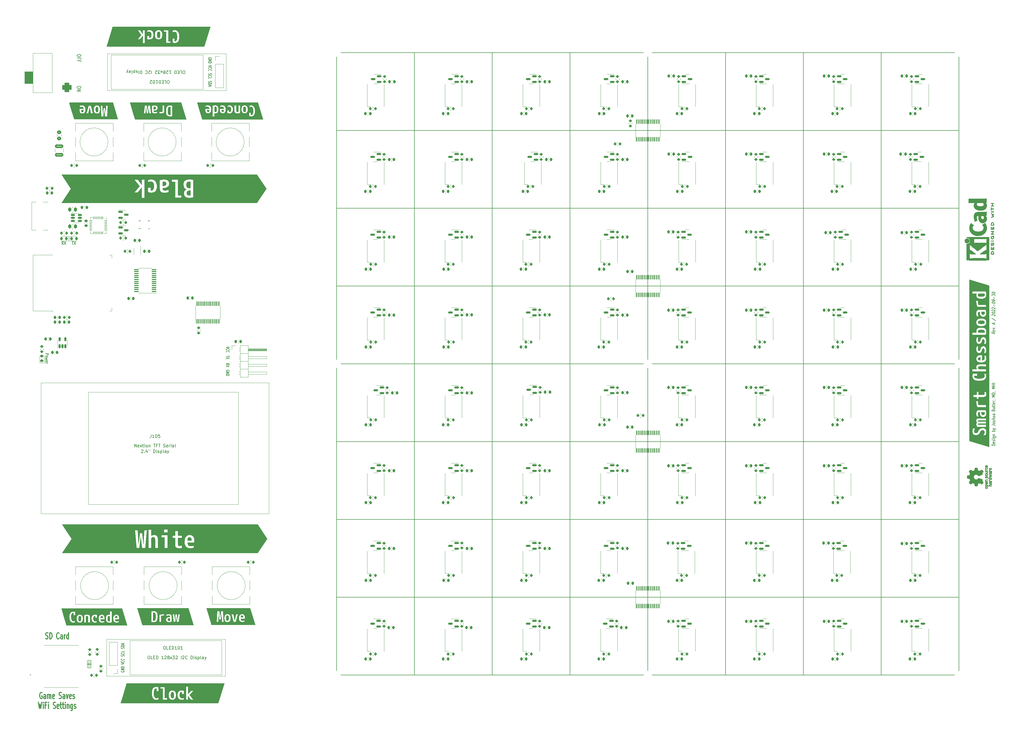
<source format=gbr>
%TF.GenerationSoftware,KiCad,Pcbnew,(6.0.4-0)*%
%TF.CreationDate,2022-10-08T22:35:32-04:00*%
%TF.ProjectId,chess-board-iot,63686573-732d-4626-9f61-72642d696f74,A*%
%TF.SameCoordinates,Original*%
%TF.FileFunction,Legend,Top*%
%TF.FilePolarity,Positive*%
%FSLAX46Y46*%
G04 Gerber Fmt 4.6, Leading zero omitted, Abs format (unit mm)*
G04 Created by KiCad (PCBNEW (6.0.4-0)) date 2022-10-08 22:35:32*
%MOMM*%
%LPD*%
G01*
G04 APERTURE LIST*
G04 Aperture macros list*
%AMRoundRect*
0 Rectangle with rounded corners*
0 $1 Rounding radius*
0 $2 $3 $4 $5 $6 $7 $8 $9 X,Y pos of 4 corners*
0 Add a 4 corners polygon primitive as box body*
4,1,4,$2,$3,$4,$5,$6,$7,$8,$9,$2,$3,0*
0 Add four circle primitives for the rounded corners*
1,1,$1+$1,$2,$3*
1,1,$1+$1,$4,$5*
1,1,$1+$1,$6,$7*
1,1,$1+$1,$8,$9*
0 Add four rect primitives between the rounded corners*
20,1,$1+$1,$2,$3,$4,$5,0*
20,1,$1+$1,$4,$5,$6,$7,0*
20,1,$1+$1,$6,$7,$8,$9,0*
20,1,$1+$1,$8,$9,$2,$3,0*%
G04 Aperture macros list end*
%ADD10C,0.300000*%
%ADD11C,0.153000*%
%ADD12C,0.150000*%
%ADD13C,0.000000*%
%ADD14C,0.080000*%
%ADD15C,0.120000*%
%ADD16C,0.200000*%
%ADD17C,0.100000*%
%ADD18C,0.010000*%
%ADD19C,5.000000*%
%ADD20R,1.700000X1.700000*%
%ADD21O,1.700000X1.700000*%
%ADD22C,0.600000*%
%ADD23O,0.600000X0.950000*%
%ADD24R,1.400000X0.300000*%
%ADD25O,2.300000X1.200000*%
%ADD26O,2.000000X1.200000*%
%ADD27RoundRect,0.050000X-0.287500X0.050000X-0.287500X-0.050000X0.287500X-0.050000X0.287500X0.050000X0*%
%ADD28RoundRect,0.100000X-0.675000X0.100000X-0.675000X-0.100000X0.675000X-0.100000X0.675000X0.100000X0*%
%ADD29R,2.000000X0.700000*%
%ADD30R,1.400000X2.700000*%
%ADD31R,1.200000X1.200000*%
%ADD32R,2.600000X1.000000*%
%ADD33R,2.600000X1.500000*%
%ADD34RoundRect,0.150000X0.587500X0.150000X-0.587500X0.150000X-0.587500X-0.150000X0.587500X-0.150000X0*%
%ADD35RoundRect,0.150000X-0.587500X-0.150000X0.587500X-0.150000X0.587500X0.150000X-0.587500X0.150000X0*%
%ADD36RoundRect,0.200000X0.275000X-0.200000X0.275000X0.200000X-0.275000X0.200000X-0.275000X-0.200000X0*%
%ADD37RoundRect,0.225000X0.225000X0.250000X-0.225000X0.250000X-0.225000X-0.250000X0.225000X-0.250000X0*%
%ADD38RoundRect,0.200000X0.200000X0.275000X-0.200000X0.275000X-0.200000X-0.275000X0.200000X-0.275000X0*%
%ADD39RoundRect,0.225000X-0.225000X-0.250000X0.225000X-0.250000X0.225000X0.250000X-0.225000X0.250000X0*%
%ADD40R,1.000000X1.500000*%
%ADD41O,3.048000X1.850000*%
%ADD42RoundRect,0.200000X-0.275000X0.200000X-0.275000X-0.200000X0.275000X-0.200000X0.275000X0.200000X0*%
%ADD43C,2.700000*%
%ADD44RoundRect,0.150000X-0.512500X-0.150000X0.512500X-0.150000X0.512500X0.150000X-0.512500X0.150000X0*%
%ADD45RoundRect,0.100000X0.100000X-0.637500X0.100000X0.637500X-0.100000X0.637500X-0.100000X-0.637500X0*%
%ADD46R,0.300000X0.800000*%
%ADD47RoundRect,0.200000X-0.200000X-0.275000X0.200000X-0.275000X0.200000X0.275000X-0.200000X0.275000X0*%
%ADD48R,0.900000X2.000000*%
%ADD49R,2.000000X0.900000*%
%ADD50R,5.000000X5.000000*%
%ADD51C,0.991000*%
%ADD52C,0.787000*%
%ADD53RoundRect,0.100000X0.637500X0.100000X-0.637500X0.100000X-0.637500X-0.100000X0.637500X-0.100000X0*%
%ADD54RoundRect,0.250000X0.262500X0.450000X-0.262500X0.450000X-0.262500X-0.450000X0.262500X-0.450000X0*%
%ADD55RoundRect,0.062500X-0.062500X0.337500X-0.062500X-0.337500X0.062500X-0.337500X0.062500X0.337500X0*%
%ADD56RoundRect,0.062500X-0.337500X0.062500X-0.337500X-0.062500X0.337500X-0.062500X0.337500X0.062500X0*%
%ADD57R,3.350000X3.350000*%
%ADD58RoundRect,0.250000X0.450000X-0.325000X0.450000X0.325000X-0.450000X0.325000X-0.450000X-0.325000X0*%
%ADD59RoundRect,0.750000X-0.750000X0.750000X-0.750000X-0.750000X0.750000X-0.750000X0.750000X0.750000X0*%
%ADD60C,3.000000*%
%ADD61RoundRect,0.150000X0.150000X-0.512500X0.150000X0.512500X-0.150000X0.512500X-0.150000X-0.512500X0*%
%ADD62RoundRect,0.218750X0.256250X-0.218750X0.256250X0.218750X-0.256250X0.218750X-0.256250X-0.218750X0*%
%ADD63RoundRect,0.218750X0.218750X0.256250X-0.218750X0.256250X-0.218750X-0.256250X0.218750X-0.256250X0*%
%ADD64RoundRect,0.218750X-0.218750X-0.256250X0.218750X-0.256250X0.218750X0.256250X-0.218750X0.256250X0*%
%ADD65RoundRect,0.225000X-0.250000X0.225000X-0.250000X-0.225000X0.250000X-0.225000X0.250000X0.225000X0*%
%ADD66RoundRect,0.250000X1.075000X-0.375000X1.075000X0.375000X-1.075000X0.375000X-1.075000X-0.375000X0*%
%ADD67C,0.800000*%
G04 APERTURE END LIST*
D10*
X55254761Y-223059523D02*
X55440476Y-223154761D01*
X55750000Y-223154761D01*
X55873809Y-223059523D01*
X55935714Y-222964285D01*
X55997619Y-222773809D01*
X55997619Y-222583333D01*
X55935714Y-222392857D01*
X55873809Y-222297619D01*
X55750000Y-222202380D01*
X55502380Y-222107142D01*
X55378571Y-222011904D01*
X55316666Y-221916666D01*
X55254761Y-221726190D01*
X55254761Y-221535714D01*
X55316666Y-221345238D01*
X55378571Y-221250000D01*
X55502380Y-221154761D01*
X55811904Y-221154761D01*
X55997619Y-221250000D01*
X56554761Y-223154761D02*
X56554761Y-221154761D01*
X56864285Y-221154761D01*
X57050000Y-221250000D01*
X57173809Y-221440476D01*
X57235714Y-221630952D01*
X57297619Y-222011904D01*
X57297619Y-222297619D01*
X57235714Y-222678571D01*
X57173809Y-222869047D01*
X57050000Y-223059523D01*
X56864285Y-223154761D01*
X56554761Y-223154761D01*
X59588095Y-222964285D02*
X59526190Y-223059523D01*
X59340476Y-223154761D01*
X59216666Y-223154761D01*
X59030952Y-223059523D01*
X58907142Y-222869047D01*
X58845238Y-222678571D01*
X58783333Y-222297619D01*
X58783333Y-222011904D01*
X58845238Y-221630952D01*
X58907142Y-221440476D01*
X59030952Y-221250000D01*
X59216666Y-221154761D01*
X59340476Y-221154761D01*
X59526190Y-221250000D01*
X59588095Y-221345238D01*
X60702380Y-223154761D02*
X60702380Y-222107142D01*
X60640476Y-221916666D01*
X60516666Y-221821428D01*
X60269047Y-221821428D01*
X60145238Y-221916666D01*
X60702380Y-223059523D02*
X60578571Y-223154761D01*
X60269047Y-223154761D01*
X60145238Y-223059523D01*
X60083333Y-222869047D01*
X60083333Y-222678571D01*
X60145238Y-222488095D01*
X60269047Y-222392857D01*
X60578571Y-222392857D01*
X60702380Y-222297619D01*
X61321428Y-223154761D02*
X61321428Y-221821428D01*
X61321428Y-222202380D02*
X61383333Y-222011904D01*
X61445238Y-221916666D01*
X61569047Y-221821428D01*
X61692857Y-221821428D01*
X62683333Y-223154761D02*
X62683333Y-221154761D01*
X62683333Y-223059523D02*
X62559523Y-223154761D01*
X62311904Y-223154761D01*
X62188095Y-223059523D01*
X62126190Y-222964285D01*
X62064285Y-222773809D01*
X62064285Y-222202380D01*
X62126190Y-222011904D01*
X62188095Y-221916666D01*
X62311904Y-221821428D01*
X62559523Y-221821428D01*
X62683333Y-221916666D01*
X54047619Y-240740000D02*
X53923809Y-240644761D01*
X53738095Y-240644761D01*
X53552380Y-240740000D01*
X53428571Y-240930476D01*
X53366666Y-241120952D01*
X53304761Y-241501904D01*
X53304761Y-241787619D01*
X53366666Y-242168571D01*
X53428571Y-242359047D01*
X53552380Y-242549523D01*
X53738095Y-242644761D01*
X53861904Y-242644761D01*
X54047619Y-242549523D01*
X54109523Y-242454285D01*
X54109523Y-241787619D01*
X53861904Y-241787619D01*
X55223809Y-242644761D02*
X55223809Y-241597142D01*
X55161904Y-241406666D01*
X55038095Y-241311428D01*
X54790476Y-241311428D01*
X54666666Y-241406666D01*
X55223809Y-242549523D02*
X55100000Y-242644761D01*
X54790476Y-242644761D01*
X54666666Y-242549523D01*
X54604761Y-242359047D01*
X54604761Y-242168571D01*
X54666666Y-241978095D01*
X54790476Y-241882857D01*
X55100000Y-241882857D01*
X55223809Y-241787619D01*
X55842857Y-242644761D02*
X55842857Y-241311428D01*
X55842857Y-241501904D02*
X55904761Y-241406666D01*
X56028571Y-241311428D01*
X56214285Y-241311428D01*
X56338095Y-241406666D01*
X56400000Y-241597142D01*
X56400000Y-242644761D01*
X56400000Y-241597142D02*
X56461904Y-241406666D01*
X56585714Y-241311428D01*
X56771428Y-241311428D01*
X56895238Y-241406666D01*
X56957142Y-241597142D01*
X56957142Y-242644761D01*
X58071428Y-242549523D02*
X57947619Y-242644761D01*
X57700000Y-242644761D01*
X57576190Y-242549523D01*
X57514285Y-242359047D01*
X57514285Y-241597142D01*
X57576190Y-241406666D01*
X57700000Y-241311428D01*
X57947619Y-241311428D01*
X58071428Y-241406666D01*
X58133333Y-241597142D01*
X58133333Y-241787619D01*
X57514285Y-241978095D01*
X59619047Y-242549523D02*
X59804761Y-242644761D01*
X60114285Y-242644761D01*
X60238095Y-242549523D01*
X60300000Y-242454285D01*
X60361904Y-242263809D01*
X60361904Y-242073333D01*
X60300000Y-241882857D01*
X60238095Y-241787619D01*
X60114285Y-241692380D01*
X59866666Y-241597142D01*
X59742857Y-241501904D01*
X59680952Y-241406666D01*
X59619047Y-241216190D01*
X59619047Y-241025714D01*
X59680952Y-240835238D01*
X59742857Y-240740000D01*
X59866666Y-240644761D01*
X60176190Y-240644761D01*
X60361904Y-240740000D01*
X61476190Y-242644761D02*
X61476190Y-241597142D01*
X61414285Y-241406666D01*
X61290476Y-241311428D01*
X61042857Y-241311428D01*
X60919047Y-241406666D01*
X61476190Y-242549523D02*
X61352380Y-242644761D01*
X61042857Y-242644761D01*
X60919047Y-242549523D01*
X60857142Y-242359047D01*
X60857142Y-242168571D01*
X60919047Y-241978095D01*
X61042857Y-241882857D01*
X61352380Y-241882857D01*
X61476190Y-241787619D01*
X61971428Y-241311428D02*
X62280952Y-242644761D01*
X62590476Y-241311428D01*
X63580952Y-242549523D02*
X63457142Y-242644761D01*
X63209523Y-242644761D01*
X63085714Y-242549523D01*
X63023809Y-242359047D01*
X63023809Y-241597142D01*
X63085714Y-241406666D01*
X63209523Y-241311428D01*
X63457142Y-241311428D01*
X63580952Y-241406666D01*
X63642857Y-241597142D01*
X63642857Y-241787619D01*
X63023809Y-241978095D01*
X64138095Y-242549523D02*
X64261904Y-242644761D01*
X64509523Y-242644761D01*
X64633333Y-242549523D01*
X64695238Y-242359047D01*
X64695238Y-242263809D01*
X64633333Y-242073333D01*
X64509523Y-241978095D01*
X64323809Y-241978095D01*
X64200000Y-241882857D01*
X64138095Y-241692380D01*
X64138095Y-241597142D01*
X64200000Y-241406666D01*
X64323809Y-241311428D01*
X64509523Y-241311428D01*
X64633333Y-241406666D01*
X52840476Y-243864761D02*
X53150000Y-245864761D01*
X53397619Y-244436190D01*
X53645238Y-245864761D01*
X53954761Y-243864761D01*
X54450000Y-245864761D02*
X54450000Y-244531428D01*
X54450000Y-243864761D02*
X54388095Y-243960000D01*
X54450000Y-244055238D01*
X54511904Y-243960000D01*
X54450000Y-243864761D01*
X54450000Y-244055238D01*
X55502380Y-244817142D02*
X55069047Y-244817142D01*
X55069047Y-245864761D02*
X55069047Y-243864761D01*
X55688095Y-243864761D01*
X56183333Y-245864761D02*
X56183333Y-244531428D01*
X56183333Y-243864761D02*
X56121428Y-243960000D01*
X56183333Y-244055238D01*
X56245238Y-243960000D01*
X56183333Y-243864761D01*
X56183333Y-244055238D01*
X57730952Y-245769523D02*
X57916666Y-245864761D01*
X58226190Y-245864761D01*
X58350000Y-245769523D01*
X58411904Y-245674285D01*
X58473809Y-245483809D01*
X58473809Y-245293333D01*
X58411904Y-245102857D01*
X58350000Y-245007619D01*
X58226190Y-244912380D01*
X57978571Y-244817142D01*
X57854761Y-244721904D01*
X57792857Y-244626666D01*
X57730952Y-244436190D01*
X57730952Y-244245714D01*
X57792857Y-244055238D01*
X57854761Y-243960000D01*
X57978571Y-243864761D01*
X58288095Y-243864761D01*
X58473809Y-243960000D01*
X59526190Y-245769523D02*
X59402380Y-245864761D01*
X59154761Y-245864761D01*
X59030952Y-245769523D01*
X58969047Y-245579047D01*
X58969047Y-244817142D01*
X59030952Y-244626666D01*
X59154761Y-244531428D01*
X59402380Y-244531428D01*
X59526190Y-244626666D01*
X59588095Y-244817142D01*
X59588095Y-245007619D01*
X58969047Y-245198095D01*
X59959523Y-244531428D02*
X60454761Y-244531428D01*
X60145238Y-243864761D02*
X60145238Y-245579047D01*
X60207142Y-245769523D01*
X60330952Y-245864761D01*
X60454761Y-245864761D01*
X60702380Y-244531428D02*
X61197619Y-244531428D01*
X60888095Y-243864761D02*
X60888095Y-245579047D01*
X60950000Y-245769523D01*
X61073809Y-245864761D01*
X61197619Y-245864761D01*
X61630952Y-245864761D02*
X61630952Y-244531428D01*
X61630952Y-243864761D02*
X61569047Y-243960000D01*
X61630952Y-244055238D01*
X61692857Y-243960000D01*
X61630952Y-243864761D01*
X61630952Y-244055238D01*
X62250000Y-244531428D02*
X62250000Y-245864761D01*
X62250000Y-244721904D02*
X62311904Y-244626666D01*
X62435714Y-244531428D01*
X62621428Y-244531428D01*
X62745238Y-244626666D01*
X62807142Y-244817142D01*
X62807142Y-245864761D01*
X63983333Y-244531428D02*
X63983333Y-246150476D01*
X63921428Y-246340952D01*
X63859523Y-246436190D01*
X63735714Y-246531428D01*
X63550000Y-246531428D01*
X63426190Y-246436190D01*
X63983333Y-245769523D02*
X63859523Y-245864761D01*
X63611904Y-245864761D01*
X63488095Y-245769523D01*
X63426190Y-245674285D01*
X63364285Y-245483809D01*
X63364285Y-244912380D01*
X63426190Y-244721904D01*
X63488095Y-244626666D01*
X63611904Y-244531428D01*
X63859523Y-244531428D01*
X63983333Y-244626666D01*
X64540476Y-245769523D02*
X64664285Y-245864761D01*
X64911904Y-245864761D01*
X65035714Y-245769523D01*
X65097619Y-245579047D01*
X65097619Y-245483809D01*
X65035714Y-245293333D01*
X64911904Y-245198095D01*
X64726190Y-245198095D01*
X64602380Y-245102857D01*
X64540476Y-244912380D01*
X64540476Y-244817142D01*
X64602380Y-244626666D01*
X64726190Y-244531428D01*
X64911904Y-244531428D01*
X65035714Y-244626666D01*
D11*
X201054580Y-31750000D02*
X201054580Y-234950000D01*
X251854580Y-31750000D02*
X251854580Y-234950000D01*
X150254580Y-158750000D02*
X353454580Y-158750000D01*
X328054580Y-31750000D02*
X328054580Y-234950000D01*
X150254580Y-133350000D02*
X353454580Y-133350000D01*
X150254580Y-209550000D02*
X353454580Y-209550000D01*
X226454580Y-31750000D02*
X226454580Y-234950000D01*
X302654580Y-31750000D02*
X302654580Y-234950000D01*
X150254580Y-57150000D02*
X353454580Y-57150000D01*
X150254580Y-82550000D02*
X353454580Y-82550000D01*
X150254580Y-184150000D02*
X353454580Y-184150000D01*
X175654580Y-31750000D02*
X175654580Y-234950000D01*
X277254580Y-31750000D02*
X277254580Y-234950000D01*
X150254580Y-31750000D02*
X353454580Y-31750000D01*
X353454580Y-31750000D02*
X353454580Y-234950000D01*
X353454580Y-234950000D02*
X150254580Y-234950000D01*
X150254580Y-234950000D02*
X150254580Y-31750000D01*
X150254580Y-107950000D02*
X353454580Y-107950000D01*
X55173619Y-129991047D02*
X56173619Y-129991047D01*
X56173619Y-130295809D01*
X56126000Y-130372000D01*
X56078380Y-130410095D01*
X55983142Y-130448190D01*
X55840285Y-130448190D01*
X55745047Y-130410095D01*
X55697428Y-130372000D01*
X55649809Y-130295809D01*
X55649809Y-129991047D01*
X55173619Y-130905333D02*
X55221238Y-130829142D01*
X55268857Y-130791047D01*
X55364095Y-130752952D01*
X55649809Y-130752952D01*
X55745047Y-130791047D01*
X55792666Y-130829142D01*
X55840285Y-130905333D01*
X55840285Y-131019619D01*
X55792666Y-131095809D01*
X55745047Y-131133904D01*
X55649809Y-131172000D01*
X55364095Y-131172000D01*
X55268857Y-131133904D01*
X55221238Y-131095809D01*
X55173619Y-131019619D01*
X55173619Y-130905333D01*
X55840285Y-131438666D02*
X55173619Y-131591047D01*
X55649809Y-131743428D01*
X55173619Y-131895809D01*
X55840285Y-132048190D01*
X55221238Y-132657714D02*
X55173619Y-132581523D01*
X55173619Y-132429142D01*
X55221238Y-132352952D01*
X55316476Y-132314857D01*
X55697428Y-132314857D01*
X55792666Y-132352952D01*
X55840285Y-132429142D01*
X55840285Y-132581523D01*
X55792666Y-132657714D01*
X55697428Y-132695809D01*
X55602190Y-132695809D01*
X55506952Y-132314857D01*
X55173619Y-133038666D02*
X55840285Y-133038666D01*
X55649809Y-133038666D02*
X55745047Y-133076761D01*
X55792666Y-133114857D01*
X55840285Y-133191047D01*
X55840285Y-133267238D01*
X365209960Y-160012380D02*
X364209960Y-160012380D01*
X364209960Y-159821904D01*
X364257580Y-159707619D01*
X364352818Y-159631428D01*
X364448056Y-159593333D01*
X364638532Y-159555238D01*
X364781389Y-159555238D01*
X364971865Y-159593333D01*
X365067103Y-159631428D01*
X365162341Y-159707619D01*
X365209960Y-159821904D01*
X365209960Y-160012380D01*
X365162341Y-158907619D02*
X365209960Y-158983809D01*
X365209960Y-159136190D01*
X365162341Y-159212380D01*
X365067103Y-159250476D01*
X364686151Y-159250476D01*
X364590913Y-159212380D01*
X364543294Y-159136190D01*
X364543294Y-158983809D01*
X364590913Y-158907619D01*
X364686151Y-158869523D01*
X364781389Y-158869523D01*
X364876627Y-159250476D01*
X365162341Y-158564761D02*
X365209960Y-158488571D01*
X365209960Y-158336190D01*
X365162341Y-158260000D01*
X365067103Y-158221904D01*
X365019484Y-158221904D01*
X364924246Y-158260000D01*
X364876627Y-158336190D01*
X364876627Y-158450476D01*
X364829008Y-158526666D01*
X364733770Y-158564761D01*
X364686151Y-158564761D01*
X364590913Y-158526666D01*
X364543294Y-158450476D01*
X364543294Y-158336190D01*
X364590913Y-158260000D01*
X365209960Y-157879047D02*
X364543294Y-157879047D01*
X364209960Y-157879047D02*
X364257580Y-157917142D01*
X364305199Y-157879047D01*
X364257580Y-157840952D01*
X364209960Y-157879047D01*
X364305199Y-157879047D01*
X364543294Y-157155238D02*
X365352818Y-157155238D01*
X365448056Y-157193333D01*
X365495675Y-157231428D01*
X365543294Y-157307619D01*
X365543294Y-157421904D01*
X365495675Y-157498095D01*
X365162341Y-157155238D02*
X365209960Y-157231428D01*
X365209960Y-157383809D01*
X365162341Y-157460000D01*
X365114722Y-157498095D01*
X365019484Y-157536190D01*
X364733770Y-157536190D01*
X364638532Y-157498095D01*
X364590913Y-157460000D01*
X364543294Y-157383809D01*
X364543294Y-157231428D01*
X364590913Y-157155238D01*
X364543294Y-156774285D02*
X365209960Y-156774285D01*
X364638532Y-156774285D02*
X364590913Y-156736190D01*
X364543294Y-156660000D01*
X364543294Y-156545714D01*
X364590913Y-156469523D01*
X364686151Y-156431428D01*
X365209960Y-156431428D01*
X365209960Y-155440952D02*
X364209960Y-155440952D01*
X364590913Y-155440952D02*
X364543294Y-155364761D01*
X364543294Y-155212380D01*
X364590913Y-155136190D01*
X364638532Y-155098095D01*
X364733770Y-155060000D01*
X365019484Y-155060000D01*
X365114722Y-155098095D01*
X365162341Y-155136190D01*
X365209960Y-155212380D01*
X365209960Y-155364761D01*
X365162341Y-155440952D01*
X364543294Y-154793333D02*
X365209960Y-154602857D01*
X364543294Y-154412380D02*
X365209960Y-154602857D01*
X365448056Y-154679047D01*
X365495675Y-154717142D01*
X365543294Y-154793333D01*
X364209960Y-153269523D02*
X364924246Y-153269523D01*
X365067103Y-153307619D01*
X365162341Y-153383809D01*
X365209960Y-153498095D01*
X365209960Y-153574285D01*
X365209960Y-152774285D02*
X365162341Y-152850476D01*
X365114722Y-152888571D01*
X365019484Y-152926666D01*
X364733770Y-152926666D01*
X364638532Y-152888571D01*
X364590913Y-152850476D01*
X364543294Y-152774285D01*
X364543294Y-152660000D01*
X364590913Y-152583809D01*
X364638532Y-152545714D01*
X364733770Y-152507619D01*
X365019484Y-152507619D01*
X365114722Y-152545714D01*
X365162341Y-152583809D01*
X365209960Y-152660000D01*
X365209960Y-152774285D01*
X365162341Y-152202857D02*
X365209960Y-152126666D01*
X365209960Y-151974285D01*
X365162341Y-151898095D01*
X365067103Y-151860000D01*
X365019484Y-151860000D01*
X364924246Y-151898095D01*
X364876627Y-151974285D01*
X364876627Y-152088571D01*
X364829008Y-152164761D01*
X364733770Y-152202857D01*
X364686151Y-152202857D01*
X364590913Y-152164761D01*
X364543294Y-152088571D01*
X364543294Y-151974285D01*
X364590913Y-151898095D01*
X365209960Y-151517142D02*
X364209960Y-151517142D01*
X365209960Y-151174285D02*
X364686151Y-151174285D01*
X364590913Y-151212380D01*
X364543294Y-151288571D01*
X364543294Y-151402857D01*
X364590913Y-151479047D01*
X364638532Y-151517142D01*
X364543294Y-150450476D02*
X365209960Y-150450476D01*
X364543294Y-150793333D02*
X365067103Y-150793333D01*
X365162341Y-150755238D01*
X365209960Y-150679047D01*
X365209960Y-150564761D01*
X365162341Y-150488571D01*
X365114722Y-150450476D01*
X365209960Y-149726666D02*
X364686151Y-149726666D01*
X364590913Y-149764761D01*
X364543294Y-149840952D01*
X364543294Y-149993333D01*
X364590913Y-150069523D01*
X365162341Y-149726666D02*
X365209960Y-149802857D01*
X365209960Y-149993333D01*
X365162341Y-150069523D01*
X365067103Y-150107619D01*
X364971865Y-150107619D01*
X364876627Y-150069523D01*
X364829008Y-149993333D01*
X364829008Y-149802857D01*
X364781389Y-149726666D01*
X364686151Y-148469523D02*
X364733770Y-148355238D01*
X364781389Y-148317142D01*
X364876627Y-148279047D01*
X365019484Y-148279047D01*
X365114722Y-148317142D01*
X365162341Y-148355238D01*
X365209960Y-148431428D01*
X365209960Y-148736190D01*
X364209960Y-148736190D01*
X364209960Y-148469523D01*
X364257580Y-148393333D01*
X364305199Y-148355238D01*
X364400437Y-148317142D01*
X364495675Y-148317142D01*
X364590913Y-148355238D01*
X364638532Y-148393333D01*
X364686151Y-148469523D01*
X364686151Y-148736190D01*
X364543294Y-147593333D02*
X365209960Y-147593333D01*
X364543294Y-147936190D02*
X365067103Y-147936190D01*
X365162341Y-147898095D01*
X365209960Y-147821904D01*
X365209960Y-147707619D01*
X365162341Y-147631428D01*
X365114722Y-147593333D01*
X364543294Y-147326666D02*
X364543294Y-147021904D01*
X364209960Y-147212380D02*
X365067103Y-147212380D01*
X365162341Y-147174285D01*
X365209960Y-147098095D01*
X365209960Y-147021904D01*
X365209960Y-146640952D02*
X365162341Y-146717142D01*
X365067103Y-146755238D01*
X364209960Y-146755238D01*
X365162341Y-146031428D02*
X365209960Y-146107619D01*
X365209960Y-146260000D01*
X365162341Y-146336190D01*
X365067103Y-146374285D01*
X364686151Y-146374285D01*
X364590913Y-146336190D01*
X364543294Y-146260000D01*
X364543294Y-146107619D01*
X364590913Y-146031428D01*
X364686151Y-145993333D01*
X364781389Y-145993333D01*
X364876627Y-146374285D01*
X365209960Y-145650476D02*
X364543294Y-145650476D01*
X364733770Y-145650476D02*
X364638532Y-145612380D01*
X364590913Y-145574285D01*
X364543294Y-145498095D01*
X364543294Y-145421904D01*
X365162341Y-145117142D02*
X365209960Y-145117142D01*
X365305199Y-145155238D01*
X365352818Y-145193333D01*
X365209960Y-144164761D02*
X364209960Y-144164761D01*
X364924246Y-143898095D01*
X364209960Y-143631428D01*
X365209960Y-143631428D01*
X365209960Y-143250476D02*
X364209960Y-143250476D01*
X364209960Y-143060000D01*
X364257580Y-142945714D01*
X364352818Y-142869523D01*
X364448056Y-142831428D01*
X364638532Y-142793333D01*
X364781389Y-142793333D01*
X364971865Y-142831428D01*
X365067103Y-142869523D01*
X365162341Y-142945714D01*
X365209960Y-143060000D01*
X365209960Y-143250476D01*
X365162341Y-142412380D02*
X365209960Y-142412380D01*
X365305199Y-142450476D01*
X365352818Y-142488571D01*
X365209960Y-141460000D02*
X364209960Y-141460000D01*
X364924246Y-141193333D01*
X364209960Y-140926666D01*
X365209960Y-140926666D01*
X365209960Y-140545714D02*
X364209960Y-140545714D01*
X364686151Y-140545714D02*
X364686151Y-140088571D01*
X365209960Y-140088571D02*
X364209960Y-140088571D01*
X365209960Y-139707619D02*
X364209960Y-139707619D01*
X66751904Y-32595276D02*
X66751904Y-32785752D01*
X66690000Y-32880990D01*
X66566190Y-32976228D01*
X66318571Y-33023847D01*
X65885238Y-33023847D01*
X65637619Y-32976228D01*
X65513809Y-32880990D01*
X65451904Y-32785752D01*
X65451904Y-32595276D01*
X65513809Y-32500038D01*
X65637619Y-32404800D01*
X65885238Y-32357180D01*
X66318571Y-32357180D01*
X66566190Y-32404800D01*
X66690000Y-32500038D01*
X66751904Y-32595276D01*
X66132857Y-33785752D02*
X66132857Y-33452419D01*
X65451904Y-33452419D02*
X66751904Y-33452419D01*
X66751904Y-33928609D01*
X66132857Y-34642895D02*
X66132857Y-34309561D01*
X65451904Y-34309561D02*
X66751904Y-34309561D01*
X66751904Y-34785752D01*
X66751904Y-42976228D02*
X66751904Y-43166704D01*
X66690000Y-43261942D01*
X66566190Y-43357180D01*
X66318571Y-43404800D01*
X65885238Y-43404800D01*
X65637619Y-43357180D01*
X65513809Y-43261942D01*
X65451904Y-43166704D01*
X65451904Y-42976228D01*
X65513809Y-42880990D01*
X65637619Y-42785752D01*
X65885238Y-42738133D01*
X66318571Y-42738133D01*
X66566190Y-42785752D01*
X66690000Y-42880990D01*
X66751904Y-42976228D01*
X65451904Y-43833371D02*
X66751904Y-43833371D01*
X65451904Y-44404800D01*
X66751904Y-44404800D01*
X365209960Y-123071978D02*
X364733770Y-123279121D01*
X365209960Y-123529121D02*
X364209960Y-123404121D01*
X364209960Y-123099359D01*
X364257580Y-123029121D01*
X364305199Y-122996978D01*
X364400437Y-122970788D01*
X364543294Y-122988645D01*
X364638532Y-123038645D01*
X364686151Y-123082692D01*
X364733770Y-123164835D01*
X364733770Y-123469597D01*
X365162341Y-122418407D02*
X365209960Y-122500550D01*
X365209960Y-122652930D01*
X365162341Y-122723169D01*
X365067103Y-122749359D01*
X364686151Y-122701740D01*
X364590913Y-122651740D01*
X364543294Y-122569597D01*
X364543294Y-122417216D01*
X364590913Y-122346978D01*
X364686151Y-122320788D01*
X364781389Y-122332692D01*
X364876627Y-122725550D01*
X364543294Y-122036264D02*
X365209960Y-121929121D01*
X364543294Y-121655311D01*
X365114722Y-121421978D02*
X365162341Y-121389835D01*
X365209960Y-121433883D01*
X365162341Y-121466026D01*
X365114722Y-121421978D01*
X365209960Y-121433883D01*
X364924246Y-120445788D02*
X364924246Y-120064835D01*
X365209960Y-120557692D02*
X364209960Y-120166026D01*
X365209960Y-120024359D01*
X364162341Y-118445788D02*
X365448056Y-119292216D01*
X364305199Y-117625550D02*
X364257580Y-117581502D01*
X364209960Y-117499359D01*
X364209960Y-117308883D01*
X364257580Y-117238645D01*
X364305199Y-117206502D01*
X364400437Y-117180311D01*
X364495675Y-117192216D01*
X364638532Y-117248169D01*
X365209960Y-117776740D01*
X365209960Y-117281502D01*
X364209960Y-116661264D02*
X364209960Y-116585073D01*
X364257580Y-116514835D01*
X364305199Y-116482692D01*
X364400437Y-116456502D01*
X364590913Y-116442216D01*
X364829008Y-116471978D01*
X365019484Y-116533883D01*
X365114722Y-116583883D01*
X365162341Y-116627930D01*
X365209960Y-116710073D01*
X365209960Y-116786264D01*
X365162341Y-116856502D01*
X365114722Y-116888645D01*
X365019484Y-116914835D01*
X364829008Y-116929121D01*
X364590913Y-116899359D01*
X364400437Y-116837454D01*
X364305199Y-116787454D01*
X364257580Y-116743407D01*
X364209960Y-116661264D01*
X364305199Y-116101740D02*
X364257580Y-116057692D01*
X364209960Y-115975550D01*
X364209960Y-115785073D01*
X364257580Y-115714835D01*
X364305199Y-115682692D01*
X364400437Y-115656502D01*
X364495675Y-115668407D01*
X364638532Y-115724359D01*
X365209960Y-116252930D01*
X365209960Y-115757692D01*
X364305199Y-115339835D02*
X364257580Y-115295788D01*
X364209960Y-115213645D01*
X364209960Y-115023169D01*
X364257580Y-114952930D01*
X364305199Y-114920788D01*
X364400437Y-114894597D01*
X364495675Y-114906502D01*
X364638532Y-114962454D01*
X365209960Y-115491026D01*
X365209960Y-114995788D01*
X364829008Y-114605311D02*
X364829008Y-113995788D01*
X364209960Y-113385073D02*
X364209960Y-113308883D01*
X364257580Y-113238645D01*
X364305199Y-113206502D01*
X364400437Y-113180311D01*
X364590913Y-113166026D01*
X364829008Y-113195788D01*
X365019484Y-113257692D01*
X365114722Y-113307692D01*
X365162341Y-113351740D01*
X365209960Y-113433883D01*
X365209960Y-113510073D01*
X365162341Y-113580311D01*
X365114722Y-113612454D01*
X365019484Y-113638645D01*
X364829008Y-113652930D01*
X364590913Y-113623169D01*
X364400437Y-113561264D01*
X364305199Y-113511264D01*
X364257580Y-113467216D01*
X364209960Y-113385073D01*
X365209960Y-112862454D02*
X365209960Y-112710073D01*
X365162341Y-112627930D01*
X365114722Y-112583883D01*
X364971865Y-112489835D01*
X364781389Y-112427930D01*
X364400437Y-112380311D01*
X364305199Y-112406502D01*
X364257580Y-112438645D01*
X364209960Y-112508883D01*
X364209960Y-112661264D01*
X364257580Y-112743407D01*
X364305199Y-112787454D01*
X364400437Y-112837454D01*
X364638532Y-112867216D01*
X364733770Y-112841026D01*
X364781389Y-112808883D01*
X364829008Y-112738645D01*
X364829008Y-112586264D01*
X364781389Y-112504121D01*
X364733770Y-112460073D01*
X364638532Y-112410073D01*
X364829008Y-112091026D02*
X364829008Y-111481502D01*
X364209960Y-111099359D02*
X364209960Y-110604121D01*
X364590913Y-110918407D01*
X364590913Y-110804121D01*
X364638532Y-110733883D01*
X364686151Y-110701740D01*
X364781389Y-110675550D01*
X365019484Y-110705311D01*
X365114722Y-110755311D01*
X365162341Y-110799359D01*
X365209960Y-110881502D01*
X365209960Y-111110073D01*
X365162341Y-111180311D01*
X365114722Y-111212454D01*
X364209960Y-110108883D02*
X364209960Y-110032692D01*
X364257580Y-109962454D01*
X364305199Y-109930311D01*
X364400437Y-109904121D01*
X364590913Y-109889835D01*
X364829008Y-109919597D01*
X365019484Y-109981502D01*
X365114722Y-110031502D01*
X365162341Y-110075550D01*
X365209960Y-110157692D01*
X365209960Y-110233883D01*
X365162341Y-110304121D01*
X365114722Y-110336264D01*
X365019484Y-110362454D01*
X364829008Y-110376740D01*
X364590913Y-110346978D01*
X364400437Y-110285073D01*
X364305199Y-110235073D01*
X364257580Y-110191026D01*
X364209960Y-110108883D01*
X61004666Y-94432380D02*
X60738000Y-93956190D01*
X60547523Y-94432380D02*
X60547523Y-93432380D01*
X60852285Y-93432380D01*
X60928476Y-93480000D01*
X60966571Y-93527619D01*
X61004666Y-93622857D01*
X61004666Y-93765714D01*
X60966571Y-93860952D01*
X60928476Y-93908571D01*
X60852285Y-93956190D01*
X60547523Y-93956190D01*
X61271333Y-93432380D02*
X61804666Y-94432380D01*
X61804666Y-93432380D02*
X61271333Y-94432380D01*
X63823714Y-93432380D02*
X64280857Y-93432380D01*
X64052285Y-94432380D02*
X64052285Y-93432380D01*
X64471333Y-93432380D02*
X65004666Y-94432380D01*
X65004666Y-93432380D02*
X64471333Y-94432380D01*
D12*
%TO.C,J105*%
X89646285Y-156461380D02*
X89646285Y-157175666D01*
X89598666Y-157318523D01*
X89503428Y-157413761D01*
X89360571Y-157461380D01*
X89265333Y-157461380D01*
X90646285Y-157461380D02*
X90074857Y-157461380D01*
X90360571Y-157461380D02*
X90360571Y-156461380D01*
X90265333Y-156604238D01*
X90170095Y-156699476D01*
X90074857Y-156747095D01*
X91265333Y-156461380D02*
X91360571Y-156461380D01*
X91455809Y-156509000D01*
X91503428Y-156556619D01*
X91551047Y-156651857D01*
X91598666Y-156842333D01*
X91598666Y-157080428D01*
X91551047Y-157270904D01*
X91503428Y-157366142D01*
X91455809Y-157413761D01*
X91360571Y-157461380D01*
X91265333Y-157461380D01*
X91170095Y-157413761D01*
X91122476Y-157366142D01*
X91074857Y-157270904D01*
X91027238Y-157080428D01*
X91027238Y-156842333D01*
X91074857Y-156651857D01*
X91122476Y-156556619D01*
X91170095Y-156509000D01*
X91265333Y-156461380D01*
X92503428Y-156461380D02*
X92027238Y-156461380D01*
X91979619Y-156937571D01*
X92027238Y-156889952D01*
X92122476Y-156842333D01*
X92360571Y-156842333D01*
X92455809Y-156889952D01*
X92503428Y-156937571D01*
X92551047Y-157032809D01*
X92551047Y-157270904D01*
X92503428Y-157366142D01*
X92455809Y-157413761D01*
X92360571Y-157461380D01*
X92122476Y-157461380D01*
X92027238Y-157413761D01*
X91979619Y-157366142D01*
X84265333Y-160561380D02*
X84265333Y-159561380D01*
X84836761Y-160561380D01*
X84836761Y-159561380D01*
X85693904Y-160513761D02*
X85598666Y-160561380D01*
X85408190Y-160561380D01*
X85312952Y-160513761D01*
X85265333Y-160418523D01*
X85265333Y-160037571D01*
X85312952Y-159942333D01*
X85408190Y-159894714D01*
X85598666Y-159894714D01*
X85693904Y-159942333D01*
X85741523Y-160037571D01*
X85741523Y-160132809D01*
X85265333Y-160228047D01*
X86074857Y-160561380D02*
X86598666Y-159894714D01*
X86074857Y-159894714D02*
X86598666Y-160561380D01*
X86836761Y-159894714D02*
X87217714Y-159894714D01*
X86979619Y-159561380D02*
X86979619Y-160418523D01*
X87027238Y-160513761D01*
X87122476Y-160561380D01*
X87217714Y-160561380D01*
X87551047Y-160561380D02*
X87551047Y-159894714D01*
X87551047Y-159561380D02*
X87503428Y-159609000D01*
X87551047Y-159656619D01*
X87598666Y-159609000D01*
X87551047Y-159561380D01*
X87551047Y-159656619D01*
X88170095Y-160561380D02*
X88074857Y-160513761D01*
X88027238Y-160466142D01*
X87979619Y-160370904D01*
X87979619Y-160085190D01*
X88027238Y-159989952D01*
X88074857Y-159942333D01*
X88170095Y-159894714D01*
X88312952Y-159894714D01*
X88408190Y-159942333D01*
X88455809Y-159989952D01*
X88503428Y-160085190D01*
X88503428Y-160370904D01*
X88455809Y-160466142D01*
X88408190Y-160513761D01*
X88312952Y-160561380D01*
X88170095Y-160561380D01*
X88932000Y-159894714D02*
X88932000Y-160561380D01*
X88932000Y-159989952D02*
X88979619Y-159942333D01*
X89074857Y-159894714D01*
X89217714Y-159894714D01*
X89312952Y-159942333D01*
X89360571Y-160037571D01*
X89360571Y-160561380D01*
X90455809Y-159561380D02*
X91027238Y-159561380D01*
X90741523Y-160561380D02*
X90741523Y-159561380D01*
X91693904Y-160037571D02*
X91360571Y-160037571D01*
X91360571Y-160561380D02*
X91360571Y-159561380D01*
X91836761Y-159561380D01*
X92074857Y-159561380D02*
X92646285Y-159561380D01*
X92360571Y-160561380D02*
X92360571Y-159561380D01*
X93693904Y-160513761D02*
X93836761Y-160561380D01*
X94074857Y-160561380D01*
X94170095Y-160513761D01*
X94217714Y-160466142D01*
X94265333Y-160370904D01*
X94265333Y-160275666D01*
X94217714Y-160180428D01*
X94170095Y-160132809D01*
X94074857Y-160085190D01*
X93884380Y-160037571D01*
X93789142Y-159989952D01*
X93741523Y-159942333D01*
X93693904Y-159847095D01*
X93693904Y-159751857D01*
X93741523Y-159656619D01*
X93789142Y-159609000D01*
X93884380Y-159561380D01*
X94122476Y-159561380D01*
X94265333Y-159609000D01*
X95074857Y-160513761D02*
X94979619Y-160561380D01*
X94789142Y-160561380D01*
X94693904Y-160513761D01*
X94646285Y-160418523D01*
X94646285Y-160037571D01*
X94693904Y-159942333D01*
X94789142Y-159894714D01*
X94979619Y-159894714D01*
X95074857Y-159942333D01*
X95122476Y-160037571D01*
X95122476Y-160132809D01*
X94646285Y-160228047D01*
X95551047Y-160561380D02*
X95551047Y-159894714D01*
X95551047Y-160085190D02*
X95598666Y-159989952D01*
X95646285Y-159942333D01*
X95741523Y-159894714D01*
X95836761Y-159894714D01*
X96170095Y-160561380D02*
X96170095Y-159894714D01*
X96170095Y-159561380D02*
X96122476Y-159609000D01*
X96170095Y-159656619D01*
X96217714Y-159609000D01*
X96170095Y-159561380D01*
X96170095Y-159656619D01*
X97074857Y-160561380D02*
X97074857Y-160037571D01*
X97027238Y-159942333D01*
X96932000Y-159894714D01*
X96741523Y-159894714D01*
X96646285Y-159942333D01*
X97074857Y-160513761D02*
X96979619Y-160561380D01*
X96741523Y-160561380D01*
X96646285Y-160513761D01*
X96598666Y-160418523D01*
X96598666Y-160323285D01*
X96646285Y-160228047D01*
X96741523Y-160180428D01*
X96979619Y-160180428D01*
X97074857Y-160132809D01*
X97693904Y-160561380D02*
X97598666Y-160513761D01*
X97551047Y-160418523D01*
X97551047Y-159561380D01*
X114179619Y-133652333D02*
X114655809Y-133419000D01*
X114179619Y-133252333D02*
X115179619Y-133252333D01*
X115179619Y-133519000D01*
X115132000Y-133585666D01*
X115084380Y-133619000D01*
X114989142Y-133652333D01*
X114846285Y-133652333D01*
X114751047Y-133619000D01*
X114703428Y-133585666D01*
X114655809Y-133519000D01*
X114655809Y-133252333D01*
X115179619Y-133885666D02*
X114179619Y-134352333D01*
X115179619Y-134352333D02*
X114179619Y-133885666D01*
X115179619Y-127755666D02*
X114179619Y-127989000D01*
X115179619Y-128222333D01*
X114274857Y-128855666D02*
X114227238Y-128822333D01*
X114179619Y-128722333D01*
X114179619Y-128655666D01*
X114227238Y-128555666D01*
X114322476Y-128489000D01*
X114417714Y-128455666D01*
X114608190Y-128422333D01*
X114751047Y-128422333D01*
X114941523Y-128455666D01*
X115036761Y-128489000D01*
X115132000Y-128555666D01*
X115179619Y-128655666D01*
X115179619Y-128722333D01*
X115132000Y-128822333D01*
X115084380Y-128855666D01*
X114274857Y-129555666D02*
X114227238Y-129522333D01*
X114179619Y-129422333D01*
X114179619Y-129355666D01*
X114227238Y-129255666D01*
X114322476Y-129189000D01*
X114417714Y-129155666D01*
X114608190Y-129122333D01*
X114751047Y-129122333D01*
X114941523Y-129155666D01*
X115036761Y-129189000D01*
X115132000Y-129255666D01*
X115179619Y-129355666D01*
X115179619Y-129422333D01*
X115132000Y-129522333D01*
X115084380Y-129555666D01*
X115179619Y-130695666D02*
X115179619Y-131095666D01*
X114179619Y-130895666D02*
X115179619Y-130895666D01*
X115179619Y-131262333D02*
X114179619Y-131729000D01*
X115179619Y-131729000D02*
X114179619Y-131262333D01*
X115132000Y-135775666D02*
X115179619Y-135709000D01*
X115179619Y-135609000D01*
X115132000Y-135509000D01*
X115036761Y-135442333D01*
X114941523Y-135409000D01*
X114751047Y-135375666D01*
X114608190Y-135375666D01*
X114417714Y-135409000D01*
X114322476Y-135442333D01*
X114227238Y-135509000D01*
X114179619Y-135609000D01*
X114179619Y-135675666D01*
X114227238Y-135775666D01*
X114274857Y-135809000D01*
X114608190Y-135809000D01*
X114608190Y-135675666D01*
X114179619Y-136109000D02*
X115179619Y-136109000D01*
X114179619Y-136509000D01*
X115179619Y-136509000D01*
X114179619Y-136842333D02*
X115179619Y-136842333D01*
X115179619Y-137009000D01*
X115132000Y-137109000D01*
X115036761Y-137175666D01*
X114941523Y-137209000D01*
X114751047Y-137242333D01*
X114608190Y-137242333D01*
X114417714Y-137209000D01*
X114322476Y-137175666D01*
X114227238Y-137109000D01*
X114179619Y-137009000D01*
X114179619Y-136842333D01*
X86479619Y-161456619D02*
X86527238Y-161409000D01*
X86622476Y-161361380D01*
X86860571Y-161361380D01*
X86955809Y-161409000D01*
X87003428Y-161456619D01*
X87051047Y-161551857D01*
X87051047Y-161647095D01*
X87003428Y-161789952D01*
X86432000Y-162361380D01*
X87051047Y-162361380D01*
X87479619Y-162266142D02*
X87527238Y-162313761D01*
X87479619Y-162361380D01*
X87432000Y-162313761D01*
X87479619Y-162266142D01*
X87479619Y-162361380D01*
X88384380Y-161694714D02*
X88384380Y-162361380D01*
X88146285Y-161313761D02*
X87908190Y-162028047D01*
X88527238Y-162028047D01*
X88860571Y-161361380D02*
X88860571Y-161551857D01*
X89241523Y-161361380D02*
X89241523Y-161551857D01*
X90432000Y-162361380D02*
X90432000Y-161361380D01*
X90670095Y-161361380D01*
X90812952Y-161409000D01*
X90908190Y-161504238D01*
X90955809Y-161599476D01*
X91003428Y-161789952D01*
X91003428Y-161932809D01*
X90955809Y-162123285D01*
X90908190Y-162218523D01*
X90812952Y-162313761D01*
X90670095Y-162361380D01*
X90432000Y-162361380D01*
X91432000Y-162361380D02*
X91432000Y-161694714D01*
X91432000Y-161361380D02*
X91384380Y-161409000D01*
X91432000Y-161456619D01*
X91479619Y-161409000D01*
X91432000Y-161361380D01*
X91432000Y-161456619D01*
X91860571Y-162313761D02*
X91955809Y-162361380D01*
X92146285Y-162361380D01*
X92241523Y-162313761D01*
X92289142Y-162218523D01*
X92289142Y-162170904D01*
X92241523Y-162075666D01*
X92146285Y-162028047D01*
X92003428Y-162028047D01*
X91908190Y-161980428D01*
X91860571Y-161885190D01*
X91860571Y-161837571D01*
X91908190Y-161742333D01*
X92003428Y-161694714D01*
X92146285Y-161694714D01*
X92241523Y-161742333D01*
X92717714Y-161694714D02*
X92717714Y-162694714D01*
X92717714Y-161742333D02*
X92812952Y-161694714D01*
X93003428Y-161694714D01*
X93098666Y-161742333D01*
X93146285Y-161789952D01*
X93193904Y-161885190D01*
X93193904Y-162170904D01*
X93146285Y-162266142D01*
X93098666Y-162313761D01*
X93003428Y-162361380D01*
X92812952Y-162361380D01*
X92717714Y-162313761D01*
X93765333Y-162361380D02*
X93670095Y-162313761D01*
X93622476Y-162218523D01*
X93622476Y-161361380D01*
X94574857Y-162361380D02*
X94574857Y-161837571D01*
X94527238Y-161742333D01*
X94432000Y-161694714D01*
X94241523Y-161694714D01*
X94146285Y-161742333D01*
X94574857Y-162313761D02*
X94479619Y-162361380D01*
X94241523Y-162361380D01*
X94146285Y-162313761D01*
X94098666Y-162218523D01*
X94098666Y-162123285D01*
X94146285Y-162028047D01*
X94241523Y-161980428D01*
X94479619Y-161980428D01*
X94574857Y-161932809D01*
X94955809Y-161694714D02*
X95193904Y-162361380D01*
X95432000Y-161694714D02*
X95193904Y-162361380D01*
X95098666Y-162599476D01*
X95051047Y-162647095D01*
X94955809Y-162694714D01*
D13*
%TO.C,kibuzzard-63361CAA*%
X94107000Y-198257583D02*
X94107000Y-198257583D01*
X94107000Y-198257583D01*
X94107000Y-198257583D01*
X94107000Y-198257583D01*
X94107000Y-198257583D01*
X94107000Y-198257583D01*
X94107000Y-198257583D01*
X94107000Y-198257583D01*
X94107000Y-198257583D01*
X94107000Y-198257583D01*
X94107000Y-198257583D01*
X94107000Y-198257583D01*
X94107000Y-198257583D01*
X94107000Y-198257583D01*
X94107000Y-198257583D01*
X94107000Y-198257583D01*
X94107000Y-198257583D02*
X94107000Y-198257583D01*
X94107000Y-198257583D02*
X94107000Y-198257583D01*
X94107000Y-198257583D01*
X94107000Y-198257583D02*
X94107000Y-198257583D01*
X94107000Y-198257583D01*
X94107000Y-198257583D02*
X94107000Y-198257583D01*
X94107000Y-198257583D02*
X94107000Y-198257583D01*
X94107000Y-198257583D01*
X94107000Y-198257583D02*
X94107000Y-198257583D01*
X94107000Y-198257583D01*
X94107000Y-198257583D02*
X94107000Y-198257583D01*
X94107000Y-198257583D02*
X94107000Y-198257583D01*
X94107000Y-198257583D01*
X94107000Y-198257583D02*
X94107000Y-198257583D01*
X94107000Y-198257583D01*
D14*
%TO.C,J104*%
X89126190Y-89011142D02*
X89126190Y-89296857D01*
X89126190Y-89154000D02*
X88626190Y-89154000D01*
X88697619Y-89201619D01*
X88745238Y-89249238D01*
X88769047Y-89296857D01*
X85641690Y-86518761D02*
X85641690Y-86614000D01*
X85665500Y-86661619D01*
X85689309Y-86685428D01*
X85760738Y-86733047D01*
X85855976Y-86756857D01*
X86046452Y-86756857D01*
X86094071Y-86733047D01*
X86117880Y-86709238D01*
X86141690Y-86661619D01*
X86141690Y-86566380D01*
X86117880Y-86518761D01*
X86094071Y-86494952D01*
X86046452Y-86471142D01*
X85927404Y-86471142D01*
X85879785Y-86494952D01*
X85855976Y-86518761D01*
X85832166Y-86566380D01*
X85832166Y-86661619D01*
X85855976Y-86709238D01*
X85879785Y-86733047D01*
X85927404Y-86756857D01*
X88626190Y-86494952D02*
X88626190Y-86733047D01*
X88864285Y-86756857D01*
X88840476Y-86733047D01*
X88816666Y-86685428D01*
X88816666Y-86566380D01*
X88840476Y-86518761D01*
X88864285Y-86494952D01*
X88911904Y-86471142D01*
X89030952Y-86471142D01*
X89078571Y-86494952D01*
X89102380Y-86518761D01*
X89126190Y-86566380D01*
X89126190Y-86685428D01*
X89102380Y-86733047D01*
X89078571Y-86756857D01*
X85689309Y-89296857D02*
X85665500Y-89273047D01*
X85641690Y-89225428D01*
X85641690Y-89106380D01*
X85665500Y-89058761D01*
X85689309Y-89034952D01*
X85736928Y-89011142D01*
X85784547Y-89011142D01*
X85855976Y-89034952D01*
X86141690Y-89320666D01*
X86141690Y-89011142D01*
D12*
%TO.C,OLED102*%
X95336952Y-41822619D02*
X95146476Y-41822619D01*
X95051238Y-41775000D01*
X94956000Y-41679761D01*
X94908380Y-41489285D01*
X94908380Y-41155952D01*
X94956000Y-40965476D01*
X95051238Y-40870238D01*
X95146476Y-40822619D01*
X95336952Y-40822619D01*
X95432190Y-40870238D01*
X95527428Y-40965476D01*
X95575047Y-41155952D01*
X95575047Y-41489285D01*
X95527428Y-41679761D01*
X95432190Y-41775000D01*
X95336952Y-41822619D01*
X94003619Y-40822619D02*
X94479809Y-40822619D01*
X94479809Y-41822619D01*
X93670285Y-41346428D02*
X93336952Y-41346428D01*
X93194095Y-40822619D02*
X93670285Y-40822619D01*
X93670285Y-41822619D01*
X93194095Y-41822619D01*
X92765523Y-40822619D02*
X92765523Y-41822619D01*
X92527428Y-41822619D01*
X92384571Y-41775000D01*
X92289333Y-41679761D01*
X92241714Y-41584523D01*
X92194095Y-41394047D01*
X92194095Y-41251190D01*
X92241714Y-41060714D01*
X92289333Y-40965476D01*
X92384571Y-40870238D01*
X92527428Y-40822619D01*
X92765523Y-40822619D01*
X91241714Y-40822619D02*
X91813142Y-40822619D01*
X91527428Y-40822619D02*
X91527428Y-41822619D01*
X91622666Y-41679761D01*
X91717904Y-41584523D01*
X91813142Y-41536904D01*
X90622666Y-41822619D02*
X90527428Y-41822619D01*
X90432190Y-41775000D01*
X90384571Y-41727380D01*
X90336952Y-41632142D01*
X90289333Y-41441666D01*
X90289333Y-41203571D01*
X90336952Y-41013095D01*
X90384571Y-40917857D01*
X90432190Y-40870238D01*
X90527428Y-40822619D01*
X90622666Y-40822619D01*
X90717904Y-40870238D01*
X90765523Y-40917857D01*
X90813142Y-41013095D01*
X90860761Y-41203571D01*
X90860761Y-41441666D01*
X90813142Y-41632142D01*
X90765523Y-41727380D01*
X90717904Y-41775000D01*
X90622666Y-41822619D01*
X89908380Y-41727380D02*
X89860761Y-41775000D01*
X89765523Y-41822619D01*
X89527428Y-41822619D01*
X89432190Y-41775000D01*
X89384571Y-41727380D01*
X89336952Y-41632142D01*
X89336952Y-41536904D01*
X89384571Y-41394047D01*
X89956000Y-40822619D01*
X89336952Y-40822619D01*
X108434238Y-38536666D02*
X108386619Y-38636666D01*
X108386619Y-38803333D01*
X108434238Y-38870000D01*
X108481857Y-38903333D01*
X108577095Y-38936666D01*
X108672333Y-38936666D01*
X108767571Y-38903333D01*
X108815190Y-38870000D01*
X108862809Y-38803333D01*
X108910428Y-38670000D01*
X108958047Y-38603333D01*
X109005666Y-38570000D01*
X109100904Y-38536666D01*
X109196142Y-38536666D01*
X109291380Y-38570000D01*
X109339000Y-38603333D01*
X109386619Y-38670000D01*
X109386619Y-38836666D01*
X109339000Y-38936666D01*
X108481857Y-39636666D02*
X108434238Y-39603333D01*
X108386619Y-39503333D01*
X108386619Y-39436666D01*
X108434238Y-39336666D01*
X108529476Y-39270000D01*
X108624714Y-39236666D01*
X108815190Y-39203333D01*
X108958047Y-39203333D01*
X109148523Y-39236666D01*
X109243761Y-39270000D01*
X109339000Y-39336666D01*
X109386619Y-39436666D01*
X109386619Y-39503333D01*
X109339000Y-39603333D01*
X109291380Y-39636666D01*
X108386619Y-40270000D02*
X108386619Y-39936666D01*
X109386619Y-39936666D01*
X108434238Y-41060000D02*
X108386619Y-41160000D01*
X108386619Y-41326666D01*
X108434238Y-41393333D01*
X108481857Y-41426666D01*
X108577095Y-41460000D01*
X108672333Y-41460000D01*
X108767571Y-41426666D01*
X108815190Y-41393333D01*
X108862809Y-41326666D01*
X108910428Y-41193333D01*
X108958047Y-41126666D01*
X109005666Y-41093333D01*
X109100904Y-41060000D01*
X109196142Y-41060000D01*
X109291380Y-41093333D01*
X109339000Y-41126666D01*
X109386619Y-41193333D01*
X109386619Y-41360000D01*
X109339000Y-41460000D01*
X108386619Y-41760000D02*
X109386619Y-41760000D01*
X109386619Y-41926666D01*
X109339000Y-42026666D01*
X109243761Y-42093333D01*
X109148523Y-42126666D01*
X108958047Y-42160000D01*
X108815190Y-42160000D01*
X108624714Y-42126666D01*
X108529476Y-42093333D01*
X108434238Y-42026666D01*
X108386619Y-41926666D01*
X108386619Y-41760000D01*
X108672333Y-42426666D02*
X108672333Y-42760000D01*
X108386619Y-42360000D02*
X109386619Y-42593333D01*
X108386619Y-42826666D01*
X109386619Y-35896666D02*
X108386619Y-36130000D01*
X109386619Y-36363333D01*
X108481857Y-36996666D02*
X108434238Y-36963333D01*
X108386619Y-36863333D01*
X108386619Y-36796666D01*
X108434238Y-36696666D01*
X108529476Y-36630000D01*
X108624714Y-36596666D01*
X108815190Y-36563333D01*
X108958047Y-36563333D01*
X109148523Y-36596666D01*
X109243761Y-36630000D01*
X109339000Y-36696666D01*
X109386619Y-36796666D01*
X109386619Y-36863333D01*
X109339000Y-36963333D01*
X109291380Y-36996666D01*
X108481857Y-37696666D02*
X108434238Y-37663333D01*
X108386619Y-37563333D01*
X108386619Y-37496666D01*
X108434238Y-37396666D01*
X108529476Y-37330000D01*
X108624714Y-37296666D01*
X108815190Y-37263333D01*
X108958047Y-37263333D01*
X109148523Y-37296666D01*
X109243761Y-37330000D01*
X109339000Y-37396666D01*
X109386619Y-37496666D01*
X109386619Y-37563333D01*
X109339000Y-37663333D01*
X109291380Y-37696666D01*
X109339000Y-33756666D02*
X109386619Y-33690000D01*
X109386619Y-33590000D01*
X109339000Y-33490000D01*
X109243761Y-33423333D01*
X109148523Y-33390000D01*
X108958047Y-33356666D01*
X108815190Y-33356666D01*
X108624714Y-33390000D01*
X108529476Y-33423333D01*
X108434238Y-33490000D01*
X108386619Y-33590000D01*
X108386619Y-33656666D01*
X108434238Y-33756666D01*
X108481857Y-33790000D01*
X108815190Y-33790000D01*
X108815190Y-33656666D01*
X108386619Y-34090000D02*
X109386619Y-34090000D01*
X108386619Y-34490000D01*
X109386619Y-34490000D01*
X108386619Y-34823333D02*
X109386619Y-34823333D01*
X109386619Y-34990000D01*
X109339000Y-35090000D01*
X109243761Y-35156666D01*
X109148523Y-35190000D01*
X108958047Y-35223333D01*
X108815190Y-35223333D01*
X108624714Y-35190000D01*
X108529476Y-35156666D01*
X108434238Y-35090000D01*
X108386619Y-34990000D01*
X108386619Y-34823333D01*
X100471714Y-38647619D02*
X100281238Y-38647619D01*
X100186000Y-38600000D01*
X100090761Y-38504761D01*
X100043142Y-38314285D01*
X100043142Y-37980952D01*
X100090761Y-37790476D01*
X100186000Y-37695238D01*
X100281238Y-37647619D01*
X100471714Y-37647619D01*
X100566952Y-37695238D01*
X100662190Y-37790476D01*
X100709809Y-37980952D01*
X100709809Y-38314285D01*
X100662190Y-38504761D01*
X100566952Y-38600000D01*
X100471714Y-38647619D01*
X99138380Y-37647619D02*
X99614571Y-37647619D01*
X99614571Y-38647619D01*
X98805047Y-38171428D02*
X98471714Y-38171428D01*
X98328857Y-37647619D02*
X98805047Y-37647619D01*
X98805047Y-38647619D01*
X98328857Y-38647619D01*
X97900285Y-37647619D02*
X97900285Y-38647619D01*
X97662190Y-38647619D01*
X97519333Y-38600000D01*
X97424095Y-38504761D01*
X97376476Y-38409523D01*
X97328857Y-38219047D01*
X97328857Y-38076190D01*
X97376476Y-37885714D01*
X97424095Y-37790476D01*
X97519333Y-37695238D01*
X97662190Y-37647619D01*
X97900285Y-37647619D01*
X95614571Y-37647619D02*
X96186000Y-37647619D01*
X95900285Y-37647619D02*
X95900285Y-38647619D01*
X95995523Y-38504761D01*
X96090761Y-38409523D01*
X96186000Y-38361904D01*
X95233619Y-38552380D02*
X95186000Y-38600000D01*
X95090761Y-38647619D01*
X94852666Y-38647619D01*
X94757428Y-38600000D01*
X94709809Y-38552380D01*
X94662190Y-38457142D01*
X94662190Y-38361904D01*
X94709809Y-38219047D01*
X95281238Y-37647619D01*
X94662190Y-37647619D01*
X94090761Y-38219047D02*
X94186000Y-38266666D01*
X94233619Y-38314285D01*
X94281238Y-38409523D01*
X94281238Y-38457142D01*
X94233619Y-38552380D01*
X94186000Y-38600000D01*
X94090761Y-38647619D01*
X93900285Y-38647619D01*
X93805047Y-38600000D01*
X93757428Y-38552380D01*
X93709809Y-38457142D01*
X93709809Y-38409523D01*
X93757428Y-38314285D01*
X93805047Y-38266666D01*
X93900285Y-38219047D01*
X94090761Y-38219047D01*
X94186000Y-38171428D01*
X94233619Y-38123809D01*
X94281238Y-38028571D01*
X94281238Y-37838095D01*
X94233619Y-37742857D01*
X94186000Y-37695238D01*
X94090761Y-37647619D01*
X93900285Y-37647619D01*
X93805047Y-37695238D01*
X93757428Y-37742857D01*
X93709809Y-37838095D01*
X93709809Y-38028571D01*
X93757428Y-38123809D01*
X93805047Y-38171428D01*
X93900285Y-38219047D01*
X93376476Y-37647619D02*
X92852666Y-38314285D01*
X93376476Y-38314285D02*
X92852666Y-37647619D01*
X92566952Y-38647619D02*
X91947904Y-38647619D01*
X92281238Y-38266666D01*
X92138380Y-38266666D01*
X92043142Y-38219047D01*
X91995523Y-38171428D01*
X91947904Y-38076190D01*
X91947904Y-37838095D01*
X91995523Y-37742857D01*
X92043142Y-37695238D01*
X92138380Y-37647619D01*
X92424095Y-37647619D01*
X92519333Y-37695238D01*
X92566952Y-37742857D01*
X91566952Y-38552380D02*
X91519333Y-38600000D01*
X91424095Y-38647619D01*
X91186000Y-38647619D01*
X91090761Y-38600000D01*
X91043142Y-38552380D01*
X90995523Y-38457142D01*
X90995523Y-38361904D01*
X91043142Y-38219047D01*
X91614571Y-37647619D01*
X90995523Y-37647619D01*
X89805047Y-37647619D02*
X89805047Y-38647619D01*
X89376476Y-38552380D02*
X89328857Y-38600000D01*
X89233619Y-38647619D01*
X88995523Y-38647619D01*
X88900285Y-38600000D01*
X88852666Y-38552380D01*
X88805047Y-38457142D01*
X88805047Y-38361904D01*
X88852666Y-38219047D01*
X89424095Y-37647619D01*
X88805047Y-37647619D01*
X87805047Y-37742857D02*
X87852666Y-37695238D01*
X87995523Y-37647619D01*
X88090761Y-37647619D01*
X88233619Y-37695238D01*
X88328857Y-37790476D01*
X88376476Y-37885714D01*
X88424095Y-38076190D01*
X88424095Y-38219047D01*
X88376476Y-38409523D01*
X88328857Y-38504761D01*
X88233619Y-38600000D01*
X88090761Y-38647619D01*
X87995523Y-38647619D01*
X87852666Y-38600000D01*
X87805047Y-38552380D01*
X86614571Y-37647619D02*
X86614571Y-38647619D01*
X86376476Y-38647619D01*
X86233619Y-38600000D01*
X86138380Y-38504761D01*
X86090761Y-38409523D01*
X86043142Y-38219047D01*
X86043142Y-38076190D01*
X86090761Y-37885714D01*
X86138380Y-37790476D01*
X86233619Y-37695238D01*
X86376476Y-37647619D01*
X86614571Y-37647619D01*
X85614571Y-37647619D02*
X85614571Y-38314285D01*
X85614571Y-38647619D02*
X85662190Y-38600000D01*
X85614571Y-38552380D01*
X85566952Y-38600000D01*
X85614571Y-38647619D01*
X85614571Y-38552380D01*
X85186000Y-37695238D02*
X85090761Y-37647619D01*
X84900285Y-37647619D01*
X84805047Y-37695238D01*
X84757428Y-37790476D01*
X84757428Y-37838095D01*
X84805047Y-37933333D01*
X84900285Y-37980952D01*
X85043142Y-37980952D01*
X85138380Y-38028571D01*
X85186000Y-38123809D01*
X85186000Y-38171428D01*
X85138380Y-38266666D01*
X85043142Y-38314285D01*
X84900285Y-38314285D01*
X84805047Y-38266666D01*
X84328857Y-38314285D02*
X84328857Y-37314285D01*
X84328857Y-38266666D02*
X84233619Y-38314285D01*
X84043142Y-38314285D01*
X83947904Y-38266666D01*
X83900285Y-38219047D01*
X83852666Y-38123809D01*
X83852666Y-37838095D01*
X83900285Y-37742857D01*
X83947904Y-37695238D01*
X84043142Y-37647619D01*
X84233619Y-37647619D01*
X84328857Y-37695238D01*
X83281238Y-37647619D02*
X83376476Y-37695238D01*
X83424095Y-37790476D01*
X83424095Y-38647619D01*
X82471714Y-37647619D02*
X82471714Y-38171428D01*
X82519333Y-38266666D01*
X82614571Y-38314285D01*
X82805047Y-38314285D01*
X82900285Y-38266666D01*
X82471714Y-37695238D02*
X82566952Y-37647619D01*
X82805047Y-37647619D01*
X82900285Y-37695238D01*
X82947904Y-37790476D01*
X82947904Y-37885714D01*
X82900285Y-37980952D01*
X82805047Y-38028571D01*
X82566952Y-38028571D01*
X82471714Y-38076190D01*
X82090761Y-38314285D02*
X81852666Y-37647619D01*
X81614571Y-38314285D02*
X81852666Y-37647619D01*
X81947904Y-37409523D01*
X81995523Y-37361904D01*
X82090761Y-37314285D01*
D13*
%TO.C,kibuzzard-63387D60*%
X96647000Y-247235927D02*
X96647000Y-247235927D01*
X96647000Y-247235927D01*
X96647000Y-247235927D01*
X96647000Y-247235927D01*
X96647000Y-247235927D01*
X96647000Y-247235927D01*
X96647000Y-247235927D01*
X96647000Y-247235927D01*
X96647000Y-247235927D01*
X96647000Y-247235927D01*
X96647000Y-247235927D01*
X96647000Y-247235927D01*
X96647000Y-247235927D01*
X96647000Y-247235927D01*
X96647000Y-247235927D01*
X96647000Y-247235927D01*
X96647000Y-247235927D02*
X96647000Y-247235927D01*
X96647000Y-247235927D02*
X96647000Y-247235927D01*
X96647000Y-247235927D01*
X96647000Y-247235927D02*
X96647000Y-247235927D01*
X96647000Y-247235927D01*
X96647000Y-247235927D02*
X96647000Y-247235927D01*
X96647000Y-247235927D02*
X96647000Y-247235927D01*
X96647000Y-247235927D01*
X96647000Y-247235927D02*
X96647000Y-247235927D01*
X96647000Y-247235927D01*
X96647000Y-247235927D02*
X96647000Y-247235927D01*
X96647000Y-247235927D02*
X96647000Y-247235927D01*
X96647000Y-247235927D01*
X96647000Y-247235927D02*
X96647000Y-247235927D01*
X96647000Y-247235927D01*
X92075000Y-20226073D02*
X92075000Y-20226073D01*
X92075000Y-20226073D01*
X92075000Y-20226073D01*
X92075000Y-20226073D01*
X92075000Y-20226073D01*
X92075000Y-20226073D01*
X92075000Y-20226073D01*
X92075000Y-20226073D01*
X92075000Y-20226073D01*
X92075000Y-20226073D01*
X92075000Y-20226073D01*
X92075000Y-20226073D01*
X92075000Y-20226073D01*
X92075000Y-20226073D01*
X92075000Y-20226073D01*
X92075000Y-20226073D01*
X92075000Y-20226073D02*
X92075000Y-20226073D01*
X92075000Y-20226073D02*
X92075000Y-20226073D01*
X92075000Y-20226073D01*
X92075000Y-20226073D02*
X92075000Y-20226073D01*
X92075000Y-20226073D01*
X92075000Y-20226073D02*
X92075000Y-20226073D01*
X92075000Y-20226073D02*
X92075000Y-20226073D01*
X92075000Y-20226073D01*
X92075000Y-20226073D02*
X92075000Y-20226073D01*
X92075000Y-20226073D01*
X92075000Y-20226073D02*
X92075000Y-20226073D01*
X92075000Y-20226073D02*
X92075000Y-20226073D01*
X92075000Y-20226073D01*
X92075000Y-20226073D02*
X92075000Y-20226073D01*
X92075000Y-20226073D01*
%TO.C,kibuzzard-63276D04*%
X115443000Y-44950063D02*
X115443000Y-44950063D01*
X115443000Y-44950063D01*
X115443000Y-44950063D01*
X115443000Y-44950063D01*
X115443000Y-44950063D01*
X115443000Y-44950063D01*
X115443000Y-44950063D01*
X115443000Y-44950063D01*
X115443000Y-44950063D01*
X115443000Y-44950063D01*
X115443000Y-44950063D01*
X115443000Y-44950063D01*
X115443000Y-44950063D01*
X115443000Y-44950063D01*
X115443000Y-44950063D01*
X115443000Y-44950063D01*
X115443000Y-44950063D02*
X115443000Y-44950063D01*
X115443000Y-44950063D02*
X115443000Y-44950063D01*
X115443000Y-44950063D01*
X115443000Y-44950063D02*
X115443000Y-44950063D01*
X115443000Y-44950063D01*
X115443000Y-44950063D02*
X115443000Y-44950063D01*
X115443000Y-44950063D02*
X115443000Y-44950063D01*
X115443000Y-44950063D01*
X115443000Y-44950063D02*
X115443000Y-44950063D01*
X115443000Y-44950063D01*
X115443000Y-44950063D02*
X115443000Y-44950063D01*
X115443000Y-44950063D02*
X115443000Y-44950063D01*
X115443000Y-44950063D01*
X115443000Y-44950063D02*
X115443000Y-44950063D01*
X115443000Y-44950063D01*
%TO.C,kibuzzard-632FDCC2*%
X366360955Y-133223000D02*
X366360955Y-133223000D01*
X366360955Y-133223000D01*
X366360955Y-133223000D01*
X366360955Y-133223000D01*
X366360955Y-133223000D01*
X366360955Y-133223000D01*
X366360955Y-133223000D01*
X366360955Y-133223000D01*
X366360955Y-133223000D01*
X366360955Y-133223000D01*
X366360955Y-133223000D01*
X366360955Y-133223000D01*
X366360955Y-133223000D01*
X366360955Y-133223000D01*
X366360955Y-133223000D01*
X366360955Y-133223000D01*
X366360955Y-133223000D02*
X366360955Y-133223000D01*
X366360955Y-133223000D02*
X366360955Y-133223000D01*
X366360955Y-133223000D01*
X366360955Y-133223000D02*
X366360955Y-133223000D01*
X366360955Y-133223000D01*
X366360955Y-133223000D02*
X366360955Y-133223000D01*
X366360955Y-133223000D02*
X366360955Y-133223000D01*
X366360955Y-133223000D01*
X366360955Y-133223000D02*
X366360955Y-133223000D01*
X366360955Y-133223000D01*
X366360955Y-133223000D02*
X366360955Y-133223000D01*
X366360955Y-133223000D02*
X366360955Y-133223000D01*
X366360955Y-133223000D01*
X366360955Y-133223000D02*
X366360955Y-133223000D01*
X366360955Y-133223000D01*
%TO.C,kibuzzard-63276F1D*%
X91948000Y-44973875D02*
X91948000Y-44973875D01*
X91948000Y-44973875D01*
X91948000Y-44973875D01*
X91948000Y-44973875D01*
X91948000Y-44973875D01*
X91948000Y-44973875D01*
X91948000Y-44973875D01*
X91948000Y-44973875D01*
X91948000Y-44973875D01*
X91948000Y-44973875D01*
X91948000Y-44973875D01*
X91948000Y-44973875D01*
X91948000Y-44973875D01*
X91948000Y-44973875D01*
X91948000Y-44973875D01*
X91948000Y-44973875D01*
X91948000Y-44973875D02*
X91948000Y-44973875D01*
X91948000Y-44973875D02*
X91948000Y-44973875D01*
X91948000Y-44973875D01*
X91948000Y-44973875D02*
X91948000Y-44973875D01*
X91948000Y-44973875D01*
X91948000Y-44973875D02*
X91948000Y-44973875D01*
X91948000Y-44973875D02*
X91948000Y-44973875D01*
X91948000Y-44973875D01*
X91948000Y-44973875D02*
X91948000Y-44973875D01*
X91948000Y-44973875D01*
X91948000Y-44973875D02*
X91948000Y-44973875D01*
X91948000Y-44973875D02*
X91948000Y-44973875D01*
X91948000Y-44973875D01*
X91948000Y-44973875D02*
X91948000Y-44973875D01*
X91948000Y-44973875D01*
%TO.C,kibuzzard-63276D04*%
X71120000Y-221876937D02*
X71120000Y-221876937D01*
X71120000Y-221876937D01*
X71120000Y-221876937D01*
X71120000Y-221876937D01*
X71120000Y-221876937D01*
X71120000Y-221876937D01*
X71120000Y-221876937D01*
X71120000Y-221876937D01*
X71120000Y-221876937D01*
X71120000Y-221876937D01*
X71120000Y-221876937D01*
X71120000Y-221876937D01*
X71120000Y-221876937D01*
X71120000Y-221876937D01*
X71120000Y-221876937D01*
X71120000Y-221876937D01*
X71120000Y-221876937D02*
X71120000Y-221876937D01*
X71120000Y-221876937D02*
X71120000Y-221876937D01*
X71120000Y-221876937D01*
X71120000Y-221876937D02*
X71120000Y-221876937D01*
X71120000Y-221876937D01*
X71120000Y-221876937D02*
X71120000Y-221876937D01*
X71120000Y-221876937D02*
X71120000Y-221876937D01*
X71120000Y-221876937D01*
X71120000Y-221876937D02*
X71120000Y-221876937D01*
X71120000Y-221876937D01*
X71120000Y-221876937D02*
X71120000Y-221876937D01*
X71120000Y-221876937D02*
X71120000Y-221876937D01*
X71120000Y-221876937D01*
X71120000Y-221876937D02*
X71120000Y-221876937D01*
X71120000Y-221876937D01*
%TO.C,kibuzzard-63276E09*%
X70866000Y-44997688D02*
X70866000Y-44997688D01*
X70866000Y-44997688D01*
X70866000Y-44997688D01*
X70866000Y-44997688D01*
X70866000Y-44997688D01*
X70866000Y-44997688D01*
X70866000Y-44997688D01*
X70866000Y-44997688D01*
X70866000Y-44997688D01*
X70866000Y-44997688D01*
X70866000Y-44997688D01*
X70866000Y-44997688D01*
X70866000Y-44997688D01*
X70866000Y-44997688D01*
X70866000Y-44997688D01*
X70866000Y-44997688D01*
X70866000Y-44997688D02*
X70866000Y-44997688D01*
X70866000Y-44997688D02*
X70866000Y-44997688D01*
X70866000Y-44997688D01*
X70866000Y-44997688D02*
X70866000Y-44997688D01*
X70866000Y-44997688D01*
X70866000Y-44997688D02*
X70866000Y-44997688D01*
X70866000Y-44997688D02*
X70866000Y-44997688D01*
X70866000Y-44997688D01*
X70866000Y-44997688D02*
X70866000Y-44997688D01*
X70866000Y-44997688D01*
X70866000Y-44997688D02*
X70866000Y-44997688D01*
X70866000Y-44997688D02*
X70866000Y-44997688D01*
X70866000Y-44997688D01*
X70866000Y-44997688D02*
X70866000Y-44997688D01*
X70866000Y-44997688D01*
D12*
%TO.C,OLED101*%
X93943847Y-225563180D02*
X94134323Y-225563180D01*
X94229561Y-225610800D01*
X94324800Y-225706038D01*
X94372419Y-225896514D01*
X94372419Y-226229847D01*
X94324800Y-226420323D01*
X94229561Y-226515561D01*
X94134323Y-226563180D01*
X93943847Y-226563180D01*
X93848609Y-226515561D01*
X93753371Y-226420323D01*
X93705752Y-226229847D01*
X93705752Y-225896514D01*
X93753371Y-225706038D01*
X93848609Y-225610800D01*
X93943847Y-225563180D01*
X95277180Y-226563180D02*
X94800990Y-226563180D01*
X94800990Y-225563180D01*
X95610514Y-226039371D02*
X95943847Y-226039371D01*
X96086704Y-226563180D02*
X95610514Y-226563180D01*
X95610514Y-225563180D01*
X96086704Y-225563180D01*
X96515276Y-226563180D02*
X96515276Y-225563180D01*
X96753371Y-225563180D01*
X96896228Y-225610800D01*
X96991466Y-225706038D01*
X97039085Y-225801276D01*
X97086704Y-225991752D01*
X97086704Y-226134609D01*
X97039085Y-226325085D01*
X96991466Y-226420323D01*
X96896228Y-226515561D01*
X96753371Y-226563180D01*
X96515276Y-226563180D01*
X98039085Y-226563180D02*
X97467657Y-226563180D01*
X97753371Y-226563180D02*
X97753371Y-225563180D01*
X97658133Y-225706038D01*
X97562895Y-225801276D01*
X97467657Y-225848895D01*
X98658133Y-225563180D02*
X98753371Y-225563180D01*
X98848609Y-225610800D01*
X98896228Y-225658419D01*
X98943847Y-225753657D01*
X98991466Y-225944133D01*
X98991466Y-226182228D01*
X98943847Y-226372704D01*
X98896228Y-226467942D01*
X98848609Y-226515561D01*
X98753371Y-226563180D01*
X98658133Y-226563180D01*
X98562895Y-226515561D01*
X98515276Y-226467942D01*
X98467657Y-226372704D01*
X98420038Y-226182228D01*
X98420038Y-225944133D01*
X98467657Y-225753657D01*
X98515276Y-225658419D01*
X98562895Y-225610800D01*
X98658133Y-225563180D01*
X99943847Y-226563180D02*
X99372419Y-226563180D01*
X99658133Y-226563180D02*
X99658133Y-225563180D01*
X99562895Y-225706038D01*
X99467657Y-225801276D01*
X99372419Y-225848895D01*
X79894180Y-231489133D02*
X80894180Y-231255800D01*
X79894180Y-231022466D01*
X80798942Y-230389133D02*
X80846561Y-230422466D01*
X80894180Y-230522466D01*
X80894180Y-230589133D01*
X80846561Y-230689133D01*
X80751323Y-230755800D01*
X80656085Y-230789133D01*
X80465609Y-230822466D01*
X80322752Y-230822466D01*
X80132276Y-230789133D01*
X80037038Y-230755800D01*
X79941800Y-230689133D01*
X79894180Y-230589133D01*
X79894180Y-230522466D01*
X79941800Y-230422466D01*
X79989419Y-230389133D01*
X80798942Y-229689133D02*
X80846561Y-229722466D01*
X80894180Y-229822466D01*
X80894180Y-229889133D01*
X80846561Y-229989133D01*
X80751323Y-230055800D01*
X80656085Y-230089133D01*
X80465609Y-230122466D01*
X80322752Y-230122466D01*
X80132276Y-230089133D01*
X80037038Y-230055800D01*
X79941800Y-229989133D01*
X79894180Y-229889133D01*
X79894180Y-229822466D01*
X79941800Y-229722466D01*
X79989419Y-229689133D01*
X80846561Y-228849133D02*
X80894180Y-228749133D01*
X80894180Y-228582466D01*
X80846561Y-228515800D01*
X80798942Y-228482466D01*
X80703704Y-228449133D01*
X80608466Y-228449133D01*
X80513228Y-228482466D01*
X80465609Y-228515800D01*
X80417990Y-228582466D01*
X80370371Y-228715800D01*
X80322752Y-228782466D01*
X80275133Y-228815800D01*
X80179895Y-228849133D01*
X80084657Y-228849133D01*
X79989419Y-228815800D01*
X79941800Y-228782466D01*
X79894180Y-228715800D01*
X79894180Y-228549133D01*
X79941800Y-228449133D01*
X80798942Y-227749133D02*
X80846561Y-227782466D01*
X80894180Y-227882466D01*
X80894180Y-227949133D01*
X80846561Y-228049133D01*
X80751323Y-228115800D01*
X80656085Y-228149133D01*
X80465609Y-228182466D01*
X80322752Y-228182466D01*
X80132276Y-228149133D01*
X80037038Y-228115800D01*
X79941800Y-228049133D01*
X79894180Y-227949133D01*
X79894180Y-227882466D01*
X79941800Y-227782466D01*
X79989419Y-227749133D01*
X80894180Y-227115800D02*
X80894180Y-227449133D01*
X79894180Y-227449133D01*
X79941800Y-233629133D02*
X79894180Y-233695800D01*
X79894180Y-233795800D01*
X79941800Y-233895800D01*
X80037038Y-233962466D01*
X80132276Y-233995800D01*
X80322752Y-234029133D01*
X80465609Y-234029133D01*
X80656085Y-233995800D01*
X80751323Y-233962466D01*
X80846561Y-233895800D01*
X80894180Y-233795800D01*
X80894180Y-233729133D01*
X80846561Y-233629133D01*
X80798942Y-233595800D01*
X80465609Y-233595800D01*
X80465609Y-233729133D01*
X80894180Y-233295800D02*
X79894180Y-233295800D01*
X80894180Y-232895800D01*
X79894180Y-232895800D01*
X80894180Y-232562466D02*
X79894180Y-232562466D01*
X79894180Y-232395800D01*
X79941800Y-232295800D01*
X80037038Y-232229133D01*
X80132276Y-232195800D01*
X80322752Y-232162466D01*
X80465609Y-232162466D01*
X80656085Y-232195800D01*
X80751323Y-232229133D01*
X80846561Y-232295800D01*
X80894180Y-232395800D01*
X80894180Y-232562466D01*
X80846561Y-226325800D02*
X80894180Y-226225800D01*
X80894180Y-226059133D01*
X80846561Y-225992466D01*
X80798942Y-225959133D01*
X80703704Y-225925800D01*
X80608466Y-225925800D01*
X80513228Y-225959133D01*
X80465609Y-225992466D01*
X80417990Y-226059133D01*
X80370371Y-226192466D01*
X80322752Y-226259133D01*
X80275133Y-226292466D01*
X80179895Y-226325800D01*
X80084657Y-226325800D01*
X79989419Y-226292466D01*
X79941800Y-226259133D01*
X79894180Y-226192466D01*
X79894180Y-226025800D01*
X79941800Y-225925800D01*
X80894180Y-225625800D02*
X79894180Y-225625800D01*
X79894180Y-225459133D01*
X79941800Y-225359133D01*
X80037038Y-225292466D01*
X80132276Y-225259133D01*
X80322752Y-225225800D01*
X80465609Y-225225800D01*
X80656085Y-225259133D01*
X80751323Y-225292466D01*
X80846561Y-225359133D01*
X80894180Y-225459133D01*
X80894180Y-225625800D01*
X80608466Y-224959133D02*
X80608466Y-224625800D01*
X80894180Y-225025800D02*
X79894180Y-224792466D01*
X80894180Y-224559133D01*
X88809085Y-228738180D02*
X88999561Y-228738180D01*
X89094800Y-228785800D01*
X89190038Y-228881038D01*
X89237657Y-229071514D01*
X89237657Y-229404847D01*
X89190038Y-229595323D01*
X89094800Y-229690561D01*
X88999561Y-229738180D01*
X88809085Y-229738180D01*
X88713847Y-229690561D01*
X88618609Y-229595323D01*
X88570990Y-229404847D01*
X88570990Y-229071514D01*
X88618609Y-228881038D01*
X88713847Y-228785800D01*
X88809085Y-228738180D01*
X90142419Y-229738180D02*
X89666228Y-229738180D01*
X89666228Y-228738180D01*
X90475752Y-229214371D02*
X90809085Y-229214371D01*
X90951942Y-229738180D02*
X90475752Y-229738180D01*
X90475752Y-228738180D01*
X90951942Y-228738180D01*
X91380514Y-229738180D02*
X91380514Y-228738180D01*
X91618609Y-228738180D01*
X91761466Y-228785800D01*
X91856704Y-228881038D01*
X91904323Y-228976276D01*
X91951942Y-229166752D01*
X91951942Y-229309609D01*
X91904323Y-229500085D01*
X91856704Y-229595323D01*
X91761466Y-229690561D01*
X91618609Y-229738180D01*
X91380514Y-229738180D01*
X93666228Y-229738180D02*
X93094800Y-229738180D01*
X93380514Y-229738180D02*
X93380514Y-228738180D01*
X93285276Y-228881038D01*
X93190038Y-228976276D01*
X93094800Y-229023895D01*
X94047180Y-228833419D02*
X94094800Y-228785800D01*
X94190038Y-228738180D01*
X94428133Y-228738180D01*
X94523371Y-228785800D01*
X94570990Y-228833419D01*
X94618609Y-228928657D01*
X94618609Y-229023895D01*
X94570990Y-229166752D01*
X93999561Y-229738180D01*
X94618609Y-229738180D01*
X95190038Y-229166752D02*
X95094800Y-229119133D01*
X95047180Y-229071514D01*
X94999561Y-228976276D01*
X94999561Y-228928657D01*
X95047180Y-228833419D01*
X95094800Y-228785800D01*
X95190038Y-228738180D01*
X95380514Y-228738180D01*
X95475752Y-228785800D01*
X95523371Y-228833419D01*
X95570990Y-228928657D01*
X95570990Y-228976276D01*
X95523371Y-229071514D01*
X95475752Y-229119133D01*
X95380514Y-229166752D01*
X95190038Y-229166752D01*
X95094800Y-229214371D01*
X95047180Y-229261990D01*
X94999561Y-229357228D01*
X94999561Y-229547704D01*
X95047180Y-229642942D01*
X95094800Y-229690561D01*
X95190038Y-229738180D01*
X95380514Y-229738180D01*
X95475752Y-229690561D01*
X95523371Y-229642942D01*
X95570990Y-229547704D01*
X95570990Y-229357228D01*
X95523371Y-229261990D01*
X95475752Y-229214371D01*
X95380514Y-229166752D01*
X95904323Y-229738180D02*
X96428133Y-229071514D01*
X95904323Y-229071514D02*
X96428133Y-229738180D01*
X96713847Y-228738180D02*
X97332895Y-228738180D01*
X96999561Y-229119133D01*
X97142419Y-229119133D01*
X97237657Y-229166752D01*
X97285276Y-229214371D01*
X97332895Y-229309609D01*
X97332895Y-229547704D01*
X97285276Y-229642942D01*
X97237657Y-229690561D01*
X97142419Y-229738180D01*
X96856704Y-229738180D01*
X96761466Y-229690561D01*
X96713847Y-229642942D01*
X97713847Y-228833419D02*
X97761466Y-228785800D01*
X97856704Y-228738180D01*
X98094800Y-228738180D01*
X98190038Y-228785800D01*
X98237657Y-228833419D01*
X98285276Y-228928657D01*
X98285276Y-229023895D01*
X98237657Y-229166752D01*
X97666228Y-229738180D01*
X98285276Y-229738180D01*
X99475752Y-229738180D02*
X99475752Y-228738180D01*
X99904323Y-228833419D02*
X99951942Y-228785800D01*
X100047180Y-228738180D01*
X100285276Y-228738180D01*
X100380514Y-228785800D01*
X100428133Y-228833419D01*
X100475752Y-228928657D01*
X100475752Y-229023895D01*
X100428133Y-229166752D01*
X99856704Y-229738180D01*
X100475752Y-229738180D01*
X101475752Y-229642942D02*
X101428133Y-229690561D01*
X101285276Y-229738180D01*
X101190038Y-229738180D01*
X101047180Y-229690561D01*
X100951942Y-229595323D01*
X100904323Y-229500085D01*
X100856704Y-229309609D01*
X100856704Y-229166752D01*
X100904323Y-228976276D01*
X100951942Y-228881038D01*
X101047180Y-228785800D01*
X101190038Y-228738180D01*
X101285276Y-228738180D01*
X101428133Y-228785800D01*
X101475752Y-228833419D01*
X102666228Y-229738180D02*
X102666228Y-228738180D01*
X102904323Y-228738180D01*
X103047180Y-228785800D01*
X103142419Y-228881038D01*
X103190038Y-228976276D01*
X103237657Y-229166752D01*
X103237657Y-229309609D01*
X103190038Y-229500085D01*
X103142419Y-229595323D01*
X103047180Y-229690561D01*
X102904323Y-229738180D01*
X102666228Y-229738180D01*
X103666228Y-229738180D02*
X103666228Y-229071514D01*
X103666228Y-228738180D02*
X103618609Y-228785800D01*
X103666228Y-228833419D01*
X103713847Y-228785800D01*
X103666228Y-228738180D01*
X103666228Y-228833419D01*
X104094800Y-229690561D02*
X104190038Y-229738180D01*
X104380514Y-229738180D01*
X104475752Y-229690561D01*
X104523371Y-229595323D01*
X104523371Y-229547704D01*
X104475752Y-229452466D01*
X104380514Y-229404847D01*
X104237657Y-229404847D01*
X104142419Y-229357228D01*
X104094800Y-229261990D01*
X104094800Y-229214371D01*
X104142419Y-229119133D01*
X104237657Y-229071514D01*
X104380514Y-229071514D01*
X104475752Y-229119133D01*
X104951942Y-229071514D02*
X104951942Y-230071514D01*
X104951942Y-229119133D02*
X105047180Y-229071514D01*
X105237657Y-229071514D01*
X105332895Y-229119133D01*
X105380514Y-229166752D01*
X105428133Y-229261990D01*
X105428133Y-229547704D01*
X105380514Y-229642942D01*
X105332895Y-229690561D01*
X105237657Y-229738180D01*
X105047180Y-229738180D01*
X104951942Y-229690561D01*
X105999561Y-229738180D02*
X105904323Y-229690561D01*
X105856704Y-229595323D01*
X105856704Y-228738180D01*
X106809085Y-229738180D02*
X106809085Y-229214371D01*
X106761466Y-229119133D01*
X106666228Y-229071514D01*
X106475752Y-229071514D01*
X106380514Y-229119133D01*
X106809085Y-229690561D02*
X106713847Y-229738180D01*
X106475752Y-229738180D01*
X106380514Y-229690561D01*
X106332895Y-229595323D01*
X106332895Y-229500085D01*
X106380514Y-229404847D01*
X106475752Y-229357228D01*
X106713847Y-229357228D01*
X106809085Y-229309609D01*
X107190038Y-229071514D02*
X107428133Y-229738180D01*
X107666228Y-229071514D02*
X107428133Y-229738180D01*
X107332895Y-229976276D01*
X107285276Y-230023895D01*
X107190038Y-230071514D01*
D13*
%TO.C,kibuzzard-63276E09*%
X115697000Y-221702312D02*
X115697000Y-221702312D01*
X115697000Y-221702312D01*
X115697000Y-221702312D01*
X115697000Y-221702312D01*
X115697000Y-221702312D01*
X115697000Y-221702312D01*
X115697000Y-221702312D01*
X115697000Y-221702312D01*
X115697000Y-221702312D01*
X115697000Y-221702312D01*
X115697000Y-221702312D01*
X115697000Y-221702312D01*
X115697000Y-221702312D01*
X115697000Y-221702312D01*
X115697000Y-221702312D01*
X115697000Y-221702312D01*
X115697000Y-221702312D02*
X115697000Y-221702312D01*
X115697000Y-221702312D02*
X115697000Y-221702312D01*
X115697000Y-221702312D01*
X115697000Y-221702312D02*
X115697000Y-221702312D01*
X115697000Y-221702312D01*
X115697000Y-221702312D02*
X115697000Y-221702312D01*
X115697000Y-221702312D02*
X115697000Y-221702312D01*
X115697000Y-221702312D01*
X115697000Y-221702312D02*
X115697000Y-221702312D01*
X115697000Y-221702312D01*
X115697000Y-221702312D02*
X115697000Y-221702312D01*
X115697000Y-221702312D02*
X115697000Y-221702312D01*
X115697000Y-221702312D01*
X115697000Y-221702312D02*
X115697000Y-221702312D01*
X115697000Y-221702312D01*
%TO.C,kibuzzard-63276F1D*%
X94361000Y-221726125D02*
X94361000Y-221726125D01*
X94361000Y-221726125D01*
X94361000Y-221726125D01*
X94361000Y-221726125D01*
X94361000Y-221726125D01*
X94361000Y-221726125D01*
X94361000Y-221726125D01*
X94361000Y-221726125D01*
X94361000Y-221726125D01*
X94361000Y-221726125D01*
X94361000Y-221726125D01*
X94361000Y-221726125D01*
X94361000Y-221726125D01*
X94361000Y-221726125D01*
X94361000Y-221726125D01*
X94361000Y-221726125D01*
X94361000Y-221726125D02*
X94361000Y-221726125D01*
X94361000Y-221726125D02*
X94361000Y-221726125D01*
X94361000Y-221726125D01*
X94361000Y-221726125D02*
X94361000Y-221726125D01*
X94361000Y-221726125D01*
X94361000Y-221726125D02*
X94361000Y-221726125D01*
X94361000Y-221726125D02*
X94361000Y-221726125D01*
X94361000Y-221726125D01*
X94361000Y-221726125D02*
X94361000Y-221726125D01*
X94361000Y-221726125D01*
X94361000Y-221726125D02*
X94361000Y-221726125D01*
X94361000Y-221726125D02*
X94361000Y-221726125D01*
X94361000Y-221726125D01*
X94361000Y-221726125D02*
X94361000Y-221726125D01*
X94361000Y-221726125D01*
%TO.C,kibuzzard-6336203D*%
X93853000Y-68482104D02*
X93853000Y-68482104D01*
X93853000Y-68482104D01*
X93853000Y-68482104D01*
X93853000Y-68482104D01*
X93853000Y-68482104D01*
X93853000Y-68482104D01*
X93853000Y-68482104D01*
X93853000Y-68482104D01*
X93853000Y-68482104D01*
X93853000Y-68482104D01*
X93853000Y-68482104D01*
X93853000Y-68482104D01*
X93853000Y-68482104D01*
X93853000Y-68482104D01*
X93853000Y-68482104D01*
X93853000Y-68482104D01*
X93853000Y-68482104D02*
X93853000Y-68482104D01*
X93853000Y-68482104D02*
X93853000Y-68482104D01*
X93853000Y-68482104D01*
X93853000Y-68482104D02*
X93853000Y-68482104D01*
X93853000Y-68482104D01*
X93853000Y-68482104D02*
X93853000Y-68482104D01*
X93853000Y-68482104D02*
X93853000Y-68482104D01*
X93853000Y-68482104D01*
X93853000Y-68482104D02*
X93853000Y-68482104D01*
X93853000Y-68482104D01*
X93853000Y-68482104D02*
X93853000Y-68482104D01*
X93853000Y-68482104D02*
X93853000Y-68482104D01*
X93853000Y-68482104D01*
X93853000Y-68482104D02*
X93853000Y-68482104D01*
X93853000Y-68482104D01*
D15*
%TO.C,J105*%
X127382000Y-134169000D02*
X121382000Y-134169000D01*
X118324929Y-133409000D02*
X118722000Y-133409000D01*
X127382000Y-136709000D02*
X121382000Y-136709000D01*
X118324929Y-130869000D02*
X118722000Y-130869000D01*
X121382000Y-137659000D02*
X121382000Y-127379000D01*
X127382000Y-128329000D02*
X127382000Y-129089000D01*
X127382000Y-129089000D02*
X121382000Y-129089000D01*
X127382000Y-135949000D02*
X127382000Y-136709000D01*
X121382000Y-130869000D02*
X127382000Y-130869000D01*
X121382000Y-135949000D02*
X127382000Y-135949000D01*
X127382000Y-133409000D02*
X127382000Y-134169000D01*
X118324929Y-131629000D02*
X118722000Y-131629000D01*
X121382000Y-128389000D02*
X127382000Y-128389000D01*
X121382000Y-133409000D02*
X127382000Y-133409000D01*
X121382000Y-127379000D02*
X118722000Y-127379000D01*
X118722000Y-135059000D02*
X121382000Y-135059000D01*
X116012000Y-128709000D02*
X116012000Y-127439000D01*
X127382000Y-130869000D02*
X127382000Y-131629000D01*
X118392000Y-128329000D02*
X118722000Y-128329000D01*
X118722000Y-132519000D02*
X121382000Y-132519000D01*
X116012000Y-127439000D02*
X117282000Y-127439000D01*
X121382000Y-128749000D02*
X127382000Y-128749000D01*
X118324929Y-135949000D02*
X118722000Y-135949000D01*
X118722000Y-137659000D02*
X121382000Y-137659000D01*
X118324929Y-134169000D02*
X118722000Y-134169000D01*
X121382000Y-128629000D02*
X127382000Y-128629000D01*
X118392000Y-129089000D02*
X118722000Y-129089000D01*
X121382000Y-128989000D02*
X127382000Y-128989000D01*
X118722000Y-129979000D02*
X121382000Y-129979000D01*
X121382000Y-128509000D02*
X127382000Y-128509000D01*
X127382000Y-131629000D02*
X121382000Y-131629000D01*
X121382000Y-128329000D02*
X127382000Y-128329000D01*
X121382000Y-128869000D02*
X127382000Y-128869000D01*
X118722000Y-127379000D02*
X118722000Y-137659000D01*
X118324929Y-136709000D02*
X118722000Y-136709000D01*
X69202000Y-142549000D02*
X118162000Y-142549000D01*
X118162000Y-142549000D02*
X118162000Y-179269000D01*
X118162000Y-179269000D02*
X69202000Y-179269000D01*
X69202000Y-179269000D02*
X69202000Y-142549000D01*
X53732000Y-139549000D02*
X128132000Y-139549000D01*
X128132000Y-139549000D02*
X128132000Y-182269000D01*
X128132000Y-182269000D02*
X53732000Y-182269000D01*
X53732000Y-182269000D02*
X53732000Y-139549000D01*
%TO.C,J101*%
X55965000Y-80510000D02*
X54350000Y-80510000D01*
X51990000Y-89670000D02*
X50690000Y-89670000D01*
X51990000Y-80510000D02*
X50660000Y-80510000D01*
X55965000Y-89670000D02*
X54350000Y-89670000D01*
X50660000Y-80510000D02*
X50660000Y-89670000D01*
%TO.C,D101*%
X69969000Y-230094000D02*
X68969000Y-230094000D01*
X69969000Y-232694000D02*
X68969000Y-232694000D01*
X68419000Y-230394000D02*
G75*
G03*
X68419000Y-230394000I-50000J0D01*
G01*
D16*
%TO.C,J103*%
X50151800Y-234910000D02*
X50151800Y-234910000D01*
D17*
X65901800Y-239010000D02*
X54601800Y-239010000D01*
X65901800Y-225210000D02*
X54627800Y-225210000D01*
D16*
X50351800Y-234910000D02*
X50351800Y-234910000D01*
X50151800Y-234910000D02*
G75*
G03*
X50351800Y-234910000I100000J0D01*
G01*
X50351800Y-234910000D02*
G75*
G03*
X50151800Y-234910000I-100000J0D01*
G01*
D15*
%TO.C,U464*%
X339754580Y-41946000D02*
X339104580Y-41946000D01*
X340779580Y-38826000D02*
X340129580Y-38826000D01*
X339754580Y-41946000D02*
X341429580Y-41946000D01*
X340779580Y-38826000D02*
X341429580Y-38826000D01*
%TO.C,U463*%
X314354580Y-41946000D02*
X313704580Y-41946000D01*
X315379580Y-38826000D02*
X314729580Y-38826000D01*
X314354580Y-41946000D02*
X316029580Y-41946000D01*
X315379580Y-38826000D02*
X316029580Y-38826000D01*
%TO.C,U462*%
X288954580Y-41946000D02*
X288304580Y-41946000D01*
X289979580Y-38826000D02*
X289329580Y-38826000D01*
X288954580Y-41946000D02*
X290629580Y-41946000D01*
X289979580Y-38826000D02*
X290629580Y-38826000D01*
%TO.C,U461*%
X263681580Y-41946000D02*
X263031580Y-41946000D01*
X264706580Y-38826000D02*
X264056580Y-38826000D01*
X263681580Y-41946000D02*
X265356580Y-41946000D01*
X264706580Y-38826000D02*
X265356580Y-38826000D01*
%TO.C,U460*%
X240154580Y-38826000D02*
X240804580Y-38826000D01*
X239129580Y-41946000D02*
X239779580Y-41946000D01*
X240154580Y-38826000D02*
X238479580Y-38826000D01*
X239129580Y-41946000D02*
X238479580Y-41946000D01*
%TO.C,U459*%
X214754580Y-38826000D02*
X215404580Y-38826000D01*
X213729580Y-41946000D02*
X214379580Y-41946000D01*
X214754580Y-38826000D02*
X213079580Y-38826000D01*
X213729580Y-41946000D02*
X213079580Y-41946000D01*
%TO.C,U458*%
X189354580Y-38826000D02*
X190004580Y-38826000D01*
X188329580Y-41946000D02*
X188979580Y-41946000D01*
X189354580Y-38826000D02*
X187679580Y-38826000D01*
X188329580Y-41946000D02*
X187679580Y-41946000D01*
%TO.C,U457*%
X164081580Y-38826000D02*
X164731580Y-38826000D01*
X163056580Y-41946000D02*
X163706580Y-41946000D01*
X164081580Y-38826000D02*
X162406580Y-38826000D01*
X163056580Y-41946000D02*
X162406580Y-41946000D01*
%TO.C,U456*%
X339373580Y-67346000D02*
X338723580Y-67346000D01*
X340398580Y-64226000D02*
X339748580Y-64226000D01*
X339373580Y-67346000D02*
X341048580Y-67346000D01*
X340398580Y-64226000D02*
X341048580Y-64226000D01*
%TO.C,U455*%
X314354580Y-67346000D02*
X313704580Y-67346000D01*
X315379580Y-64226000D02*
X314729580Y-64226000D01*
X314354580Y-67346000D02*
X316029580Y-67346000D01*
X315379580Y-64226000D02*
X316029580Y-64226000D01*
%TO.C,U454*%
X288954580Y-67346000D02*
X288304580Y-67346000D01*
X289979580Y-64226000D02*
X289329580Y-64226000D01*
X288954580Y-67346000D02*
X290629580Y-67346000D01*
X289979580Y-64226000D02*
X290629580Y-64226000D01*
%TO.C,U453*%
X263681580Y-67346000D02*
X263031580Y-67346000D01*
X264706580Y-64226000D02*
X264056580Y-64226000D01*
X263681580Y-67346000D02*
X265356580Y-67346000D01*
X264706580Y-64226000D02*
X265356580Y-64226000D01*
%TO.C,U452*%
X240154580Y-64226000D02*
X240804580Y-64226000D01*
X239129580Y-67346000D02*
X239779580Y-67346000D01*
X240154580Y-64226000D02*
X238479580Y-64226000D01*
X239129580Y-67346000D02*
X238479580Y-67346000D01*
%TO.C,U451*%
X215262580Y-64226000D02*
X215912580Y-64226000D01*
X214237580Y-67346000D02*
X214887580Y-67346000D01*
X215262580Y-64226000D02*
X213587580Y-64226000D01*
X214237580Y-67346000D02*
X213587580Y-67346000D01*
%TO.C,U450*%
X189354580Y-64226000D02*
X190004580Y-64226000D01*
X188329580Y-67346000D02*
X188979580Y-67346000D01*
X189354580Y-64226000D02*
X187679580Y-64226000D01*
X188329580Y-67346000D02*
X187679580Y-67346000D01*
%TO.C,U449*%
X163954580Y-64226000D02*
X164604580Y-64226000D01*
X162929580Y-67346000D02*
X163579580Y-67346000D01*
X163954580Y-64226000D02*
X162279580Y-64226000D01*
X162929580Y-67346000D02*
X162279580Y-67346000D01*
%TO.C,U448*%
X339754580Y-92746000D02*
X339104580Y-92746000D01*
X340779580Y-89626000D02*
X340129580Y-89626000D01*
X339754580Y-92746000D02*
X341429580Y-92746000D01*
X340779580Y-89626000D02*
X341429580Y-89626000D01*
%TO.C,U447*%
X314862580Y-92746000D02*
X314212580Y-92746000D01*
X315887580Y-89626000D02*
X315237580Y-89626000D01*
X314862580Y-92746000D02*
X316537580Y-92746000D01*
X315887580Y-89626000D02*
X316537580Y-89626000D01*
%TO.C,U446*%
X288954580Y-92746000D02*
X288304580Y-92746000D01*
X289979580Y-89626000D02*
X289329580Y-89626000D01*
X288954580Y-92746000D02*
X290629580Y-92746000D01*
X289979580Y-89626000D02*
X290629580Y-89626000D01*
%TO.C,U445*%
X263554580Y-92746000D02*
X262904580Y-92746000D01*
X264579580Y-89626000D02*
X263929580Y-89626000D01*
X263554580Y-92746000D02*
X265229580Y-92746000D01*
X264579580Y-89626000D02*
X265229580Y-89626000D01*
%TO.C,U444*%
X240154580Y-89626000D02*
X240804580Y-89626000D01*
X239129580Y-92746000D02*
X239779580Y-92746000D01*
X240154580Y-89626000D02*
X238479580Y-89626000D01*
X239129580Y-92746000D02*
X238479580Y-92746000D01*
%TO.C,U443*%
X214754580Y-89626000D02*
X215404580Y-89626000D01*
X213729580Y-92746000D02*
X214379580Y-92746000D01*
X214754580Y-89626000D02*
X213079580Y-89626000D01*
X213729580Y-92746000D02*
X213079580Y-92746000D01*
%TO.C,U442*%
X189354580Y-89626000D02*
X190004580Y-89626000D01*
X188329580Y-92746000D02*
X188979580Y-92746000D01*
X189354580Y-89626000D02*
X187679580Y-89626000D01*
X188329580Y-92746000D02*
X187679580Y-92746000D01*
%TO.C,U441*%
X163954580Y-89626000D02*
X164604580Y-89626000D01*
X162929580Y-92746000D02*
X163579580Y-92746000D01*
X163954580Y-89626000D02*
X162279580Y-89626000D01*
X162929580Y-92746000D02*
X162279580Y-92746000D01*
%TO.C,U440*%
X339754580Y-118146000D02*
X339104580Y-118146000D01*
X340779580Y-115026000D02*
X340129580Y-115026000D01*
X339754580Y-118146000D02*
X341429580Y-118146000D01*
X340779580Y-115026000D02*
X341429580Y-115026000D01*
%TO.C,U439*%
X314354580Y-118146000D02*
X313704580Y-118146000D01*
X315379580Y-115026000D02*
X314729580Y-115026000D01*
X314354580Y-118146000D02*
X316029580Y-118146000D01*
X315379580Y-115026000D02*
X316029580Y-115026000D01*
%TO.C,U438*%
X288954580Y-118146000D02*
X288304580Y-118146000D01*
X289979580Y-115026000D02*
X289329580Y-115026000D01*
X288954580Y-118146000D02*
X290629580Y-118146000D01*
X289979580Y-115026000D02*
X290629580Y-115026000D01*
%TO.C,U437*%
X263554580Y-118146000D02*
X262904580Y-118146000D01*
X264579580Y-115026000D02*
X263929580Y-115026000D01*
X263554580Y-118146000D02*
X265229580Y-118146000D01*
X264579580Y-115026000D02*
X265229580Y-115026000D01*
%TO.C,U436*%
X240154580Y-115026000D02*
X240804580Y-115026000D01*
X239129580Y-118146000D02*
X239779580Y-118146000D01*
X240154580Y-115026000D02*
X238479580Y-115026000D01*
X239129580Y-118146000D02*
X238479580Y-118146000D01*
%TO.C,U435*%
X214754580Y-115026000D02*
X215404580Y-115026000D01*
X213729580Y-118146000D02*
X214379580Y-118146000D01*
X214754580Y-115026000D02*
X213079580Y-115026000D01*
X213729580Y-118146000D02*
X213079580Y-118146000D01*
%TO.C,U434*%
X189354580Y-115026000D02*
X190004580Y-115026000D01*
X188329580Y-118146000D02*
X188979580Y-118146000D01*
X189354580Y-115026000D02*
X187679580Y-115026000D01*
X188329580Y-118146000D02*
X187679580Y-118146000D01*
%TO.C,U433*%
X163954580Y-115026000D02*
X164604580Y-115026000D01*
X162929580Y-118146000D02*
X163579580Y-118146000D01*
X163954580Y-115026000D02*
X162279580Y-115026000D01*
X162929580Y-118146000D02*
X162279580Y-118146000D01*
%TO.C,U432*%
X339754580Y-143546000D02*
X339104580Y-143546000D01*
X340779580Y-140426000D02*
X340129580Y-140426000D01*
X339754580Y-143546000D02*
X341429580Y-143546000D01*
X340779580Y-140426000D02*
X341429580Y-140426000D01*
%TO.C,U431*%
X314354580Y-143546000D02*
X313704580Y-143546000D01*
X315379580Y-140426000D02*
X314729580Y-140426000D01*
X314354580Y-143546000D02*
X316029580Y-143546000D01*
X315379580Y-140426000D02*
X316029580Y-140426000D01*
%TO.C,U430*%
X288954580Y-143546000D02*
X288304580Y-143546000D01*
X289979580Y-140426000D02*
X289329580Y-140426000D01*
X288954580Y-143546000D02*
X290629580Y-143546000D01*
X289979580Y-140426000D02*
X290629580Y-140426000D01*
%TO.C,U429*%
X263554580Y-143546000D02*
X262904580Y-143546000D01*
X264579580Y-140426000D02*
X263929580Y-140426000D01*
X263554580Y-143546000D02*
X265229580Y-143546000D01*
X264579580Y-140426000D02*
X265229580Y-140426000D01*
%TO.C,U428*%
X240154580Y-140426000D02*
X240804580Y-140426000D01*
X239129580Y-143546000D02*
X239779580Y-143546000D01*
X240154580Y-140426000D02*
X238479580Y-140426000D01*
X239129580Y-143546000D02*
X238479580Y-143546000D01*
%TO.C,U427*%
X214881580Y-140299000D02*
X215531580Y-140299000D01*
X213856580Y-143419000D02*
X214506580Y-143419000D01*
X214881580Y-140299000D02*
X213206580Y-140299000D01*
X213856580Y-143419000D02*
X213206580Y-143419000D01*
%TO.C,U426*%
X189354580Y-140426000D02*
X190004580Y-140426000D01*
X188329580Y-143546000D02*
X188979580Y-143546000D01*
X189354580Y-140426000D02*
X187679580Y-140426000D01*
X188329580Y-143546000D02*
X187679580Y-143546000D01*
%TO.C,U425*%
X164970580Y-140426000D02*
X165620580Y-140426000D01*
X163945580Y-143546000D02*
X164595580Y-143546000D01*
X164970580Y-140426000D02*
X163295580Y-140426000D01*
X163945580Y-143546000D02*
X163295580Y-143546000D01*
%TO.C,U424*%
X339754580Y-168946000D02*
X339104580Y-168946000D01*
X340779580Y-165826000D02*
X340129580Y-165826000D01*
X339754580Y-168946000D02*
X341429580Y-168946000D01*
X340779580Y-165826000D02*
X341429580Y-165826000D01*
%TO.C,U423*%
X314354580Y-168946000D02*
X313704580Y-168946000D01*
X315379580Y-165826000D02*
X314729580Y-165826000D01*
X314354580Y-168946000D02*
X316029580Y-168946000D01*
X315379580Y-165826000D02*
X316029580Y-165826000D01*
%TO.C,U422*%
X288954580Y-168946000D02*
X288304580Y-168946000D01*
X289979580Y-165826000D02*
X289329580Y-165826000D01*
X288954580Y-168946000D02*
X290629580Y-168946000D01*
X289979580Y-165826000D02*
X290629580Y-165826000D01*
%TO.C,U421*%
X263554580Y-168946000D02*
X262904580Y-168946000D01*
X264579580Y-165826000D02*
X263929580Y-165826000D01*
X263554580Y-168946000D02*
X265229580Y-168946000D01*
X264579580Y-165826000D02*
X265229580Y-165826000D01*
%TO.C,U420*%
X240154580Y-165826000D02*
X240804580Y-165826000D01*
X239129580Y-168946000D02*
X239779580Y-168946000D01*
X240154580Y-165826000D02*
X238479580Y-165826000D01*
X239129580Y-168946000D02*
X238479580Y-168946000D01*
%TO.C,U419*%
X214754580Y-165826000D02*
X215404580Y-165826000D01*
X213729580Y-168946000D02*
X214379580Y-168946000D01*
X214754580Y-165826000D02*
X213079580Y-165826000D01*
X213729580Y-168946000D02*
X213079580Y-168946000D01*
%TO.C,U418*%
X189354580Y-165826000D02*
X190004580Y-165826000D01*
X188329580Y-168946000D02*
X188979580Y-168946000D01*
X189354580Y-165826000D02*
X187679580Y-165826000D01*
X188329580Y-168946000D02*
X187679580Y-168946000D01*
%TO.C,U417*%
X163954580Y-165826000D02*
X164604580Y-165826000D01*
X162929580Y-168946000D02*
X163579580Y-168946000D01*
X163954580Y-165826000D02*
X162279580Y-165826000D01*
X162929580Y-168946000D02*
X162279580Y-168946000D01*
%TO.C,U416*%
X339754580Y-194346000D02*
X339104580Y-194346000D01*
X340779580Y-191226000D02*
X340129580Y-191226000D01*
X339754580Y-194346000D02*
X341429580Y-194346000D01*
X340779580Y-191226000D02*
X341429580Y-191226000D01*
%TO.C,U415*%
X314227580Y-194346000D02*
X313577580Y-194346000D01*
X315252580Y-191226000D02*
X314602580Y-191226000D01*
X314227580Y-194346000D02*
X315902580Y-194346000D01*
X315252580Y-191226000D02*
X315902580Y-191226000D01*
%TO.C,U414*%
X288954580Y-194346000D02*
X288304580Y-194346000D01*
X289979580Y-191226000D02*
X289329580Y-191226000D01*
X288954580Y-194346000D02*
X290629580Y-194346000D01*
X289979580Y-191226000D02*
X290629580Y-191226000D01*
%TO.C,U413*%
X263427580Y-194346000D02*
X262777580Y-194346000D01*
X264452580Y-191226000D02*
X263802580Y-191226000D01*
X263427580Y-194346000D02*
X265102580Y-194346000D01*
X264452580Y-191226000D02*
X265102580Y-191226000D01*
%TO.C,U412*%
X240154580Y-191226000D02*
X240804580Y-191226000D01*
X239129580Y-194346000D02*
X239779580Y-194346000D01*
X240154580Y-191226000D02*
X238479580Y-191226000D01*
X239129580Y-194346000D02*
X238479580Y-194346000D01*
%TO.C,U411*%
X214754580Y-191226000D02*
X215404580Y-191226000D01*
X213729580Y-194346000D02*
X214379580Y-194346000D01*
X214754580Y-191226000D02*
X213079580Y-191226000D01*
X213729580Y-194346000D02*
X213079580Y-194346000D01*
%TO.C,U410*%
X189354580Y-191226000D02*
X190004580Y-191226000D01*
X188329580Y-194346000D02*
X188979580Y-194346000D01*
X189354580Y-191226000D02*
X187679580Y-191226000D01*
X188329580Y-194346000D02*
X187679580Y-194346000D01*
%TO.C,U409*%
X163954580Y-191226000D02*
X164604580Y-191226000D01*
X162929580Y-194346000D02*
X163579580Y-194346000D01*
X163954580Y-191226000D02*
X162279580Y-191226000D01*
X162929580Y-194346000D02*
X162279580Y-194346000D01*
%TO.C,U408*%
X339754580Y-219746000D02*
X339104580Y-219746000D01*
X340779580Y-216626000D02*
X340129580Y-216626000D01*
X339754580Y-219746000D02*
X341429580Y-219746000D01*
X340779580Y-216626000D02*
X341429580Y-216626000D01*
%TO.C,U407*%
X314354580Y-219746000D02*
X313704580Y-219746000D01*
X315379580Y-216626000D02*
X314729580Y-216626000D01*
X314354580Y-219746000D02*
X316029580Y-219746000D01*
X315379580Y-216626000D02*
X316029580Y-216626000D01*
%TO.C,U406*%
X288954580Y-219746000D02*
X288304580Y-219746000D01*
X289979580Y-216626000D02*
X289329580Y-216626000D01*
X288954580Y-219746000D02*
X290629580Y-219746000D01*
X289979580Y-216626000D02*
X290629580Y-216626000D01*
%TO.C,U405*%
X263554580Y-219746000D02*
X262904580Y-219746000D01*
X264579580Y-216626000D02*
X263929580Y-216626000D01*
X263554580Y-219746000D02*
X265229580Y-219746000D01*
X264579580Y-216626000D02*
X265229580Y-216626000D01*
%TO.C,U404*%
X239900580Y-216626000D02*
X240550580Y-216626000D01*
X238875580Y-219746000D02*
X239525580Y-219746000D01*
X239900580Y-216626000D02*
X238225580Y-216626000D01*
X238875580Y-219746000D02*
X238225580Y-219746000D01*
%TO.C,U403*%
X214754580Y-216626000D02*
X215404580Y-216626000D01*
X213729580Y-219746000D02*
X214379580Y-219746000D01*
X214754580Y-216626000D02*
X213079580Y-216626000D01*
X213729580Y-219746000D02*
X213079580Y-219746000D01*
%TO.C,U402*%
X189354580Y-216626000D02*
X190004580Y-216626000D01*
X188329580Y-219746000D02*
X188979580Y-219746000D01*
X189354580Y-216626000D02*
X187679580Y-216626000D01*
X188329580Y-219746000D02*
X187679580Y-219746000D01*
%TO.C,U401*%
X163891580Y-216626000D02*
X164541580Y-216626000D01*
X162866580Y-219746000D02*
X163516580Y-219746000D01*
X163891580Y-216626000D02*
X162216580Y-216626000D01*
X162866580Y-219746000D02*
X162216580Y-219746000D01*
%TO.C,R441*%
X166271080Y-91423258D02*
X166271080Y-90948742D01*
X165226080Y-91423258D02*
X165226080Y-90948742D01*
%TO.C,C237*%
X262282160Y-128399000D02*
X262001000Y-128399000D01*
X262282160Y-127379000D02*
X262001000Y-127379000D01*
%TO.C,R258*%
X162302838Y-50560500D02*
X161828322Y-50560500D01*
X162302838Y-49515500D02*
X161828322Y-49515500D01*
%TO.C,C411*%
X218821000Y-193165000D02*
X219102160Y-193165000D01*
X218821000Y-194185000D02*
X219102160Y-194185000D01*
%TO.C,C102*%
X58025420Y-129157000D02*
X58306580Y-129157000D01*
X58025420Y-130177000D02*
X58306580Y-130177000D01*
%TO.C,C403*%
X218694000Y-218946000D02*
X218975160Y-218946000D01*
X218694000Y-219966000D02*
X218975160Y-219966000D01*
%TO.C,D231*%
X313754580Y-150970000D02*
X312604580Y-150970000D01*
X318104580Y-150970000D02*
X318104580Y-143670000D01*
X312604580Y-150970000D02*
X312604580Y-143670000D01*
%TO.C,D222*%
X287204580Y-176370000D02*
X287204580Y-169070000D01*
X292704580Y-176370000D02*
X292704580Y-169070000D01*
X288354580Y-176370000D02*
X287204580Y-176370000D01*
%TO.C,R210*%
X187829838Y-202960500D02*
X187355322Y-202960500D01*
X187829838Y-201915500D02*
X187355322Y-201915500D01*
%TO.C,C441*%
X168021000Y-91438000D02*
X168302160Y-91438000D01*
X168021000Y-92458000D02*
X168302160Y-92458000D01*
%TO.C,C264*%
X338482160Y-52199000D02*
X338201000Y-52199000D01*
X338482160Y-51179000D02*
X338201000Y-51179000D01*
%TO.C,D221*%
X267304580Y-176370000D02*
X267304580Y-169070000D01*
X262954580Y-176370000D02*
X261804580Y-176370000D01*
X261804580Y-176370000D02*
X261804580Y-169070000D01*
%TO.C,D236*%
X241904580Y-125570000D02*
X241904580Y-118270000D01*
X237554580Y-125570000D02*
X236404580Y-125570000D01*
X236404580Y-125570000D02*
X236404580Y-118270000D01*
%TO.C,SW107*%
X77270000Y-59390000D02*
X77270000Y-62530000D01*
X77270000Y-67110000D02*
X64970000Y-67110000D01*
X64970000Y-57530000D02*
X64970000Y-54810000D01*
X77270000Y-64390000D02*
X77270000Y-67110000D01*
X77270000Y-54810000D02*
X77270000Y-57530000D01*
X64970000Y-54810000D02*
X77270000Y-54810000D01*
X64970000Y-62530000D02*
X64970000Y-59390000D01*
X64970000Y-67110000D02*
X64970000Y-64390000D01*
X75599050Y-60920000D02*
G75*
G03*
X75599050Y-60920000I-4579050J0D01*
G01*
%TO.C,C202*%
X185955160Y-230253000D02*
X185674000Y-230253000D01*
X185955160Y-229233000D02*
X185674000Y-229233000D01*
%TO.C,C217*%
X160682160Y-178179000D02*
X160401000Y-178179000D01*
X160682160Y-179199000D02*
X160401000Y-179199000D01*
%TO.C,R240*%
X314829838Y-126760500D02*
X314355322Y-126760500D01*
X314829838Y-125715500D02*
X314355322Y-125715500D01*
%TO.C,R463*%
X312038080Y-40148742D02*
X312038080Y-40623258D01*
X313083080Y-40148742D02*
X313083080Y-40623258D01*
%TO.C,U103*%
X65278000Y-87285000D02*
X64478000Y-87285000D01*
X65278000Y-84165000D02*
X66078000Y-84165000D01*
X65278000Y-87285000D02*
X66078000Y-87285000D01*
X65278000Y-84165000D02*
X63478000Y-84165000D01*
%TO.C,R456*%
X338102080Y-65548742D02*
X338102080Y-66023258D01*
X337057080Y-65548742D02*
X337057080Y-66023258D01*
%TO.C,D264*%
X343504580Y-49370000D02*
X343504580Y-42070000D01*
X339154580Y-49370000D02*
X338004580Y-49370000D01*
X338004580Y-49370000D02*
X338004580Y-42070000D01*
%TO.C,U303*%
X247819580Y-107950000D02*
X247819580Y-105750000D01*
X255889580Y-107950000D02*
X255889580Y-110150000D01*
X247819580Y-107950000D02*
X247819580Y-111550000D01*
X255889580Y-107950000D02*
X255889580Y-105750000D01*
%TO.C,D209*%
X160204580Y-201770000D02*
X160204580Y-194470000D01*
X161354580Y-201770000D02*
X160204580Y-201770000D01*
X165704580Y-201770000D02*
X165704580Y-194470000D01*
%TO.C,C260*%
X236882160Y-51179000D02*
X236601000Y-51179000D01*
X236882160Y-52199000D02*
X236601000Y-52199000D01*
%TO.C,C445*%
X259488160Y-90807000D02*
X259207000Y-90807000D01*
X259488160Y-89787000D02*
X259207000Y-89787000D01*
%TO.C,D243*%
X211004580Y-100170000D02*
X211004580Y-92870000D01*
X212154580Y-100170000D02*
X211004580Y-100170000D01*
X216504580Y-100170000D02*
X216504580Y-92870000D01*
%TO.C,C449*%
X168021000Y-66165000D02*
X168302160Y-66165000D01*
X168021000Y-67185000D02*
X168302160Y-67185000D01*
%TO.C,C259*%
X211482160Y-52199000D02*
X211201000Y-52199000D01*
X211482160Y-51179000D02*
X211201000Y-51179000D01*
%TO.C,R204*%
X238502838Y-227569500D02*
X238028322Y-227569500D01*
X238502838Y-228614500D02*
X238028322Y-228614500D01*
%TO.C,C431*%
X310288160Y-141607000D02*
X310007000Y-141607000D01*
X310288160Y-140587000D02*
X310007000Y-140587000D01*
%TO.C,C233*%
X160682160Y-128399000D02*
X160401000Y-128399000D01*
X160682160Y-127379000D02*
X160401000Y-127379000D01*
%TO.C,R211*%
X213229838Y-202960500D02*
X212755322Y-202960500D01*
X213229838Y-201915500D02*
X212755322Y-201915500D01*
%TO.C,kibuzzard-63361CAA*%
G36*
X63718281Y-190500000D02*
G01*
X61839740Y-187682188D01*
X84435156Y-187682188D01*
X84951094Y-193476563D01*
X85808344Y-193476563D01*
X86276656Y-189587188D01*
X86300469Y-189587188D01*
X86697344Y-193476563D01*
X87729219Y-193476563D01*
X88840469Y-193476563D01*
X89713594Y-193476563D01*
X89713594Y-190238063D01*
X90037047Y-189999938D01*
X90404156Y-189920563D01*
X90888344Y-190119000D01*
X90983594Y-190422609D01*
X91015344Y-190936563D01*
X91007406Y-193476563D01*
X91856719Y-193476563D01*
X91856719Y-190714313D01*
X91783297Y-190052523D01*
X91563031Y-189607031D01*
X91182031Y-189354023D01*
X91149353Y-189349063D01*
X93047344Y-189349063D01*
X93047344Y-189992000D01*
X94103031Y-189992000D01*
X94103031Y-193476563D01*
X94992031Y-193476563D01*
X94992031Y-190150750D01*
X96698594Y-190150750D01*
X97516156Y-190150750D01*
X97516156Y-192285938D01*
X97586602Y-192901094D01*
X97797937Y-193286063D01*
X98189852Y-193488469D01*
X98802031Y-193555938D01*
X99240578Y-193532125D01*
X99635469Y-193460688D01*
X99635469Y-192738375D01*
X99296141Y-192827672D01*
X98960781Y-192857438D01*
X98484531Y-192726469D01*
X98381344Y-192127188D01*
X98381344Y-191412813D01*
X100603844Y-191412813D01*
X100641101Y-191981397D01*
X100752874Y-192462506D01*
X100939163Y-192856142D01*
X101199966Y-193162302D01*
X101535285Y-193380989D01*
X101945119Y-193512200D01*
X102429469Y-193555938D01*
X102983109Y-193506328D01*
X103564531Y-193357500D01*
X103564531Y-192698688D01*
X103020813Y-192859422D01*
X102532656Y-192913000D01*
X102107008Y-192844539D01*
X101798437Y-192639156D01*
X101600992Y-192271055D01*
X101508719Y-191714438D01*
X103762969Y-191714438D01*
X103778844Y-191396938D01*
X103737392Y-190719163D01*
X103613038Y-190178090D01*
X103405781Y-189773719D01*
X103113858Y-189493701D01*
X102735503Y-189325691D01*
X102270719Y-189269688D01*
X101761396Y-189329219D01*
X101344677Y-189507813D01*
X101020562Y-189805469D01*
X100789052Y-190222188D01*
X100650146Y-190757969D01*
X100603844Y-191412813D01*
X98381344Y-191412813D01*
X98381344Y-190150750D01*
X99714844Y-190150750D01*
X99714844Y-189507813D01*
X98381344Y-189507813D01*
X98381344Y-187999688D01*
X97516156Y-187999688D01*
X97516156Y-189507813D01*
X96698594Y-189507813D01*
X96698594Y-190150750D01*
X94992031Y-190150750D01*
X94992031Y-189349063D01*
X93047344Y-189349063D01*
X91149353Y-189349063D01*
X90626406Y-189269688D01*
X90160078Y-189329219D01*
X89713594Y-189507813D01*
X89713594Y-188436250D01*
X93944281Y-188436250D01*
X94992031Y-188436250D01*
X94992031Y-187444062D01*
X93944281Y-187444062D01*
X93944281Y-188436250D01*
X89713594Y-188436250D01*
X89713594Y-187523438D01*
X88840469Y-187523438D01*
X88840469Y-193476563D01*
X87729219Y-193476563D01*
X88245156Y-187682188D01*
X87451406Y-187682188D01*
X87157719Y-192643125D01*
X87141844Y-192643125D01*
X86721156Y-188634688D01*
X86014719Y-188634688D01*
X85578156Y-192087500D01*
X85562281Y-192087500D01*
X85284469Y-187682188D01*
X84435156Y-187682188D01*
X61839740Y-187682188D01*
X60578559Y-185790417D01*
X124495719Y-185790417D01*
X127635441Y-190500000D01*
X124495719Y-195209583D01*
X60578559Y-195209583D01*
X63718281Y-190500000D01*
G37*
G36*
X102746969Y-190170594D02*
G01*
X102873969Y-190538695D01*
X102921594Y-191095313D01*
X101508719Y-191095313D01*
X101576187Y-190523813D01*
X101715094Y-190158688D01*
X101935359Y-189962234D01*
X102246906Y-189896750D01*
X102746969Y-190170594D01*
G37*
%TO.C,R251*%
X187702838Y-75960500D02*
X187228322Y-75960500D01*
X187702838Y-74915500D02*
X187228322Y-74915500D01*
%TO.C,R263*%
X289302838Y-50560500D02*
X288828322Y-50560500D01*
X289302838Y-49515500D02*
X288828322Y-49515500D01*
%TO.C,C461*%
X259615160Y-38860000D02*
X259334000Y-38860000D01*
X259615160Y-39880000D02*
X259334000Y-39880000D01*
%TO.C,R249*%
X340356838Y-100315500D02*
X339882322Y-100315500D01*
X340356838Y-101360500D02*
X339882322Y-101360500D01*
%TO.C,C406*%
X284888160Y-217934000D02*
X284607000Y-217934000D01*
X284888160Y-216914000D02*
X284607000Y-216914000D01*
%TO.C,C442*%
X193421000Y-91438000D02*
X193702160Y-91438000D01*
X193421000Y-92458000D02*
X193702160Y-92458000D01*
%TO.C,C255*%
X312828160Y-77599000D02*
X312547000Y-77599000D01*
X312828160Y-76579000D02*
X312547000Y-76579000D01*
%TO.C,R255*%
X289429838Y-74915500D02*
X288955322Y-74915500D01*
X289429838Y-75960500D02*
X288955322Y-75960500D01*
%TO.C,U201*%
X83990000Y-97747000D02*
X83990000Y-95547000D01*
X86190000Y-97747000D02*
X86190000Y-94747000D01*
%TO.C,R413*%
X262156080Y-192548742D02*
X262156080Y-193023258D01*
X261111080Y-192548742D02*
X261111080Y-193023258D01*
%TO.C,D248*%
X339154580Y-100170000D02*
X338004580Y-100170000D01*
X338004580Y-100170000D02*
X338004580Y-92870000D01*
X343504580Y-100170000D02*
X343504580Y-92870000D01*
%TO.C,C243*%
X211355160Y-101979000D02*
X211074000Y-101979000D01*
X211355160Y-102999000D02*
X211074000Y-102999000D01*
%TO.C,R117*%
X72767500Y-232662742D02*
X72767500Y-233137258D01*
X73812500Y-232662742D02*
X73812500Y-233137258D01*
%TO.C,D251*%
X217012580Y-74770000D02*
X217012580Y-67470000D01*
X212662580Y-74770000D02*
X211512580Y-74770000D01*
X211512580Y-74770000D02*
X211512580Y-67470000D01*
%TO.C,D260*%
X237554580Y-49370000D02*
X236404580Y-49370000D01*
X241904580Y-49370000D02*
X241904580Y-42070000D01*
X236404580Y-49370000D02*
X236404580Y-42070000D01*
%TO.C,C242*%
X186082160Y-101979000D02*
X185801000Y-101979000D01*
X186082160Y-102999000D02*
X185801000Y-102999000D01*
%TO.C,C450*%
X193421000Y-66165000D02*
X193702160Y-66165000D01*
X193421000Y-67185000D02*
X193702160Y-67185000D01*
%TO.C,R439*%
X312038080Y-116348742D02*
X312038080Y-116823258D01*
X313083080Y-116348742D02*
X313083080Y-116823258D01*
%TO.C,R433*%
X166271080Y-116823258D02*
X166271080Y-116348742D01*
X165226080Y-116823258D02*
X165226080Y-116348742D01*
%TO.C,R305*%
X77359742Y-198642500D02*
X77834258Y-198642500D01*
X77359742Y-197597500D02*
X77834258Y-197597500D01*
%TO.C,R219*%
X187829838Y-177560500D02*
X187355322Y-177560500D01*
X187829838Y-176515500D02*
X187355322Y-176515500D01*
%TO.C,U102*%
X76072000Y-116070000D02*
X76852000Y-116070000D01*
X76852000Y-116070000D02*
X76852000Y-115070000D01*
X51107000Y-97830000D02*
X57527000Y-97830000D01*
X51107000Y-116070000D02*
X57527000Y-116070000D01*
X57527000Y-116070000D02*
X57527000Y-116450000D01*
X76072000Y-97830000D02*
X76852000Y-97830000D01*
X76852000Y-97830000D02*
X76852000Y-98830000D01*
X51107000Y-116070000D02*
X51107000Y-97830000D01*
%TO.C,D213*%
X262827580Y-201770000D02*
X261677580Y-201770000D01*
X267177580Y-201770000D02*
X267177580Y-194470000D01*
X261677580Y-201770000D02*
X261677580Y-194470000D01*
%TO.C,C265*%
X85230580Y-92581000D02*
X84949420Y-92581000D01*
X85230580Y-93601000D02*
X84949420Y-93601000D01*
%TO.C,R416*%
X337438080Y-192548742D02*
X337438080Y-193023258D01*
X338483080Y-192548742D02*
X338483080Y-193023258D01*
%TO.C,C462*%
X284888160Y-38860000D02*
X284607000Y-38860000D01*
X284888160Y-39880000D02*
X284607000Y-39880000D01*
%TO.C,R425*%
X166242080Y-142223258D02*
X166242080Y-141748742D01*
X167287080Y-142223258D02*
X167287080Y-141748742D01*
%TO.C,C215*%
X312955160Y-204599000D02*
X312674000Y-204599000D01*
X312955160Y-203579000D02*
X312674000Y-203579000D01*
%TO.C,R449*%
X166271080Y-66023258D02*
X166271080Y-65548742D01*
X165226080Y-66023258D02*
X165226080Y-65548742D01*
%TO.C,C245*%
X262282160Y-102999000D02*
X262001000Y-102999000D01*
X262282160Y-101979000D02*
X262001000Y-101979000D01*
%TO.C,C261*%
X262282160Y-51179000D02*
X262001000Y-51179000D01*
X262282160Y-52199000D02*
X262001000Y-52199000D01*
%TO.C,R450*%
X191671080Y-66023258D02*
X191671080Y-65548742D01*
X190626080Y-66023258D02*
X190626080Y-65548742D01*
%TO.C,D204*%
X241904580Y-227170000D02*
X241904580Y-219870000D01*
X236404580Y-227170000D02*
X236404580Y-219870000D01*
X237554580Y-227170000D02*
X236404580Y-227170000D01*
%TO.C,R208*%
X340102838Y-228614500D02*
X339628322Y-228614500D01*
X340102838Y-227569500D02*
X339628322Y-227569500D01*
%TO.C,C213*%
X262282160Y-204599000D02*
X262001000Y-204599000D01*
X262282160Y-203579000D02*
X262001000Y-203579000D01*
%TO.C,R201*%
X162353638Y-227544100D02*
X161879122Y-227544100D01*
X162353638Y-228589100D02*
X161879122Y-228589100D01*
%TO.C,R303*%
X241711322Y-61072500D02*
X242185838Y-61072500D01*
X241711322Y-62117500D02*
X242185838Y-62117500D01*
%TO.C,R206*%
X289302838Y-228614500D02*
X288828322Y-228614500D01*
X289302838Y-227569500D02*
X288828322Y-227569500D01*
%TO.C,R236*%
X213102838Y-126760500D02*
X212628322Y-126760500D01*
X213102838Y-125715500D02*
X212628322Y-125715500D01*
%TO.C,R453*%
X262410080Y-65548742D02*
X262410080Y-66023258D01*
X261365080Y-65548742D02*
X261365080Y-66023258D01*
%TO.C,R265*%
X340229838Y-50560500D02*
X339755322Y-50560500D01*
X340229838Y-49515500D02*
X339755322Y-49515500D01*
%TO.C,R254*%
X264156838Y-74915500D02*
X263682322Y-74915500D01*
X264156838Y-75960500D02*
X263682322Y-75960500D01*
%TO.C,C459*%
X218821000Y-40765000D02*
X219102160Y-40765000D01*
X218821000Y-41785000D02*
X219102160Y-41785000D01*
%TO.C,D245*%
X263081580Y-100170000D02*
X261931580Y-100170000D01*
X267431580Y-100170000D02*
X267431580Y-92870000D01*
X261931580Y-100170000D02*
X261931580Y-92870000D01*
%TO.C,D261*%
X267431580Y-49370000D02*
X267431580Y-42070000D01*
X261931580Y-49370000D02*
X261931580Y-42070000D01*
X263081580Y-49370000D02*
X261931580Y-49370000D01*
%TO.C,D253*%
X263081580Y-74770000D02*
X261931580Y-74770000D01*
X261931580Y-74770000D02*
X261931580Y-67470000D01*
X267431580Y-74770000D02*
X267431580Y-67470000D01*
%TO.C,D239*%
X312604580Y-125570000D02*
X312604580Y-118270000D01*
X318104580Y-125570000D02*
X318104580Y-118270000D01*
X313754580Y-125570000D02*
X312604580Y-125570000D01*
%TO.C,R424*%
X337438080Y-167148742D02*
X337438080Y-167623258D01*
X338483080Y-167148742D02*
X338483080Y-167623258D01*
%TO.C,R315*%
X105678500Y-122665258D02*
X105678500Y-122190742D01*
X104633500Y-122665258D02*
X104633500Y-122190742D01*
%TO.C,D230*%
X292704580Y-150970000D02*
X292704580Y-143670000D01*
X287204580Y-150970000D02*
X287204580Y-143670000D01*
X288354580Y-150970000D02*
X287204580Y-150970000D01*
%TO.C,R264*%
X314702838Y-49515500D02*
X314228322Y-49515500D01*
X314702838Y-50560500D02*
X314228322Y-50560500D01*
%TO.C,U104*%
X87757000Y-110207000D02*
X85557000Y-110207000D01*
X87757000Y-102137000D02*
X89957000Y-102137000D01*
X87757000Y-102137000D02*
X85557000Y-102137000D01*
X87757000Y-110207000D02*
X91357000Y-110207000D01*
%TO.C,C201*%
X160605960Y-229207600D02*
X160324800Y-229207600D01*
X160605960Y-230227600D02*
X160324800Y-230227600D01*
%TO.C,C207*%
X313082160Y-229233000D02*
X312801000Y-229233000D01*
X313082160Y-230253000D02*
X312801000Y-230253000D01*
%TO.C,C262*%
X287555160Y-51179000D02*
X287274000Y-51179000D01*
X287555160Y-52199000D02*
X287274000Y-52199000D01*
%TO.C,C439*%
X310288160Y-115314000D02*
X310007000Y-115314000D01*
X310288160Y-116334000D02*
X310007000Y-116334000D01*
%TO.C,R101*%
X62340258Y-117714500D02*
X61865742Y-117714500D01*
X62340258Y-118759500D02*
X61865742Y-118759500D01*
%TO.C,C444*%
X244221000Y-91438000D02*
X244502160Y-91438000D01*
X244221000Y-92458000D02*
X244502160Y-92458000D01*
%TO.C,C234*%
X186082160Y-128399000D02*
X185801000Y-128399000D01*
X186082160Y-127379000D02*
X185801000Y-127379000D01*
%TO.C,C246*%
X287809160Y-102999000D02*
X287528000Y-102999000D01*
X287809160Y-101979000D02*
X287528000Y-101979000D01*
%TO.C,R457*%
X166398080Y-40623258D02*
X166398080Y-40148742D01*
X165353080Y-40623258D02*
X165353080Y-40148742D01*
%TO.C,C219*%
X211482160Y-179199000D02*
X211201000Y-179199000D01*
X211482160Y-178179000D02*
X211201000Y-178179000D01*
%TO.C,R242*%
X162429838Y-100315500D02*
X161955322Y-100315500D01*
X162429838Y-101360500D02*
X161955322Y-101360500D01*
%TO.C,R314*%
X64753258Y-69102500D02*
X64278742Y-69102500D01*
X64753258Y-68057500D02*
X64278742Y-68057500D01*
%TO.C,R102*%
X64235064Y-82246800D02*
X63780936Y-82246800D01*
X64235064Y-83716800D02*
X63780936Y-83716800D01*
%TO.C,R205*%
X264029838Y-228614500D02*
X263555322Y-228614500D01*
X264029838Y-227569500D02*
X263555322Y-227569500D01*
%TO.C,U105*%
X69780000Y-90023000D02*
X69780000Y-90748000D01*
X75000000Y-90023000D02*
X75000000Y-90748000D01*
X75000000Y-86253000D02*
X75000000Y-85528000D01*
X69780000Y-85528000D02*
X70505000Y-85528000D01*
X69780000Y-90748000D02*
X70505000Y-90748000D01*
X69780000Y-86253000D02*
X69780000Y-85528000D01*
X75000000Y-90748000D02*
X74275000Y-90748000D01*
%TO.C,C236*%
X236755160Y-128399000D02*
X236474000Y-128399000D01*
X236755160Y-127379000D02*
X236474000Y-127379000D01*
%TO.C,C222*%
X287809160Y-179199000D02*
X287528000Y-179199000D01*
X287809160Y-178179000D02*
X287528000Y-178179000D01*
%TO.C,C227*%
X211482160Y-153799000D02*
X211201000Y-153799000D01*
X211482160Y-152779000D02*
X211201000Y-152779000D01*
%TO.C,C446*%
X284888160Y-89787000D02*
X284607000Y-89787000D01*
X284888160Y-90807000D02*
X284607000Y-90807000D01*
%TO.C,R436*%
X242471080Y-116823258D02*
X242471080Y-116348742D01*
X241426080Y-116823258D02*
X241426080Y-116348742D01*
%TO.C,L101*%
X60349200Y-59036852D02*
X60349200Y-58514348D01*
X58929200Y-59036852D02*
X58929200Y-58514348D01*
%TO.C,R426*%
X191671080Y-142223258D02*
X191671080Y-141748742D01*
X190626080Y-142223258D02*
X190626080Y-141748742D01*
%TO.C,C410*%
X193421000Y-194185000D02*
X193702160Y-194185000D01*
X193421000Y-193165000D02*
X193702160Y-193165000D01*
%TO.C,D211*%
X212154580Y-201770000D02*
X211004580Y-201770000D01*
X216504580Y-201770000D02*
X216504580Y-194470000D01*
X211004580Y-201770000D02*
X211004580Y-194470000D01*
%TO.C,R243*%
X187702838Y-101360500D02*
X187228322Y-101360500D01*
X187702838Y-100315500D02*
X187228322Y-100315500D01*
%TO.C,R223*%
X289429838Y-177560500D02*
X288955322Y-177560500D01*
X289429838Y-176515500D02*
X288955322Y-176515500D01*
%TO.C,R302*%
X239552322Y-112663500D02*
X240026838Y-112663500D01*
X239552322Y-111618500D02*
X240026838Y-111618500D01*
%TO.C,R202*%
X187702838Y-228614500D02*
X187228322Y-228614500D01*
X187702838Y-227569500D02*
X187228322Y-227569500D01*
%TO.C,OLED102*%
X110631000Y-43210000D02*
X113291000Y-43210000D01*
X110631000Y-35530000D02*
X110631000Y-43210000D01*
X113291000Y-35530000D02*
X113291000Y-43210000D01*
X110631000Y-34260000D02*
X110631000Y-32930000D01*
X110631000Y-35530000D02*
X113291000Y-35530000D01*
X110631000Y-32930000D02*
X111961000Y-32930000D01*
X114123000Y-44100000D02*
X75361000Y-44100000D01*
X75361000Y-44100000D02*
X75361000Y-32100000D01*
X75361000Y-32100000D02*
X114123000Y-32100000D01*
X114123000Y-32100000D02*
X114123000Y-44100000D01*
X106581000Y-43700000D02*
X76581000Y-43700000D01*
X76581000Y-43700000D02*
X76581000Y-32500000D01*
X76581000Y-32500000D02*
X106581000Y-32500000D01*
X106581000Y-32500000D02*
X106581000Y-43700000D01*
%TO.C,R241*%
X340229838Y-125715500D02*
X339755322Y-125715500D01*
X340229838Y-126760500D02*
X339755322Y-126760500D01*
%TO.C,D208*%
X338004580Y-227170000D02*
X338004580Y-219870000D01*
X339154580Y-227170000D02*
X338004580Y-227170000D01*
X343504580Y-227170000D02*
X343504580Y-219870000D01*
%TO.C,C301*%
X246266580Y-205488000D02*
X245985420Y-205488000D01*
X246266580Y-204468000D02*
X245985420Y-204468000D01*
%TO.C,R435*%
X216026080Y-116823258D02*
X216026080Y-116348742D01*
X217071080Y-116823258D02*
X217071080Y-116348742D01*
%TO.C,D262*%
X292704580Y-49370000D02*
X292704580Y-42070000D01*
X287204580Y-49370000D02*
X287204580Y-42070000D01*
X288354580Y-49370000D02*
X287204580Y-49370000D01*
%TO.C,U301*%
X247819580Y-209550000D02*
X247819580Y-213150000D01*
X255889580Y-209550000D02*
X255889580Y-211750000D01*
X255889580Y-209550000D02*
X255889580Y-207350000D01*
X247819580Y-209550000D02*
X247819580Y-207350000D01*
%TO.C,D218*%
X191104580Y-176370000D02*
X191104580Y-169070000D01*
X185604580Y-176370000D02*
X185604580Y-169070000D01*
X186754580Y-176370000D02*
X185604580Y-176370000D01*
%TO.C,C104*%
X56630180Y-78107000D02*
X56349020Y-78107000D01*
X56630180Y-77087000D02*
X56349020Y-77087000D01*
%TO.C,C401*%
X167831000Y-218946000D02*
X168112160Y-218946000D01*
X167831000Y-219966000D02*
X168112160Y-219966000D01*
%TO.C,D225*%
X161354580Y-150970000D02*
X160204580Y-150970000D01*
X160204580Y-150970000D02*
X160204580Y-143670000D01*
X165704580Y-150970000D02*
X165704580Y-143670000D01*
%TO.C,C413*%
X259361160Y-192407000D02*
X259080000Y-192407000D01*
X259361160Y-191387000D02*
X259080000Y-191387000D01*
%TO.C,D233*%
X160204580Y-125570000D02*
X160204580Y-118270000D01*
X165704580Y-125570000D02*
X165704580Y-118270000D01*
X161354580Y-125570000D02*
X160204580Y-125570000D01*
%TO.C,C216*%
X338482160Y-203579000D02*
X338201000Y-203579000D01*
X338482160Y-204599000D02*
X338201000Y-204599000D01*
%TO.C,R217*%
X340166838Y-201915500D02*
X339692322Y-201915500D01*
X340166838Y-202960500D02*
X339692322Y-202960500D01*
%TO.C,D238*%
X288354580Y-125570000D02*
X287204580Y-125570000D01*
X292704580Y-125570000D02*
X292704580Y-118270000D01*
X287204580Y-125570000D02*
X287204580Y-118270000D01*
%TO.C,R313*%
X86978258Y-69102500D02*
X86503742Y-69102500D01*
X86978258Y-68057500D02*
X86503742Y-68057500D01*
%TO.C,U302*%
X255889580Y-158750000D02*
X255889580Y-160950000D01*
X247819580Y-158750000D02*
X247819580Y-162350000D01*
X255889580Y-158750000D02*
X255889580Y-156550000D01*
X247819580Y-158750000D02*
X247819580Y-156550000D01*
%TO.C,C460*%
X244221000Y-40765000D02*
X244502160Y-40765000D01*
X244221000Y-41785000D02*
X244502160Y-41785000D01*
%TO.C,R246*%
X263902838Y-100315500D02*
X263428322Y-100315500D01*
X263902838Y-101360500D02*
X263428322Y-101360500D01*
%TO.C,R247*%
X289429838Y-101360500D02*
X288955322Y-101360500D01*
X289429838Y-100315500D02*
X288955322Y-100315500D01*
%TO.C,C414*%
X284888160Y-192407000D02*
X284607000Y-192407000D01*
X284888160Y-191387000D02*
X284607000Y-191387000D01*
%TO.C,C240*%
X338482160Y-127379000D02*
X338201000Y-127379000D01*
X338482160Y-128399000D02*
X338201000Y-128399000D01*
%TO.C,C103*%
X56147580Y-125732000D02*
X55866420Y-125732000D01*
X56147580Y-124712000D02*
X55866420Y-124712000D01*
%TO.C,C241*%
X160682160Y-101979000D02*
X160401000Y-101979000D01*
X160682160Y-102999000D02*
X160401000Y-102999000D01*
%TO.C,C210*%
X186082160Y-203579000D02*
X185801000Y-203579000D01*
X186082160Y-204599000D02*
X185801000Y-204599000D01*
%TO.C,R256*%
X314702838Y-74915500D02*
X314228322Y-74915500D01*
X314702838Y-75960500D02*
X314228322Y-75960500D01*
%TO.C,J102*%
X57334000Y-31929800D02*
X51034000Y-31929800D01*
X51034000Y-31929800D02*
X51034000Y-44804800D01*
X51034000Y-44804800D02*
X57334000Y-44804800D01*
X57334000Y-44804800D02*
X57334000Y-31929800D01*
X51034000Y-37904800D02*
X48334000Y-37904800D01*
X48334000Y-37904800D02*
X48334000Y-41804800D01*
X48334000Y-41804800D02*
X51034000Y-41804800D01*
X51034000Y-41804800D02*
X51034000Y-37904800D01*
G36*
X51034000Y-37904800D02*
G01*
X48334000Y-37904800D01*
X48334000Y-41804800D01*
X51034000Y-41804800D01*
X51034000Y-37904800D01*
G37*
%TO.C,R214*%
X263902838Y-202960500D02*
X263428322Y-202960500D01*
X263902838Y-201915500D02*
X263428322Y-201915500D01*
%TO.C,R304*%
X245617080Y-54626742D02*
X245617080Y-55101258D01*
X246662080Y-54626742D02*
X246662080Y-55101258D01*
%TO.C,C418*%
X193408000Y-168785000D02*
X193689160Y-168785000D01*
X193408000Y-167765000D02*
X193689160Y-167765000D01*
%TO.C,C247*%
X313209160Y-101979000D02*
X312928000Y-101979000D01*
X313209160Y-102999000D02*
X312928000Y-102999000D01*
%TO.C,R401*%
X165163080Y-218423258D02*
X165163080Y-217948742D01*
X166208080Y-218423258D02*
X166208080Y-217948742D01*
%TO.C,C454*%
X284888160Y-65407000D02*
X284607000Y-65407000D01*
X284888160Y-64387000D02*
X284607000Y-64387000D01*
%TO.C,R220*%
X213229838Y-176515500D02*
X212755322Y-176515500D01*
X213229838Y-177560500D02*
X212755322Y-177560500D01*
%TO.C,C422*%
X284888160Y-167134000D02*
X284607000Y-167134000D01*
X284888160Y-166114000D02*
X284607000Y-166114000D01*
%TO.C,D246*%
X292704580Y-100170000D02*
X292704580Y-92870000D01*
X288354580Y-100170000D02*
X287204580Y-100170000D01*
X287204580Y-100170000D02*
X287204580Y-92870000D01*
%TO.C,R307*%
X99457742Y-198642500D02*
X99932258Y-198642500D01*
X99457742Y-197597500D02*
X99932258Y-197597500D01*
%TO.C,R404*%
X241172080Y-218423258D02*
X241172080Y-217948742D01*
X242217080Y-218423258D02*
X242217080Y-217948742D01*
%TO.C,D223*%
X313754580Y-176370000D02*
X312604580Y-176370000D01*
X312604580Y-176370000D02*
X312604580Y-169070000D01*
X318104580Y-176370000D02*
X318104580Y-169070000D01*
%TO.C,D241*%
X161354580Y-100170000D02*
X160204580Y-100170000D01*
X160204580Y-100170000D02*
X160204580Y-92870000D01*
X165704580Y-100170000D02*
X165704580Y-92870000D01*
%TO.C,U101*%
X62266000Y-126492000D02*
X62266000Y-125692000D01*
X59146000Y-126492000D02*
X59146000Y-125692000D01*
X62266000Y-126492000D02*
X62266000Y-127292000D01*
X59146000Y-126492000D02*
X59146000Y-128292000D01*
%TO.C,R417*%
X165226080Y-167623258D02*
X165226080Y-167148742D01*
X166271080Y-167623258D02*
X166271080Y-167148742D01*
%TO.C,kibuzzard-63387D60*%
G36*
X81652566Y-237650073D02*
G01*
X113602790Y-237650073D01*
X111641434Y-244187927D01*
X79691210Y-244187927D01*
X80680222Y-240891219D01*
X89910047Y-240891219D01*
X89932011Y-241392583D01*
X89997905Y-241827100D01*
X90107728Y-242194767D01*
X90261480Y-242495586D01*
X90459161Y-242729556D01*
X90700771Y-242896678D01*
X90986310Y-242996951D01*
X91315778Y-243030375D01*
X91686658Y-242995648D01*
X92021422Y-242891469D01*
X92021422Y-242380294D01*
X91704716Y-242509477D01*
X91410234Y-242552537D01*
X91138595Y-242506390D01*
X90916345Y-242367947D01*
X90743484Y-242137208D01*
X90620012Y-241814174D01*
X90545929Y-241398844D01*
X90521234Y-240891219D01*
X90543614Y-240420944D01*
X90610752Y-240036174D01*
X90722648Y-239736908D01*
X90879304Y-239523147D01*
X91080718Y-239394890D01*
X91326891Y-239352138D01*
X91454684Y-239374363D01*
X91454684Y-240241138D01*
X92049203Y-240241138D01*
X92049203Y-239368806D01*
X92743734Y-239368806D01*
X93488272Y-239368806D01*
X93488272Y-242974813D01*
X94855109Y-242974813D01*
X94855109Y-242524756D01*
X94110572Y-242524756D01*
X94110572Y-241530187D01*
X95438516Y-241530187D01*
X95470618Y-242008025D01*
X95566927Y-242389554D01*
X95727441Y-242674775D01*
X95953395Y-242872331D01*
X96246024Y-242990864D01*
X96605328Y-243030375D01*
X96964632Y-242990864D01*
X97257261Y-242872331D01*
X97483216Y-242674775D01*
X97643730Y-242389554D01*
X97740038Y-242008025D01*
X97772141Y-241530187D01*
X98311097Y-241530187D01*
X98349373Y-241985800D01*
X98464202Y-242359921D01*
X98655584Y-242652550D01*
X98916728Y-242862453D01*
X99240843Y-242988394D01*
X99627928Y-243030375D01*
X99976583Y-242995648D01*
X100043533Y-242974813D01*
X101133672Y-242974813D01*
X101744859Y-242974813D01*
X101744859Y-241713544D01*
X102667197Y-242974813D01*
X103383953Y-242974813D01*
X102228253Y-241474625D01*
X103383953Y-240085562D01*
X102678309Y-240085562D01*
X101744859Y-241252375D01*
X101744859Y-238807625D01*
X101133672Y-238807625D01*
X101133672Y-242974813D01*
X100043533Y-242974813D01*
X100311347Y-242891469D01*
X100311347Y-242435856D01*
X100000197Y-242556705D01*
X99700159Y-242596987D01*
X99382064Y-242530312D01*
X99138978Y-242330288D01*
X98984792Y-241996913D01*
X98933397Y-241530187D01*
X98977847Y-241076659D01*
X99111197Y-240749534D01*
X99323723Y-240551593D01*
X99605703Y-240485612D01*
X99755722Y-240502281D01*
X99755722Y-241141250D01*
X100339128Y-241141250D01*
X100339128Y-240141125D01*
X99997419Y-240057781D01*
X99616816Y-240030000D01*
X99270400Y-240060616D01*
X98977280Y-240152464D01*
X98737454Y-240305545D01*
X98550923Y-240519857D01*
X98417686Y-240795402D01*
X98337744Y-241132179D01*
X98311097Y-241530187D01*
X97772141Y-241530187D01*
X97740038Y-241052350D01*
X97643730Y-240670821D01*
X97483216Y-240385600D01*
X97257261Y-240188044D01*
X96964632Y-240069511D01*
X96605328Y-240030000D01*
X96246024Y-240069511D01*
X95953395Y-240188044D01*
X95727441Y-240385600D01*
X95566927Y-240670821D01*
X95470618Y-241052350D01*
X95438516Y-241530187D01*
X94110572Y-241530187D01*
X94110572Y-238918750D01*
X92743734Y-238918750D01*
X92743734Y-239368806D01*
X92049203Y-239368806D01*
X92049203Y-238985425D01*
X91694992Y-238893747D01*
X91299109Y-238863187D01*
X90973548Y-238894875D01*
X90691395Y-238989939D01*
X90452649Y-239148379D01*
X90257312Y-239370195D01*
X90105384Y-239655387D01*
X89996863Y-240003955D01*
X89931751Y-240415899D01*
X89910047Y-240891219D01*
X80680222Y-240891219D01*
X81652566Y-237650073D01*
G37*
G36*
X96857443Y-240540480D02*
G01*
X97024825Y-240705084D01*
X97118587Y-241021096D01*
X97149841Y-241530187D01*
X97118587Y-242039279D01*
X97024825Y-242355291D01*
X96857443Y-242519895D01*
X96605328Y-242574762D01*
X96353213Y-242519895D01*
X96185831Y-242355291D01*
X96092070Y-242039279D01*
X96060816Y-241530187D01*
X96092070Y-241021096D01*
X96185831Y-240705084D01*
X96353213Y-240540480D01*
X96605328Y-240485612D01*
X96857443Y-240540480D01*
G37*
%TO.C,R406*%
X287683080Y-217948742D02*
X287683080Y-218423258D01*
X286638080Y-217948742D02*
X286638080Y-218423258D01*
%TO.C,C254*%
X287682160Y-76579000D02*
X287401000Y-76579000D01*
X287682160Y-77599000D02*
X287401000Y-77599000D01*
%TO.C,D250*%
X191104580Y-74770000D02*
X191104580Y-67470000D01*
X186754580Y-74770000D02*
X185604580Y-74770000D01*
X185604580Y-74770000D02*
X185604580Y-67470000D01*
%TO.C,C212*%
X236755160Y-204599000D02*
X236474000Y-204599000D01*
X236755160Y-203579000D02*
X236474000Y-203579000D01*
%TO.C,R444*%
X242471080Y-91423258D02*
X242471080Y-90948742D01*
X241426080Y-91423258D02*
X241426080Y-90948742D01*
%TO.C,D247*%
X312604580Y-100170000D02*
X312604580Y-92870000D01*
X313754580Y-100170000D02*
X312604580Y-100170000D01*
X318104580Y-100170000D02*
X318104580Y-92870000D01*
%TO.C,R250*%
X162302838Y-75960500D02*
X161828322Y-75960500D01*
X162302838Y-74915500D02*
X161828322Y-74915500D01*
%TO.C,R104*%
X56252342Y-75550500D02*
X56726858Y-75550500D01*
X56252342Y-76595500D02*
X56726858Y-76595500D01*
%TO.C,R233*%
X340229838Y-151115500D02*
X339755322Y-151115500D01*
X340229838Y-152160500D02*
X339755322Y-152160500D01*
%TO.C,C206*%
X287555160Y-229233000D02*
X287274000Y-229233000D01*
X287555160Y-230253000D02*
X287274000Y-230253000D01*
%TO.C,C251*%
X211990160Y-76579000D02*
X211709000Y-76579000D01*
X211990160Y-77599000D02*
X211709000Y-77599000D01*
%TO.C,D240*%
X343504580Y-125570000D02*
X343504580Y-118270000D01*
X338004580Y-125570000D02*
X338004580Y-118270000D01*
X339154580Y-125570000D02*
X338004580Y-125570000D01*
%TO.C,C429*%
X259488160Y-140587000D02*
X259207000Y-140587000D01*
X259488160Y-141607000D02*
X259207000Y-141607000D01*
%TO.C,D207*%
X313754580Y-227170000D02*
X312604580Y-227170000D01*
X312604580Y-227170000D02*
X312604580Y-219870000D01*
X318104580Y-227170000D02*
X318104580Y-219870000D01*
%TO.C,R420*%
X242471080Y-167623258D02*
X242471080Y-167148742D01*
X241426080Y-167623258D02*
X241426080Y-167148742D01*
%TO.C,R234*%
X162429838Y-125715500D02*
X161955322Y-125715500D01*
X162429838Y-126760500D02*
X161955322Y-126760500D01*
%TO.C,C257*%
X160555160Y-52199000D02*
X160274000Y-52199000D01*
X160555160Y-51179000D02*
X160274000Y-51179000D01*
%TO.C,R454*%
X286638080Y-65548742D02*
X286638080Y-66023258D01*
X287683080Y-65548742D02*
X287683080Y-66023258D01*
%TO.C,Q101*%
X80645000Y-91349000D02*
X81295000Y-91349000D01*
X80645000Y-88229000D02*
X81295000Y-88229000D01*
X80645000Y-91349000D02*
X79995000Y-91349000D01*
X80645000Y-88229000D02*
X78970000Y-88229000D01*
%TO.C,C107*%
X59195580Y-120271000D02*
X58914420Y-120271000D01*
X59195580Y-119251000D02*
X58914420Y-119251000D01*
%TO.C,C409*%
X168021000Y-194185000D02*
X168302160Y-194185000D01*
X168021000Y-193165000D02*
X168302160Y-193165000D01*
%TO.C,R262*%
X264029838Y-49515500D02*
X263555322Y-49515500D01*
X264029838Y-50560500D02*
X263555322Y-50560500D01*
%TO.C,D252*%
X237554580Y-74770000D02*
X236404580Y-74770000D01*
X236404580Y-74770000D02*
X236404580Y-67470000D01*
X241904580Y-74770000D02*
X241904580Y-67470000D01*
%TO.C,C204*%
X236755160Y-230253000D02*
X236474000Y-230253000D01*
X236755160Y-229233000D02*
X236474000Y-229233000D01*
%TO.C,R212*%
X238502838Y-202960500D02*
X238028322Y-202960500D01*
X238502838Y-201915500D02*
X238028322Y-201915500D01*
%TO.C,R261*%
X238502838Y-49515500D02*
X238028322Y-49515500D01*
X238502838Y-50560500D02*
X238028322Y-50560500D01*
%TO.C,R259*%
X187702838Y-50560500D02*
X187228322Y-50560500D01*
X187702838Y-49515500D02*
X187228322Y-49515500D01*
%TO.C,R432*%
X337438080Y-141748742D02*
X337438080Y-142223258D01*
X338483080Y-141748742D02*
X338483080Y-142223258D01*
%TO.C,D244*%
X241904580Y-100170000D02*
X241904580Y-92870000D01*
X236404580Y-100170000D02*
X236404580Y-92870000D01*
X237554580Y-100170000D02*
X236404580Y-100170000D01*
%TO.C,C303*%
X246139580Y-103761000D02*
X245858420Y-103761000D01*
X246139580Y-102741000D02*
X245858420Y-102741000D01*
%TO.C,C453*%
X259615160Y-64387000D02*
X259334000Y-64387000D01*
X259615160Y-65407000D02*
X259334000Y-65407000D01*
%TO.C,D217*%
X161354580Y-176370000D02*
X160204580Y-176370000D01*
X165704580Y-176370000D02*
X165704580Y-169070000D01*
X160204580Y-176370000D02*
X160204580Y-169070000D01*
%TO.C,D242*%
X186754580Y-100170000D02*
X185604580Y-100170000D01*
X191104580Y-100170000D02*
X191104580Y-92870000D01*
X185604580Y-100170000D02*
X185604580Y-92870000D01*
%TO.C,C106*%
X68009380Y-81811400D02*
X67728220Y-81811400D01*
X68009380Y-82831400D02*
X67728220Y-82831400D01*
%TO.C,R109*%
X80280742Y-86726500D02*
X80755258Y-86726500D01*
X80280742Y-87771500D02*
X80755258Y-87771500D01*
%TO.C,R427*%
X217198080Y-142096258D02*
X217198080Y-141621742D01*
X216153080Y-142096258D02*
X216153080Y-141621742D01*
%TO.C,C417*%
X168021000Y-168785000D02*
X168302160Y-168785000D01*
X168021000Y-167765000D02*
X168302160Y-167765000D01*
%TO.C,LED103*%
X54710000Y-133057000D02*
X54710000Y-130772000D01*
X53240000Y-130772000D02*
X53240000Y-133057000D01*
X53240000Y-133057000D02*
X54710000Y-133057000D01*
%TO.C,C452*%
X244221000Y-67185000D02*
X244502160Y-67185000D01*
X244221000Y-66165000D02*
X244502160Y-66165000D01*
%TO.C,C101*%
X61962420Y-120271000D02*
X62243580Y-120271000D01*
X61962420Y-119251000D02*
X62243580Y-119251000D01*
%TO.C,SW108*%
X121720000Y-59390000D02*
X121720000Y-62530000D01*
X121720000Y-64390000D02*
X121720000Y-67110000D01*
X109420000Y-57530000D02*
X109420000Y-54810000D01*
X109420000Y-62530000D02*
X109420000Y-59390000D01*
X109420000Y-67110000D02*
X109420000Y-64390000D01*
X121720000Y-54810000D02*
X121720000Y-57530000D01*
X109420000Y-54810000D02*
X121720000Y-54810000D01*
X121720000Y-67110000D02*
X109420000Y-67110000D01*
X120049050Y-60920000D02*
G75*
G03*
X120049050Y-60920000I-4579050J0D01*
G01*
%TO.C,R434*%
X190626080Y-116823258D02*
X190626080Y-116348742D01*
X191671080Y-116823258D02*
X191671080Y-116348742D01*
%TO.C,C231*%
X313082160Y-153799000D02*
X312801000Y-153799000D01*
X313082160Y-152779000D02*
X312801000Y-152779000D01*
%TO.C,D202*%
X185604580Y-227170000D02*
X185604580Y-219870000D01*
X191104580Y-227170000D02*
X191104580Y-219870000D01*
X186754580Y-227170000D02*
X185604580Y-227170000D01*
%TO.C,C108*%
X59195580Y-118747000D02*
X58914420Y-118747000D01*
X59195580Y-117727000D02*
X58914420Y-117727000D01*
%TO.C,SW106*%
X87322000Y-202310000D02*
X87322000Y-199590000D01*
X87322000Y-207310000D02*
X87322000Y-204170000D01*
X99622000Y-204170000D02*
X99622000Y-207310000D01*
X99622000Y-199590000D02*
X99622000Y-202310000D01*
X87322000Y-199590000D02*
X99622000Y-199590000D01*
X99622000Y-209170000D02*
X99622000Y-211890000D01*
X99622000Y-211890000D02*
X87322000Y-211890000D01*
X87322000Y-211890000D02*
X87322000Y-209170000D01*
X98151050Y-205780000D02*
G75*
G03*
X98151050Y-205780000I-4579050J0D01*
G01*
%TO.C,C426*%
X193421000Y-142365000D02*
X193702160Y-142365000D01*
X193421000Y-143385000D02*
X193702160Y-143385000D01*
%TO.C,C440*%
X335688160Y-116334000D02*
X335407000Y-116334000D01*
X335688160Y-115314000D02*
X335407000Y-115314000D01*
%TO.C,C224*%
X338355160Y-179199000D02*
X338074000Y-179199000D01*
X338355160Y-178179000D02*
X338074000Y-178179000D01*
%TO.C,C239*%
X313209160Y-127379000D02*
X312928000Y-127379000D01*
X313209160Y-128399000D02*
X312928000Y-128399000D01*
%TO.C,Q102*%
X80645000Y-83149000D02*
X81295000Y-83149000D01*
X80645000Y-86269000D02*
X79995000Y-86269000D01*
X80645000Y-86269000D02*
X81295000Y-86269000D01*
X80645000Y-83149000D02*
X78970000Y-83149000D01*
%TO.C,C419*%
X218821000Y-167765000D02*
X219102160Y-167765000D01*
X218821000Y-168785000D02*
X219102160Y-168785000D01*
%TO.C,R103*%
X64235064Y-89254000D02*
X63780936Y-89254000D01*
X64235064Y-87784000D02*
X63780936Y-87784000D01*
%TO.C,C209*%
X160682160Y-204599000D02*
X160401000Y-204599000D01*
X160682160Y-203579000D02*
X160401000Y-203579000D01*
%TO.C,R442*%
X191671080Y-91423258D02*
X191671080Y-90948742D01*
X190626080Y-91423258D02*
X190626080Y-90948742D01*
%TO.C,kibuzzard-63387D60*%
G36*
X107069434Y-29811927D02*
G01*
X75119210Y-29811927D01*
X76716632Y-24487187D01*
X85338047Y-24487187D01*
X86493747Y-25987375D01*
X85338047Y-27376438D01*
X86043691Y-27376438D01*
X86977141Y-26209625D01*
X86977141Y-28654375D01*
X87588328Y-28654375D01*
X87588328Y-27320875D01*
X88382872Y-27320875D01*
X88724581Y-27404219D01*
X89105184Y-27432000D01*
X89451600Y-27401384D01*
X89744720Y-27309536D01*
X89984546Y-27156455D01*
X90171077Y-26942143D01*
X90304314Y-26666598D01*
X90384256Y-26329821D01*
X90410903Y-25931813D01*
X90949859Y-25931813D01*
X90981962Y-26409650D01*
X91078270Y-26791179D01*
X91238784Y-27076400D01*
X91464739Y-27273956D01*
X91757368Y-27392489D01*
X92116672Y-27432000D01*
X92475976Y-27392489D01*
X92768605Y-27273956D01*
X92994559Y-27076400D01*
X93155073Y-26791179D01*
X93251382Y-26409650D01*
X93283484Y-25931813D01*
X93251382Y-25453975D01*
X93155073Y-25072446D01*
X93078985Y-24937244D01*
X93866891Y-24937244D01*
X94611428Y-24937244D01*
X94611428Y-28543250D01*
X95978266Y-28543250D01*
X95978266Y-28476575D01*
X96672797Y-28476575D01*
X97027008Y-28568253D01*
X97422891Y-28598813D01*
X97748452Y-28567125D01*
X98030605Y-28472061D01*
X98269351Y-28313621D01*
X98464688Y-28091805D01*
X98616616Y-27806613D01*
X98725137Y-27458045D01*
X98790249Y-27046101D01*
X98811953Y-26570781D01*
X98789989Y-26069417D01*
X98724095Y-25634900D01*
X98614272Y-25267233D01*
X98460520Y-24966414D01*
X98262839Y-24732444D01*
X98021229Y-24565322D01*
X97735690Y-24465049D01*
X97406222Y-24431625D01*
X97035342Y-24466352D01*
X96700578Y-24570531D01*
X96700578Y-25081706D01*
X97017284Y-24952523D01*
X97311766Y-24909463D01*
X97583405Y-24955610D01*
X97805655Y-25094053D01*
X97978516Y-25324792D01*
X98101988Y-25647826D01*
X98176071Y-26063156D01*
X98200766Y-26570781D01*
X98178386Y-27041056D01*
X98111248Y-27425826D01*
X97999352Y-27725092D01*
X97842696Y-27938853D01*
X97641282Y-28067110D01*
X97395109Y-28109862D01*
X97267316Y-28087637D01*
X97267316Y-27220862D01*
X96672797Y-27220862D01*
X96672797Y-28476575D01*
X95978266Y-28476575D01*
X95978266Y-28093194D01*
X95233728Y-28093194D01*
X95233728Y-24487187D01*
X93866891Y-24487187D01*
X93866891Y-24937244D01*
X93078985Y-24937244D01*
X92994559Y-24787225D01*
X92768605Y-24589669D01*
X92475976Y-24471136D01*
X92116672Y-24431625D01*
X91757368Y-24471136D01*
X91464739Y-24589669D01*
X91238784Y-24787225D01*
X91078270Y-25072446D01*
X90981962Y-25453975D01*
X90949859Y-25931813D01*
X90410903Y-25931813D01*
X90372627Y-25476200D01*
X90257798Y-25102079D01*
X90066416Y-24809450D01*
X89805272Y-24599547D01*
X89481157Y-24473606D01*
X89094072Y-24431625D01*
X88745417Y-24466352D01*
X88410653Y-24570531D01*
X88410653Y-25026144D01*
X88721803Y-24905295D01*
X89021841Y-24865013D01*
X89339936Y-24931688D01*
X89583022Y-25131712D01*
X89737208Y-25465087D01*
X89788603Y-25931813D01*
X89744153Y-26385341D01*
X89610803Y-26712466D01*
X89398277Y-26910407D01*
X89116297Y-26976388D01*
X88966278Y-26959719D01*
X88966278Y-26320750D01*
X88382872Y-26320750D01*
X88382872Y-27320875D01*
X87588328Y-27320875D01*
X87588328Y-24487187D01*
X86977141Y-24487187D01*
X86977141Y-25748456D01*
X86054803Y-24487187D01*
X85338047Y-24487187D01*
X76716632Y-24487187D01*
X77080566Y-23274073D01*
X109030790Y-23274073D01*
X107069434Y-29811927D01*
G37*
G36*
X92368787Y-24942105D02*
G01*
X92536169Y-25106709D01*
X92629930Y-25422721D01*
X92661184Y-25931813D01*
X92629930Y-26440904D01*
X92536169Y-26756916D01*
X92368787Y-26921520D01*
X92116672Y-26976388D01*
X91864557Y-26921520D01*
X91697175Y-26756916D01*
X91603413Y-26440904D01*
X91572159Y-25931813D01*
X91603413Y-25422721D01*
X91697175Y-25106709D01*
X91864557Y-24942105D01*
X92116672Y-24887238D01*
X92368787Y-24942105D01*
G37*
%TO.C,C455*%
X310288160Y-64387000D02*
X310007000Y-64387000D01*
X310288160Y-65407000D02*
X310007000Y-65407000D01*
%TO.C,R239*%
X289429838Y-126760500D02*
X288955322Y-126760500D01*
X289429838Y-125715500D02*
X288955322Y-125715500D01*
%TO.C,D210*%
X191104580Y-201770000D02*
X191104580Y-194470000D01*
X186754580Y-201770000D02*
X185604580Y-201770000D01*
X185604580Y-201770000D02*
X185604580Y-194470000D01*
%TO.C,C438*%
X284888160Y-115314000D02*
X284607000Y-115314000D01*
X284888160Y-116334000D02*
X284607000Y-116334000D01*
%TO.C,R458*%
X190626080Y-40623258D02*
X190626080Y-40148742D01*
X191671080Y-40623258D02*
X191671080Y-40148742D01*
%TO.C,R203*%
X213229838Y-227569500D02*
X212755322Y-227569500D01*
X213229838Y-228614500D02*
X212755322Y-228614500D01*
%TO.C,C223*%
X313209160Y-179199000D02*
X312928000Y-179199000D01*
X313209160Y-178179000D02*
X312928000Y-178179000D01*
%TO.C,C205*%
X262282160Y-229233000D02*
X262001000Y-229233000D01*
X262282160Y-230253000D02*
X262001000Y-230253000D01*
%TO.C,D254*%
X292704580Y-74770000D02*
X292704580Y-67470000D01*
X287204580Y-74770000D02*
X287204580Y-67470000D01*
X288354580Y-74770000D02*
X287204580Y-74770000D01*
%TO.C,C304*%
X246139580Y-51941000D02*
X245858420Y-51941000D01*
X246139580Y-52961000D02*
X245858420Y-52961000D01*
%TO.C,C437*%
X259488160Y-115314000D02*
X259207000Y-115314000D01*
X259488160Y-116334000D02*
X259207000Y-116334000D01*
%TO.C,R221*%
X238629838Y-176515500D02*
X238155322Y-176515500D01*
X238629838Y-177560500D02*
X238155322Y-177560500D01*
%TO.C,R225*%
X340102838Y-177560500D02*
X339628322Y-177560500D01*
X340102838Y-176515500D02*
X339628322Y-176515500D01*
%TO.C,D256*%
X338004580Y-74770000D02*
X338004580Y-67470000D01*
X339154580Y-74770000D02*
X338004580Y-74770000D01*
X343504580Y-74770000D02*
X343504580Y-67470000D01*
%TO.C,C432*%
X335688160Y-140587000D02*
X335407000Y-140587000D01*
X335688160Y-141607000D02*
X335407000Y-141607000D01*
%TO.C,R419*%
X217071080Y-167623258D02*
X217071080Y-167148742D01*
X216026080Y-167623258D02*
X216026080Y-167148742D01*
%TO.C,R464*%
X338483080Y-40148742D02*
X338483080Y-40623258D01*
X337438080Y-40148742D02*
X337438080Y-40623258D01*
%TO.C,R418*%
X191671080Y-167623258D02*
X191671080Y-167148742D01*
X190626080Y-167623258D02*
X190626080Y-167148742D01*
%TO.C,R455*%
X313083080Y-65548742D02*
X313083080Y-66023258D01*
X312038080Y-65548742D02*
X312038080Y-66023258D01*
%TO.C,R407*%
X312038080Y-217948742D02*
X312038080Y-218423258D01*
X313083080Y-217948742D02*
X313083080Y-218423258D01*
%TO.C,SW109*%
X99495000Y-54810000D02*
X99495000Y-57530000D01*
X87195000Y-62530000D02*
X87195000Y-59390000D01*
X99495000Y-64390000D02*
X99495000Y-67110000D01*
X87195000Y-54810000D02*
X99495000Y-54810000D01*
X87195000Y-57530000D02*
X87195000Y-54810000D01*
X87195000Y-67110000D02*
X87195000Y-64390000D01*
X99495000Y-59390000D02*
X99495000Y-62530000D01*
X99495000Y-67110000D02*
X87195000Y-67110000D01*
X97824050Y-60920000D02*
G75*
G03*
X97824050Y-60920000I-4579050J0D01*
G01*
%TO.C,C456*%
X335307160Y-64387000D02*
X335026000Y-64387000D01*
X335307160Y-65407000D02*
X335026000Y-65407000D01*
%TO.C,R409*%
X166271080Y-193023258D02*
X166271080Y-192548742D01*
X165226080Y-193023258D02*
X165226080Y-192548742D01*
%TO.C,U304*%
X255889580Y-57150000D02*
X255889580Y-54950000D01*
X247819580Y-57150000D02*
X247819580Y-60750000D01*
X247819580Y-57150000D02*
X247819580Y-54950000D01*
X255889580Y-57150000D02*
X255889580Y-59350000D01*
%TO.C,R311*%
X109203258Y-69102500D02*
X108728742Y-69102500D01*
X109203258Y-68057500D02*
X108728742Y-68057500D01*
%TO.C,R447*%
X312546080Y-90948742D02*
X312546080Y-91423258D01*
X313591080Y-90948742D02*
X313591080Y-91423258D01*
%TO.C,R231*%
X289302838Y-152160500D02*
X288828322Y-152160500D01*
X289302838Y-151115500D02*
X288828322Y-151115500D01*
%TO.C,D206*%
X288354580Y-227170000D02*
X287204580Y-227170000D01*
X287204580Y-227170000D02*
X287204580Y-219870000D01*
X292704580Y-227170000D02*
X292704580Y-219870000D01*
%TO.C,C443*%
X218821000Y-92458000D02*
X219102160Y-92458000D01*
X218821000Y-91438000D02*
X219102160Y-91438000D01*
%TO.C,LED101*%
X62699000Y-93191000D02*
X62699000Y-91721000D01*
X60414000Y-93191000D02*
X62699000Y-93191000D01*
X62699000Y-91721000D02*
X60414000Y-91721000D01*
%TO.C,R248*%
X314829838Y-101360500D02*
X314355322Y-101360500D01*
X314829838Y-100315500D02*
X314355322Y-100315500D01*
%TO.C,C238*%
X287682160Y-128399000D02*
X287401000Y-128399000D01*
X287682160Y-127379000D02*
X287401000Y-127379000D01*
%TO.C,R410*%
X191671080Y-192896258D02*
X191671080Y-192421742D01*
X190626080Y-192896258D02*
X190626080Y-192421742D01*
%TO.C,C221*%
X262409160Y-178179000D02*
X262128000Y-178179000D01*
X262409160Y-179199000D02*
X262128000Y-179199000D01*
%TO.C,R232*%
X314829838Y-151115500D02*
X314355322Y-151115500D01*
X314829838Y-152160500D02*
X314355322Y-152160500D01*
%TO.C,C203*%
X211482160Y-229233000D02*
X211201000Y-229233000D01*
X211482160Y-230253000D02*
X211201000Y-230253000D01*
%TO.C,R414*%
X287683080Y-192548742D02*
X287683080Y-193023258D01*
X286638080Y-192548742D02*
X286638080Y-193023258D01*
%TO.C,kibuzzard-63276D04*%
G36*
X108663581Y-50809525D02*
G01*
X108580237Y-51028600D01*
X108448078Y-51146472D01*
X108261150Y-51185762D01*
X107961112Y-51021456D01*
X107884913Y-50800595D01*
X107856338Y-50466625D01*
X108704062Y-50466625D01*
X108663581Y-50809525D01*
G37*
G36*
X113426081Y-50809525D02*
G01*
X113342737Y-51028600D01*
X113210578Y-51146472D01*
X113023650Y-51185762D01*
X112723612Y-51021456D01*
X112647412Y-50800595D01*
X112618837Y-50466625D01*
X113466562Y-50466625D01*
X113426081Y-50809525D01*
G37*
G36*
X126217362Y-53601937D02*
G01*
X106349800Y-53601937D01*
X106052144Y-52609750D01*
X109780387Y-52609750D01*
X110304263Y-52609750D01*
X110304263Y-52457350D01*
X121710450Y-52457350D01*
X122014059Y-52535931D01*
X122353387Y-52562125D01*
X122632440Y-52534964D01*
X122874286Y-52453480D01*
X123078925Y-52317675D01*
X123246356Y-52127547D01*
X123376581Y-51883097D01*
X123469598Y-51584324D01*
X123525409Y-51231229D01*
X123544012Y-50823812D01*
X123525186Y-50394071D01*
X123468705Y-50021629D01*
X123374572Y-49706485D01*
X123242784Y-49448641D01*
X123073344Y-49248095D01*
X122866249Y-49104848D01*
X122621501Y-49018899D01*
X122339100Y-48990250D01*
X122021203Y-49020016D01*
X121734262Y-49109312D01*
X121734262Y-49547463D01*
X122005725Y-49436734D01*
X122258137Y-49399825D01*
X122490971Y-49439380D01*
X122681471Y-49558046D01*
X122829637Y-49755822D01*
X122935471Y-50032708D01*
X122998971Y-50388705D01*
X123020137Y-50823812D01*
X123000955Y-51226905D01*
X122943408Y-51556708D01*
X122847497Y-51813222D01*
X122713221Y-51996446D01*
X122540580Y-52106380D01*
X122329575Y-52143025D01*
X122220037Y-52123975D01*
X122220037Y-51381025D01*
X121710450Y-51381025D01*
X121710450Y-52457350D01*
X110304263Y-52457350D01*
X110304263Y-51457225D01*
X110524528Y-51535806D01*
X110756700Y-51562000D01*
X111029485Y-51528663D01*
X111250942Y-51428650D01*
X111421069Y-51261962D01*
X111541454Y-51019075D01*
X111613685Y-50690463D01*
X111637209Y-50285650D01*
X112104487Y-50285650D01*
X112129358Y-50692315D01*
X112203971Y-51016958D01*
X112328325Y-51259581D01*
X112503479Y-51427592D01*
X112730492Y-51528398D01*
X113009362Y-51562000D01*
X113314956Y-51526281D01*
X113453862Y-51466750D01*
X114604800Y-51466750D01*
X114897694Y-51538188D01*
X115223925Y-51562000D01*
X115520852Y-51535758D01*
X115772098Y-51457031D01*
X115977664Y-51325819D01*
X116137547Y-51142122D01*
X116251750Y-50905941D01*
X116299508Y-50704750D01*
X116900325Y-50704750D01*
X116949736Y-51127422D01*
X117097969Y-51385787D01*
X117272329Y-51483683D01*
X117531885Y-51542421D01*
X117876637Y-51562000D01*
X118183025Y-51539775D01*
X118460837Y-51473100D01*
X118710075Y-51361975D01*
X118710075Y-50276125D01*
X119186325Y-50276125D01*
X119213842Y-50685700D01*
X119296392Y-51012725D01*
X119433975Y-51257200D01*
X119627650Y-51426533D01*
X119878475Y-51528133D01*
X120186450Y-51562000D01*
X120494425Y-51528133D01*
X120745250Y-51426533D01*
X120938925Y-51257200D01*
X121076508Y-51012725D01*
X121159058Y-50685700D01*
X121186575Y-50276125D01*
X121159058Y-49866550D01*
X121076508Y-49539525D01*
X120938925Y-49295050D01*
X120745250Y-49125717D01*
X120494425Y-49024117D01*
X120186450Y-48990250D01*
X119878475Y-49024117D01*
X119627650Y-49125717D01*
X119433975Y-49295050D01*
X119296392Y-49539525D01*
X119213842Y-49866550D01*
X119186325Y-50276125D01*
X118710075Y-50276125D01*
X118710075Y-49037875D01*
X118186200Y-49037875D01*
X118186200Y-51066700D01*
X117862350Y-51171475D01*
X117509925Y-51076225D01*
X117414675Y-50728562D01*
X117414675Y-49037875D01*
X116900325Y-49037875D01*
X116900325Y-50704750D01*
X116299508Y-50704750D01*
X116320272Y-50617276D01*
X116343112Y-50276125D01*
X116310304Y-49885600D01*
X116211879Y-49564925D01*
X116047837Y-49314100D01*
X115824000Y-49134183D01*
X115546187Y-49026233D01*
X115214400Y-48990250D01*
X114915553Y-49020016D01*
X114628612Y-49109312D01*
X114628612Y-49499837D01*
X114895312Y-49396253D01*
X115152487Y-49361725D01*
X115425141Y-49418875D01*
X115633500Y-49590325D01*
X115765659Y-49876075D01*
X115809712Y-50276125D01*
X115771612Y-50664864D01*
X115657312Y-50945256D01*
X115475147Y-51114920D01*
X115233450Y-51171475D01*
X115104862Y-51157187D01*
X115104862Y-50609500D01*
X114604800Y-50609500D01*
X114604800Y-51466750D01*
X113453862Y-51466750D01*
X113564987Y-51419125D01*
X113759456Y-51240531D01*
X113898362Y-50990500D01*
X113981706Y-50669031D01*
X114009487Y-50276125D01*
X113987133Y-49934974D01*
X113920069Y-49646309D01*
X113808296Y-49410128D01*
X113651814Y-49226431D01*
X113450623Y-49095219D01*
X113204722Y-49016492D01*
X112914112Y-48990250D01*
X112581928Y-49020016D01*
X112233075Y-49109312D01*
X112233075Y-49504600D01*
X112559306Y-49408159D01*
X112852200Y-49376012D01*
X113107589Y-49417089D01*
X113292731Y-49540319D01*
X113411198Y-49761180D01*
X113466562Y-50095150D01*
X112114012Y-50095150D01*
X112104487Y-50285650D01*
X111637209Y-50285650D01*
X111637762Y-50276125D01*
X111609717Y-49854644D01*
X111525579Y-49523650D01*
X111385350Y-49283144D01*
X111184796Y-49120425D01*
X110919683Y-49022794D01*
X110590012Y-48990250D01*
X110294737Y-49007183D01*
X110024862Y-49057983D01*
X109780387Y-49142650D01*
X109780387Y-52609750D01*
X106052144Y-52609750D01*
X105354914Y-50285650D01*
X107341988Y-50285650D01*
X107366858Y-50692315D01*
X107441471Y-51016958D01*
X107565825Y-51259581D01*
X107740979Y-51427592D01*
X107967992Y-51528398D01*
X108246862Y-51562000D01*
X108552456Y-51526281D01*
X108802488Y-51419125D01*
X108996956Y-51240531D01*
X109135862Y-50990500D01*
X109219206Y-50669031D01*
X109246987Y-50276125D01*
X109216560Y-49883219D01*
X109125279Y-49561750D01*
X108973144Y-49311719D01*
X108760154Y-49133125D01*
X108486310Y-49025969D01*
X108151612Y-48990250D01*
X107819428Y-49020016D01*
X107470575Y-49109312D01*
X107470575Y-49504600D01*
X107796806Y-49408159D01*
X108089700Y-49376012D01*
X108345089Y-49417089D01*
X108530231Y-49540319D01*
X108648698Y-49761180D01*
X108704062Y-50095150D01*
X107351512Y-50095150D01*
X107341988Y-50285650D01*
X105354914Y-50285650D01*
X104668638Y-47998063D01*
X124536200Y-47998063D01*
X126217362Y-53601937D01*
G37*
G36*
X120402548Y-49427805D02*
G01*
X120546019Y-49568894D01*
X120626386Y-49839761D01*
X120653175Y-50276125D01*
X120626386Y-50712489D01*
X120546019Y-50983356D01*
X120402548Y-51124445D01*
X120186450Y-51171475D01*
X119970352Y-51124445D01*
X119826881Y-50983356D01*
X119746514Y-50712489D01*
X119719725Y-50276125D01*
X119746514Y-49839761D01*
X119826881Y-49568894D01*
X119970352Y-49427805D01*
X120186450Y-49380775D01*
X120402548Y-49427805D01*
G37*
G36*
X110834091Y-49412922D02*
G01*
X110990063Y-49566513D01*
X111082931Y-49846309D01*
X111113887Y-50276125D01*
X111088289Y-50694630D01*
X111011494Y-50969069D01*
X110882311Y-51120873D01*
X110699550Y-51171475D01*
X110476903Y-51130994D01*
X110304263Y-51009550D01*
X110304263Y-49423637D01*
X110613825Y-49361725D01*
X110834091Y-49412922D01*
G37*
%TO.C,C463*%
X310288160Y-38860000D02*
X310007000Y-38860000D01*
X310288160Y-39880000D02*
X310007000Y-39880000D01*
%TO.C,R207*%
X314829838Y-227569500D02*
X314355322Y-227569500D01*
X314829838Y-228614500D02*
X314355322Y-228614500D01*
%TO.C,SW104*%
X121847000Y-211890000D02*
X109547000Y-211890000D01*
X109547000Y-207310000D02*
X109547000Y-204170000D01*
X109547000Y-199590000D02*
X121847000Y-199590000D01*
X121847000Y-204170000D02*
X121847000Y-207310000D01*
X109547000Y-202310000D02*
X109547000Y-199590000D01*
X109547000Y-211890000D02*
X109547000Y-209170000D01*
X121847000Y-199590000D02*
X121847000Y-202310000D01*
X121847000Y-209170000D02*
X121847000Y-211890000D01*
X120376050Y-205780000D02*
G75*
G03*
X120376050Y-205780000I-4579050J0D01*
G01*
%TO.C,R226*%
X162429838Y-151115500D02*
X161955322Y-151115500D01*
X162429838Y-152160500D02*
X161955322Y-152160500D01*
%TO.C,C420*%
X244221000Y-168785000D02*
X244502160Y-168785000D01*
X244221000Y-167765000D02*
X244502160Y-167765000D01*
%TO.C,C448*%
X335688160Y-90041000D02*
X335407000Y-90041000D01*
X335688160Y-91061000D02*
X335407000Y-91061000D01*
%TO.C,D201*%
X161354580Y-227170000D02*
X160204580Y-227170000D01*
X165704580Y-227170000D02*
X165704580Y-219870000D01*
X160204580Y-227170000D02*
X160204580Y-219870000D01*
%TO.C,R415*%
X312956080Y-192548742D02*
X312956080Y-193023258D01*
X311911080Y-192548742D02*
X311911080Y-193023258D01*
%TO.C,R253*%
X238629838Y-75960500D02*
X238155322Y-75960500D01*
X238629838Y-74915500D02*
X238155322Y-74915500D01*
%TO.C,C250*%
X185955160Y-77599000D02*
X185674000Y-77599000D01*
X185955160Y-76579000D02*
X185674000Y-76579000D01*
%TO.C,R235*%
X187829838Y-125715500D02*
X187355322Y-125715500D01*
X187829838Y-126760500D02*
X187355322Y-126760500D01*
%TO.C,D255*%
X312604580Y-74770000D02*
X312604580Y-67470000D01*
X313754580Y-74770000D02*
X312604580Y-74770000D01*
X318104580Y-74770000D02*
X318104580Y-67470000D01*
%TO.C,R218*%
X162302838Y-176515500D02*
X161828322Y-176515500D01*
X162302838Y-177560500D02*
X161828322Y-177560500D01*
%TO.C,D234*%
X186754580Y-125570000D02*
X185604580Y-125570000D01*
X185604580Y-125570000D02*
X185604580Y-118270000D01*
X191104580Y-125570000D02*
X191104580Y-118270000D01*
%TO.C,kibuzzard-632FDCC2*%
G36*
X361856424Y-110824367D02*
G01*
X361792428Y-111099699D01*
X361600439Y-111294664D01*
X361250693Y-111410750D01*
X360713424Y-111449445D01*
X360190293Y-111417447D01*
X359847244Y-111321453D01*
X359657488Y-111159975D01*
X359594236Y-110931523D01*
X359644838Y-110653215D01*
X359796643Y-110437414D01*
X361779033Y-110437414D01*
X361856424Y-110824367D01*
G37*
G36*
X361258879Y-119263666D02*
G01*
X361597463Y-119364125D01*
X361773824Y-119543463D01*
X361832611Y-119813586D01*
X361773824Y-120083709D01*
X361597463Y-120263047D01*
X361258879Y-120363506D01*
X360713424Y-120396992D01*
X360167969Y-120363506D01*
X359829385Y-120263047D01*
X359653023Y-120083709D01*
X359594236Y-119813586D01*
X359653023Y-119543463D01*
X359829385Y-119364125D01*
X360167969Y-119263666D01*
X360713424Y-119230180D01*
X361258879Y-119263666D01*
G37*
G36*
X361250693Y-122263297D02*
G01*
X361600439Y-122379383D01*
X361792428Y-122574348D01*
X361856424Y-122849680D01*
X361779033Y-123236633D01*
X359796643Y-123236633D01*
X359644838Y-123020832D01*
X359594236Y-122742523D01*
X359657488Y-122514072D01*
X359847244Y-122352594D01*
X360190293Y-122256600D01*
X360713424Y-122224602D01*
X361250693Y-122263297D01*
G37*
G36*
X361856424Y-116777492D02*
G01*
X361716525Y-117212070D01*
X361320642Y-117366852D01*
X361051264Y-117318482D01*
X360862252Y-117173375D01*
X360750631Y-116921111D01*
X360713424Y-116551273D01*
X360713424Y-116384586D01*
X361779033Y-116384586D01*
X361856424Y-116777492D01*
G37*
G36*
X356804205Y-158613574D02*
G01*
X356804205Y-155460898D01*
X357855924Y-155460898D01*
X357888997Y-155816432D01*
X357988215Y-156113096D01*
X358153580Y-156350891D01*
X358510767Y-156585295D01*
X358987017Y-156663430D01*
X359409689Y-156601666D01*
X359760924Y-156416375D01*
X359967299Y-156211654D01*
X360165736Y-155926896D01*
X360356236Y-155562102D01*
X360509529Y-155306861D01*
X360683658Y-155136453D01*
X360894994Y-155040459D01*
X361159908Y-155008461D01*
X361437473Y-155050133D01*
X361639135Y-155175148D01*
X361761918Y-155374578D01*
X361802846Y-155639492D01*
X361759851Y-155988081D01*
X361630866Y-156319471D01*
X361415893Y-156633664D01*
X362035018Y-156633664D01*
X362193768Y-156328070D01*
X362289018Y-155990727D01*
X362320768Y-155621633D01*
X362273142Y-155160861D01*
X362130267Y-154802483D01*
X361892143Y-154546498D01*
X361558768Y-154392908D01*
X361130142Y-154341711D01*
X360670264Y-154405707D01*
X360302658Y-154597695D01*
X360090330Y-154815315D01*
X359881971Y-155126862D01*
X359677580Y-155532336D01*
X359499648Y-155796919D01*
X359259538Y-155955669D01*
X358957252Y-156008586D01*
X358713174Y-155966914D01*
X358528627Y-155841898D01*
X358412541Y-155643957D01*
X358373846Y-155383508D01*
X358437842Y-154920652D01*
X358629830Y-154460773D01*
X358034518Y-154460773D01*
X357935299Y-154780919D01*
X357875767Y-155114294D01*
X357855924Y-155460898D01*
X356804205Y-155460898D01*
X356804205Y-153085602D01*
X359106080Y-153085602D01*
X359162635Y-153530598D01*
X359332299Y-153924992D01*
X362261236Y-153924992D01*
X362261236Y-153299914D01*
X359677580Y-153299914D01*
X359594236Y-153061789D01*
X359656744Y-152889148D01*
X359879986Y-152841523D01*
X362261236Y-152841523D01*
X362261236Y-152246211D01*
X359677580Y-152246211D01*
X359594236Y-152002133D01*
X359653768Y-151835445D01*
X359879986Y-151787820D01*
X362261236Y-151787820D01*
X362261236Y-151186555D01*
X359939518Y-151186555D01*
X359526519Y-151227482D01*
X359275744Y-151350266D01*
X359148496Y-151586158D01*
X359106080Y-151966414D01*
X359143287Y-152277465D01*
X359254908Y-152555773D01*
X359143287Y-152783480D01*
X359106080Y-153085602D01*
X356804205Y-153085602D01*
X356804205Y-149591117D01*
X359106080Y-149591117D01*
X359127247Y-149911263D01*
X359190747Y-150244638D01*
X359296580Y-150591242D01*
X359808549Y-150591242D01*
X359689486Y-150245961D01*
X359618049Y-149924492D01*
X359594236Y-149626836D01*
X359704369Y-149219047D01*
X360165736Y-149126773D01*
X360266939Y-149126773D01*
X360266939Y-149293461D01*
X360297036Y-149736969D01*
X360387325Y-150099117D01*
X360537807Y-150379906D01*
X360868949Y-150650029D01*
X361320642Y-150740070D01*
X361743314Y-150660447D01*
X362058830Y-150421578D01*
X362204351Y-150179815D01*
X362291663Y-149879182D01*
X362320768Y-149519680D01*
X362299601Y-149157862D01*
X362236101Y-148810596D01*
X362130268Y-148477883D01*
X360284799Y-148477883D01*
X359868080Y-148503349D01*
X359554549Y-148579747D01*
X359344205Y-148707078D01*
X359165611Y-149042686D01*
X359106080Y-149591117D01*
X356804205Y-149591117D01*
X356804205Y-145548945D01*
X359106080Y-145548945D01*
X359118463Y-145955187D01*
X359155610Y-146354760D01*
X359217522Y-146747667D01*
X359304200Y-147133905D01*
X359415643Y-147513477D01*
X362261236Y-147513477D01*
X362261236Y-146858633D01*
X359772830Y-146864586D01*
X359676919Y-146443237D01*
X359619372Y-146004690D01*
X359600189Y-145548945D01*
X359106080Y-145548945D01*
X356804205Y-145548945D01*
X356804205Y-144173773D01*
X358153580Y-144173773D01*
X359284674Y-144173773D01*
X359284674Y-144786945D01*
X359766877Y-144786945D01*
X359766877Y-144173773D01*
X361368268Y-144173773D01*
X361829635Y-144120939D01*
X362118361Y-143962438D01*
X362270166Y-143668502D01*
X362320768Y-143209367D01*
X362302908Y-142880457D01*
X362249330Y-142584289D01*
X361707596Y-142584289D01*
X361774568Y-142838785D01*
X361796893Y-143090305D01*
X361698666Y-143447492D01*
X361249205Y-143524883D01*
X359766877Y-143524883D01*
X359766877Y-142524758D01*
X359284674Y-142524758D01*
X359284674Y-143524883D01*
X358153580Y-143524883D01*
X358153580Y-144173773D01*
X356804205Y-144173773D01*
X356804205Y-137405070D01*
X357855924Y-137405070D01*
X357889875Y-137753886D01*
X357991729Y-138056193D01*
X358161486Y-138311992D01*
X358399146Y-138521281D01*
X358704709Y-138684062D01*
X359078175Y-138800334D01*
X359519543Y-138870097D01*
X360028814Y-138893352D01*
X360565991Y-138869818D01*
X361031544Y-138799218D01*
X361425473Y-138681551D01*
X361747779Y-138516816D01*
X361998462Y-138305015D01*
X362177520Y-138046147D01*
X362284956Y-137740213D01*
X362320768Y-137387211D01*
X362283560Y-136989840D01*
X362171939Y-136631164D01*
X361624252Y-136631164D01*
X361762662Y-136970492D01*
X361808799Y-137286008D01*
X361759355Y-137577049D01*
X361611023Y-137815174D01*
X361363803Y-138000383D01*
X361017695Y-138132674D01*
X360572698Y-138212049D01*
X360028814Y-138238508D01*
X359524948Y-138214530D01*
X359112695Y-138142596D01*
X358792053Y-138022707D01*
X358563023Y-137854862D01*
X358425605Y-137639061D01*
X358379799Y-137375305D01*
X358403611Y-137238383D01*
X359332299Y-137238383D01*
X359332299Y-136601398D01*
X357986893Y-136601398D01*
X357888666Y-136980910D01*
X357855924Y-137405070D01*
X356804205Y-137405070D01*
X356804205Y-135797727D01*
X357796392Y-135797727D01*
X362261236Y-135797727D01*
X362261236Y-135142883D01*
X359832361Y-135142883D01*
X359653768Y-134900293D01*
X359594236Y-134624961D01*
X359743064Y-134261820D01*
X359970771Y-134190383D01*
X360356236Y-134166570D01*
X362261236Y-134172523D01*
X362261236Y-133535539D01*
X360189549Y-133535539D01*
X359693207Y-133590605D01*
X359359088Y-133755805D01*
X359169332Y-134041555D01*
X359106080Y-134458273D01*
X359150728Y-134808020D01*
X359284674Y-135142883D01*
X357796392Y-135142883D01*
X357796392Y-135797727D01*
X356804205Y-135797727D01*
X356804205Y-131678164D01*
X359106080Y-131678164D01*
X359150728Y-132060156D01*
X359284674Y-132372695D01*
X359507916Y-132615781D01*
X359820455Y-132789414D01*
X360222291Y-132893594D01*
X360713424Y-132928320D01*
X361204557Y-132890286D01*
X361606393Y-132776185D01*
X361918932Y-132586016D01*
X362142174Y-132319779D01*
X362276119Y-131977474D01*
X362320768Y-131559102D01*
X362283560Y-131143871D01*
X362171939Y-130707805D01*
X361677830Y-130707805D01*
X361798381Y-131115594D01*
X361838564Y-131481711D01*
X361787219Y-131800947D01*
X361633182Y-132032375D01*
X361357105Y-132180459D01*
X360939643Y-132249664D01*
X360939643Y-130558977D01*
X360701518Y-130547070D01*
X360193187Y-130578159D01*
X359787382Y-130671424D01*
X359484103Y-130826867D01*
X359274090Y-131045810D01*
X359148083Y-131329576D01*
X359106080Y-131678164D01*
X356804205Y-131678164D01*
X356804205Y-128719461D01*
X359106080Y-128719461D01*
X359161891Y-129204641D01*
X359329322Y-129552898D01*
X359600934Y-129762746D01*
X359969283Y-129832695D01*
X360312332Y-129773164D01*
X360579478Y-129594570D01*
X360787094Y-129274590D01*
X360951549Y-128790898D01*
X361130142Y-128397992D01*
X361427799Y-128290836D01*
X361740338Y-128427758D01*
X361838564Y-128880195D01*
X361780521Y-129328168D01*
X361606393Y-129802930D01*
X362130268Y-129802930D01*
X362236101Y-129485430D01*
X362299601Y-129144117D01*
X362320768Y-128778992D01*
X362262725Y-128293068D01*
X362088596Y-127930672D01*
X361807310Y-127705197D01*
X361427799Y-127630039D01*
X361046799Y-127687338D01*
X360772955Y-127859234D01*
X360570549Y-128188889D01*
X360403861Y-128719461D01*
X360237174Y-129073672D01*
X359969283Y-129177852D01*
X359679068Y-129048371D01*
X359582330Y-128659930D01*
X359619537Y-128207492D01*
X359731158Y-127731242D01*
X359237049Y-127731242D01*
X359164288Y-128042128D01*
X359120632Y-128371534D01*
X359106080Y-128719461D01*
X356804205Y-128719461D01*
X356804205Y-125742898D01*
X359106080Y-125742898D01*
X359161891Y-126228078D01*
X359329322Y-126576336D01*
X359600934Y-126786184D01*
X359969283Y-126856133D01*
X360312332Y-126796602D01*
X360579478Y-126618008D01*
X360787094Y-126298027D01*
X360951549Y-125814336D01*
X361130142Y-125421430D01*
X361427799Y-125314273D01*
X361740338Y-125451195D01*
X361838564Y-125903633D01*
X361780521Y-126351605D01*
X361606393Y-126826367D01*
X362130268Y-126826367D01*
X362236101Y-126508867D01*
X362299601Y-126167555D01*
X362320768Y-125802430D01*
X362262725Y-125316506D01*
X362088596Y-124954109D01*
X361807310Y-124728635D01*
X361427799Y-124653477D01*
X361046799Y-124710775D01*
X360772955Y-124882672D01*
X360570549Y-125212326D01*
X360403861Y-125742898D01*
X360237174Y-126097109D01*
X359969283Y-126201289D01*
X359679068Y-126071809D01*
X359582330Y-125683367D01*
X359619537Y-125230930D01*
X359731158Y-124754680D01*
X359237049Y-124754680D01*
X359164288Y-125065565D01*
X359120632Y-125394971D01*
X359106080Y-125742898D01*
X356804205Y-125742898D01*
X356804205Y-123891477D01*
X357796392Y-123891477D01*
X362130268Y-123891477D01*
X362236101Y-123585883D01*
X362299601Y-123248539D01*
X362320768Y-122879445D01*
X362280088Y-122467357D01*
X362158049Y-122135966D01*
X361954650Y-121885273D01*
X361654018Y-121709987D01*
X361240275Y-121604815D01*
X360713424Y-121569758D01*
X360195502Y-121599854D01*
X359784736Y-121690143D01*
X359481127Y-121840625D01*
X359272768Y-122053284D01*
X359147752Y-122330104D01*
X359106080Y-122671086D01*
X359138822Y-122961301D01*
X359237049Y-123236633D01*
X357796392Y-123236633D01*
X357796392Y-123891477D01*
X356804205Y-123891477D01*
X356804205Y-119813586D01*
X359106080Y-119813586D01*
X359148413Y-120198555D01*
X359275413Y-120512086D01*
X359487080Y-120754180D01*
X359792674Y-120926159D01*
X360201455Y-121029346D01*
X360713424Y-121063742D01*
X361225392Y-121029346D01*
X361634174Y-120926159D01*
X361939768Y-120754180D01*
X362151434Y-120512086D01*
X362278434Y-120198555D01*
X362320768Y-119813586D01*
X362278434Y-119428617D01*
X362151434Y-119115086D01*
X361939768Y-118872992D01*
X361634174Y-118701013D01*
X361225392Y-118597826D01*
X360713424Y-118563430D01*
X360201455Y-118597826D01*
X359792674Y-118701013D01*
X359487080Y-118872992D01*
X359275413Y-119115086D01*
X359148413Y-119428617D01*
X359106080Y-119813586D01*
X356804205Y-119813586D01*
X356804205Y-116848930D01*
X359106080Y-116848930D01*
X359127247Y-117169076D01*
X359190747Y-117502451D01*
X359296580Y-117849055D01*
X359808549Y-117849055D01*
X359689486Y-117503773D01*
X359618049Y-117182305D01*
X359594236Y-116884648D01*
X359704369Y-116476859D01*
X360165736Y-116384586D01*
X360266939Y-116384586D01*
X360266939Y-116551273D01*
X360297036Y-116994781D01*
X360387325Y-117356930D01*
X360537807Y-117637719D01*
X360868949Y-117907842D01*
X361320642Y-117997883D01*
X361743314Y-117918260D01*
X362058830Y-117679391D01*
X362204351Y-117437628D01*
X362291663Y-117136995D01*
X362320768Y-116777492D01*
X362299601Y-116415674D01*
X362236101Y-116068409D01*
X362130268Y-115735695D01*
X360284799Y-115735695D01*
X359868080Y-115761161D01*
X359554549Y-115837560D01*
X359344205Y-115964891D01*
X359165611Y-116300498D01*
X359106080Y-116848930D01*
X356804205Y-116848930D01*
X356804205Y-112806758D01*
X359106080Y-112806758D01*
X359118463Y-113212999D01*
X359155610Y-113612573D01*
X359217522Y-114005479D01*
X359304200Y-114391718D01*
X359415643Y-114771289D01*
X362261236Y-114771289D01*
X362261236Y-114116445D01*
X359772830Y-114122398D01*
X359676919Y-113701049D01*
X359619372Y-113262503D01*
X359600189Y-112806758D01*
X359106080Y-112806758D01*
X356804205Y-112806758D01*
X356804205Y-110437414D01*
X357796392Y-110437414D01*
X359237049Y-110437414D01*
X359138822Y-110712746D01*
X359106080Y-111002961D01*
X359147752Y-111343943D01*
X359272768Y-111620763D01*
X359481127Y-111833422D01*
X359784736Y-111983904D01*
X360195502Y-112074193D01*
X360713424Y-112104289D01*
X361240275Y-112069232D01*
X361654018Y-111964060D01*
X361954650Y-111788773D01*
X362158049Y-111538081D01*
X362280088Y-111206690D01*
X362320768Y-110794602D01*
X362299601Y-110425508D01*
X362236101Y-110088164D01*
X362130268Y-109782570D01*
X357796392Y-109782570D01*
X357796392Y-110437414D01*
X356804205Y-110437414D01*
X356804205Y-105879801D01*
X363312955Y-107832426D01*
X363312955Y-160566199D01*
X356804205Y-158613574D01*
G37*
G36*
X360475299Y-132249664D02*
G01*
X360046674Y-132199062D01*
X359772830Y-132094883D01*
X359625490Y-131929684D01*
X359576377Y-131696023D01*
X359781760Y-131320977D01*
X360057836Y-131225727D01*
X360475299Y-131190008D01*
X360475299Y-132249664D01*
G37*
G36*
X361856424Y-149519680D02*
G01*
X361716525Y-149954258D01*
X361320642Y-150109039D01*
X361051264Y-150060670D01*
X360862252Y-149915562D01*
X360750631Y-149663299D01*
X360713424Y-149293461D01*
X360713424Y-149126773D01*
X361779033Y-149126773D01*
X361856424Y-149519680D01*
G37*
%TO.C,R405*%
X262283080Y-217948742D02*
X262283080Y-218423258D01*
X261238080Y-217948742D02*
X261238080Y-218423258D01*
%TO.C,C229*%
X262282160Y-152779000D02*
X262001000Y-152779000D01*
X262282160Y-153799000D02*
X262001000Y-153799000D01*
%TO.C,R110*%
X80280742Y-91806500D02*
X80755258Y-91806500D01*
X80280742Y-92851500D02*
X80755258Y-92851500D01*
%TO.C,C421*%
X259488160Y-167134000D02*
X259207000Y-167134000D01*
X259488160Y-166114000D02*
X259207000Y-166114000D01*
%TO.C,R301*%
X249204322Y-150763500D02*
X249678838Y-150763500D01*
X249204322Y-149718500D02*
X249678838Y-149718500D01*
%TO.C,D229*%
X261804580Y-150970000D02*
X261804580Y-143670000D01*
X262954580Y-150970000D02*
X261804580Y-150970000D01*
X267304580Y-150970000D02*
X267304580Y-143670000D01*
%TO.C,C425*%
X169037000Y-143385000D02*
X169318160Y-143385000D01*
X169037000Y-142365000D02*
X169318160Y-142365000D01*
%TO.C,D214*%
X292704580Y-201770000D02*
X292704580Y-194470000D01*
X287204580Y-201770000D02*
X287204580Y-194470000D01*
X288354580Y-201770000D02*
X287204580Y-201770000D01*
%TO.C,C404*%
X243840000Y-218946000D02*
X244121160Y-218946000D01*
X243840000Y-219966000D02*
X244121160Y-219966000D01*
%TO.C,kibuzzard-63276F1D*%
G36*
X101162073Y-53578125D02*
G01*
X84400802Y-53578125D01*
X83788821Y-51538187D01*
X87345044Y-51538187D01*
X87778431Y-51538187D01*
X87949881Y-49490312D01*
X87964169Y-49490312D01*
X88235631Y-51538187D01*
X88640444Y-51538187D01*
X88930956Y-49657000D01*
X88940481Y-49657000D01*
X89092881Y-51538187D01*
X89583419Y-51538187D01*
X89471500Y-50642837D01*
X89964419Y-50642837D01*
X89984792Y-50976212D01*
X90045910Y-51227037D01*
X90147775Y-51395312D01*
X90416261Y-51538187D01*
X90855006Y-51585812D01*
X92383769Y-51585812D01*
X92708762Y-51575906D01*
X93028421Y-51546188D01*
X93342746Y-51496658D01*
X93651737Y-51427317D01*
X93955394Y-51338162D01*
X93955394Y-50847625D01*
X94550706Y-50847625D01*
X94569012Y-51292770D01*
X94623930Y-51666180D01*
X94715459Y-51967854D01*
X94843600Y-52197794D01*
X95080402Y-52413429D01*
X95400283Y-52542810D01*
X95803244Y-52585938D01*
X96178291Y-52562125D01*
X96550956Y-52490688D01*
X96550956Y-49109312D01*
X96192578Y-49037875D01*
X95803244Y-49014062D01*
X95407956Y-49055139D01*
X95098394Y-49178369D01*
X94863245Y-49402802D01*
X94691200Y-49747487D01*
X94613148Y-50049642D01*
X94566317Y-50416354D01*
X94550706Y-50847625D01*
X93955394Y-50847625D01*
X93955394Y-49061687D01*
X93431519Y-49061687D01*
X93436281Y-51052412D01*
X93099202Y-51129142D01*
X92748365Y-51175179D01*
X92383769Y-51190525D01*
X92383769Y-51585812D01*
X90855006Y-51585812D01*
X91111123Y-51568879D01*
X91377823Y-51518079D01*
X91655106Y-51433412D01*
X91655106Y-51023837D01*
X91378881Y-51119087D01*
X91121706Y-51176237D01*
X90883581Y-51195287D01*
X90557350Y-51107181D01*
X90483531Y-50738087D01*
X90483531Y-50657125D01*
X90616881Y-50657125D01*
X90971688Y-50633048D01*
X91261406Y-50560817D01*
X91486038Y-50440431D01*
X91702136Y-50175517D01*
X91774169Y-49814163D01*
X91710470Y-49476025D01*
X91519375Y-49223612D01*
X91325965Y-49107196D01*
X91085458Y-49037346D01*
X90797856Y-49014062D01*
X90508402Y-49030996D01*
X90230590Y-49081796D01*
X89964419Y-49166462D01*
X89964419Y-50642837D01*
X89471500Y-50642837D01*
X89273856Y-49061687D01*
X88783319Y-49061687D01*
X88497569Y-51009550D01*
X88488044Y-51009550D01*
X88235631Y-49061687D01*
X87654606Y-49061687D01*
X87345044Y-51538187D01*
X83788821Y-51538187D01*
X82733927Y-48021875D01*
X99495198Y-48021875D01*
X101162073Y-53578125D01*
G37*
G36*
X96017556Y-49466500D02*
G01*
X96017556Y-52128737D01*
X95803244Y-52171600D01*
X95473441Y-52097781D01*
X95246031Y-51876325D01*
X95148135Y-51630792D01*
X95089398Y-51287892D01*
X95069819Y-50847625D01*
X95089133Y-50361321D01*
X95147077Y-49988258D01*
X95243650Y-49728437D01*
X95470464Y-49499837D01*
X95803244Y-49423637D01*
X96017556Y-49466500D01*
G37*
G36*
X91145519Y-49497456D02*
G01*
X91269344Y-49814163D01*
X91230648Y-50029666D01*
X91114563Y-50180875D01*
X90912752Y-50270172D01*
X90616881Y-50299938D01*
X90483531Y-50299938D01*
X90483531Y-49447450D01*
X90797856Y-49385537D01*
X91145519Y-49497456D01*
G37*
%TO.C,C230*%
X287555160Y-153799000D02*
X287274000Y-153799000D01*
X287555160Y-152779000D02*
X287274000Y-152779000D01*
%TO.C,R440*%
X338483080Y-116348742D02*
X338483080Y-116823258D01*
X337438080Y-116348742D02*
X337438080Y-116823258D01*
%TO.C,REF\u002A\u002A*%
G36*
X361983421Y-173239698D02*
G01*
X361985603Y-173184517D01*
X361993351Y-173156048D01*
X362008468Y-173147794D01*
X362008916Y-173147790D01*
X362023720Y-173143960D01*
X362022039Y-173127067D01*
X362005772Y-173093481D01*
X361986791Y-173033789D01*
X362151822Y-173033789D01*
X362160906Y-173071844D01*
X362193196Y-173109523D01*
X362256006Y-173134481D01*
X362348894Y-173146578D01*
X362398101Y-173147790D01*
X362490600Y-173143104D01*
X362554809Y-173127312D01*
X362594759Y-173097817D01*
X362614480Y-173052020D01*
X362618421Y-173005750D01*
X362613892Y-172953372D01*
X362596069Y-172918610D01*
X362572519Y-172896872D01*
X362547189Y-172879760D01*
X362518969Y-172869573D01*
X362479431Y-172865040D01*
X362420142Y-172864891D01*
X362370498Y-172866416D01*
X362295710Y-172869919D01*
X362246611Y-172875133D01*
X362215467Y-172883913D01*
X362194545Y-172898114D01*
X362182452Y-172911516D01*
X362156081Y-172967513D01*
X362151822Y-173033789D01*
X361986791Y-173033789D01*
X361980887Y-173015222D01*
X361978271Y-172927173D01*
X361997468Y-172843640D01*
X362014874Y-172808408D01*
X362045206Y-172764960D01*
X362078283Y-172733294D01*
X362119817Y-172711606D01*
X362175522Y-172698097D01*
X362251111Y-172690962D01*
X362352296Y-172688400D01*
X362395797Y-172688250D01*
X362491135Y-172688688D01*
X362559271Y-172690504D01*
X362606418Y-172694455D01*
X362638790Y-172701298D01*
X362662600Y-172711789D01*
X362678843Y-172722704D01*
X362747952Y-172792381D01*
X362789521Y-172874434D01*
X362802023Y-172962950D01*
X362783934Y-173052019D01*
X362771142Y-173080237D01*
X362735931Y-173147790D01*
X363287700Y-173147790D01*
X363262205Y-173098488D01*
X363242480Y-173033527D01*
X363237427Y-172953680D01*
X363246756Y-172873948D01*
X363267714Y-172813735D01*
X363307627Y-172763792D01*
X363364741Y-172721119D01*
X363370605Y-172717910D01*
X363398227Y-172704378D01*
X363426068Y-172694495D01*
X363459794Y-172687691D01*
X363505071Y-172683399D01*
X363567562Y-172681049D01*
X363652935Y-172680072D01*
X363749010Y-172679895D01*
X364055526Y-172679895D01*
X364055526Y-172863711D01*
X363490339Y-172863711D01*
X363447077Y-172915125D01*
X363412472Y-172968534D01*
X363406180Y-173019112D01*
X363422372Y-173069970D01*
X363438227Y-173097075D01*
X363460810Y-173117249D01*
X363494940Y-173131597D01*
X363545434Y-173141224D01*
X363617111Y-173147237D01*
X363714788Y-173150740D01*
X363779802Y-173151974D01*
X364047171Y-173156145D01*
X364052222Y-173243875D01*
X364057273Y-173331606D01*
X361983421Y-173331606D01*
X361983421Y-173239698D01*
G37*
D18*
X361983421Y-173239698D02*
X361985603Y-173184517D01*
X361993351Y-173156048D01*
X362008468Y-173147794D01*
X362008916Y-173147790D01*
X362023720Y-173143960D01*
X362022039Y-173127067D01*
X362005772Y-173093481D01*
X361986791Y-173033789D01*
X362151822Y-173033789D01*
X362160906Y-173071844D01*
X362193196Y-173109523D01*
X362256006Y-173134481D01*
X362348894Y-173146578D01*
X362398101Y-173147790D01*
X362490600Y-173143104D01*
X362554809Y-173127312D01*
X362594759Y-173097817D01*
X362614480Y-173052020D01*
X362618421Y-173005750D01*
X362613892Y-172953372D01*
X362596069Y-172918610D01*
X362572519Y-172896872D01*
X362547189Y-172879760D01*
X362518969Y-172869573D01*
X362479431Y-172865040D01*
X362420142Y-172864891D01*
X362370498Y-172866416D01*
X362295710Y-172869919D01*
X362246611Y-172875133D01*
X362215467Y-172883913D01*
X362194545Y-172898114D01*
X362182452Y-172911516D01*
X362156081Y-172967513D01*
X362151822Y-173033789D01*
X361986791Y-173033789D01*
X361980887Y-173015222D01*
X361978271Y-172927173D01*
X361997468Y-172843640D01*
X362014874Y-172808408D01*
X362045206Y-172764960D01*
X362078283Y-172733294D01*
X362119817Y-172711606D01*
X362175522Y-172698097D01*
X362251111Y-172690962D01*
X362352296Y-172688400D01*
X362395797Y-172688250D01*
X362491135Y-172688688D01*
X362559271Y-172690504D01*
X362606418Y-172694455D01*
X362638790Y-172701298D01*
X362662600Y-172711789D01*
X362678843Y-172722704D01*
X362747952Y-172792381D01*
X362789521Y-172874434D01*
X362802023Y-172962950D01*
X362783934Y-173052019D01*
X362771142Y-173080237D01*
X362735931Y-173147790D01*
X363287700Y-173147790D01*
X363262205Y-173098488D01*
X363242480Y-173033527D01*
X363237427Y-172953680D01*
X363246756Y-172873948D01*
X363267714Y-172813735D01*
X363307627Y-172763792D01*
X363364741Y-172721119D01*
X363370605Y-172717910D01*
X363398227Y-172704378D01*
X363426068Y-172694495D01*
X363459794Y-172687691D01*
X363505071Y-172683399D01*
X363567562Y-172681049D01*
X363652935Y-172680072D01*
X363749010Y-172679895D01*
X364055526Y-172679895D01*
X364055526Y-172863711D01*
X363490339Y-172863711D01*
X363447077Y-172915125D01*
X363412472Y-172968534D01*
X363406180Y-173019112D01*
X363422372Y-173069970D01*
X363438227Y-173097075D01*
X363460810Y-173117249D01*
X363494940Y-173131597D01*
X363545434Y-173141224D01*
X363617111Y-173147237D01*
X363714788Y-173150740D01*
X363779802Y-173151974D01*
X364047171Y-173156145D01*
X364052222Y-173243875D01*
X364057273Y-173331606D01*
X361983421Y-173331606D01*
X361983421Y-173239698D01*
G36*
X362118190Y-172521078D02*
G01*
X362065848Y-172478244D01*
X362009092Y-172399052D01*
X361978762Y-172305960D01*
X361977271Y-172252115D01*
X362143842Y-172252115D01*
X362159329Y-172315757D01*
X362200930Y-172369127D01*
X362261353Y-172402981D01*
X362263322Y-172403581D01*
X362280686Y-172407511D01*
X362291662Y-172402903D01*
X362297715Y-172383964D01*
X362300310Y-172344902D01*
X362300910Y-172279923D01*
X362300921Y-172254903D01*
X362300014Y-172178779D01*
X362296720Y-172130504D01*
X362290181Y-172104540D01*
X362279537Y-172095352D01*
X362276119Y-172095027D01*
X362248956Y-172105513D01*
X362210903Y-172131758D01*
X362197579Y-172143041D01*
X362159896Y-172184928D01*
X362145080Y-172228591D01*
X362143842Y-172252115D01*
X361977271Y-172252115D01*
X361976021Y-172206945D01*
X362002027Y-172109982D01*
X362009866Y-172093330D01*
X362052086Y-172035695D01*
X362113700Y-171981195D01*
X362181543Y-171940501D01*
X362212734Y-171928926D01*
X362268449Y-171918366D01*
X362335781Y-171912069D01*
X362363585Y-171911304D01*
X362451316Y-171911211D01*
X362451316Y-172416150D01*
X362497270Y-172405387D01*
X362551620Y-172378967D01*
X362598591Y-172332778D01*
X362628848Y-172277828D01*
X362635131Y-172242811D01*
X362627506Y-172195323D01*
X362608383Y-172138665D01*
X362599584Y-172119418D01*
X362564036Y-172048241D01*
X362610367Y-171987498D01*
X362641703Y-171952448D01*
X362667567Y-171933798D01*
X362675158Y-171932853D01*
X362693556Y-171949515D01*
X362721515Y-171986030D01*
X362743327Y-172019172D01*
X362782537Y-172108607D01*
X362800285Y-172208871D01*
X362795670Y-172308246D01*
X362771551Y-172387461D01*
X362719884Y-172469120D01*
X362651856Y-172527151D01*
X362563843Y-172563454D01*
X362452216Y-172579928D01*
X362401138Y-172581389D01*
X362284091Y-172575543D01*
X362280686Y-172574825D01*
X362191928Y-172556101D01*
X362118190Y-172521078D01*
G37*
X362118190Y-172521078D02*
X362065848Y-172478244D01*
X362009092Y-172399052D01*
X361978762Y-172305960D01*
X361977271Y-172252115D01*
X362143842Y-172252115D01*
X362159329Y-172315757D01*
X362200930Y-172369127D01*
X362261353Y-172402981D01*
X362263322Y-172403581D01*
X362280686Y-172407511D01*
X362291662Y-172402903D01*
X362297715Y-172383964D01*
X362300310Y-172344902D01*
X362300910Y-172279923D01*
X362300921Y-172254903D01*
X362300014Y-172178779D01*
X362296720Y-172130504D01*
X362290181Y-172104540D01*
X362279537Y-172095352D01*
X362276119Y-172095027D01*
X362248956Y-172105513D01*
X362210903Y-172131758D01*
X362197579Y-172143041D01*
X362159896Y-172184928D01*
X362145080Y-172228591D01*
X362143842Y-172252115D01*
X361977271Y-172252115D01*
X361976021Y-172206945D01*
X362002027Y-172109982D01*
X362009866Y-172093330D01*
X362052086Y-172035695D01*
X362113700Y-171981195D01*
X362181543Y-171940501D01*
X362212734Y-171928926D01*
X362268449Y-171918366D01*
X362335781Y-171912069D01*
X362363585Y-171911304D01*
X362451316Y-171911211D01*
X362451316Y-172416150D01*
X362497270Y-172405387D01*
X362551620Y-172378967D01*
X362598591Y-172332778D01*
X362628848Y-172277828D01*
X362635131Y-172242811D01*
X362627506Y-172195323D01*
X362608383Y-172138665D01*
X362599584Y-172119418D01*
X362564036Y-172048241D01*
X362610367Y-171987498D01*
X362641703Y-171952448D01*
X362667567Y-171933798D01*
X362675158Y-171932853D01*
X362693556Y-171949515D01*
X362721515Y-171986030D01*
X362743327Y-172019172D01*
X362782537Y-172108607D01*
X362800285Y-172208871D01*
X362795670Y-172308246D01*
X362771551Y-172387461D01*
X362719884Y-172469120D01*
X362651856Y-172527151D01*
X362563843Y-172563454D01*
X362452216Y-172579928D01*
X362401138Y-172581389D01*
X362284091Y-172575543D01*
X362280686Y-172574825D01*
X362191928Y-172556101D01*
X362118190Y-172521078D01*
G36*
X362185271Y-169927735D02*
G01*
X362094941Y-169883028D01*
X362030000Y-169816595D01*
X361990445Y-169728435D01*
X361985858Y-169709505D01*
X361976787Y-169613663D01*
X362152143Y-169613663D01*
X362165849Y-169675736D01*
X362199372Y-169723418D01*
X362227031Y-169748475D01*
X362254294Y-169763100D01*
X362291190Y-169770071D01*
X362347750Y-169772167D01*
X362375663Y-169772264D01*
X362472630Y-169766230D01*
X362546523Y-169748862D01*
X362593736Y-169721260D01*
X362607237Y-169701596D01*
X362616651Y-169651213D01*
X362613864Y-169591327D01*
X362600316Y-169539551D01*
X362592862Y-169525973D01*
X362549451Y-169490151D01*
X362483014Y-169466507D01*
X362402161Y-169456442D01*
X362315502Y-169461358D01*
X362263349Y-169472345D01*
X362202951Y-169503891D01*
X362165197Y-169553689D01*
X362152143Y-169613663D01*
X361976787Y-169613663D01*
X361975090Y-169595734D01*
X361993310Y-169495331D01*
X362039340Y-169410808D01*
X362112006Y-169344679D01*
X362171106Y-169313522D01*
X362223305Y-169300145D01*
X362297719Y-169291478D01*
X362383442Y-169287763D01*
X362469569Y-169289246D01*
X362545193Y-169296169D01*
X362585584Y-169304255D01*
X362640840Y-169331535D01*
X362699530Y-169378780D01*
X362750852Y-169435718D01*
X362784005Y-169492076D01*
X362784531Y-169493450D01*
X362799018Y-169563384D01*
X362799377Y-169646263D01*
X362786188Y-169725023D01*
X362775617Y-169755434D01*
X362731201Y-169833761D01*
X362673007Y-169889857D01*
X362595965Y-169926714D01*
X362495001Y-169947320D01*
X362442116Y-169951982D01*
X362375663Y-169951387D01*
X362300994Y-169950718D01*
X362185271Y-169927735D01*
G37*
X362185271Y-169927735D02*
X362094941Y-169883028D01*
X362030000Y-169816595D01*
X361990445Y-169728435D01*
X361985858Y-169709505D01*
X361976787Y-169613663D01*
X362152143Y-169613663D01*
X362165849Y-169675736D01*
X362199372Y-169723418D01*
X362227031Y-169748475D01*
X362254294Y-169763100D01*
X362291190Y-169770071D01*
X362347750Y-169772167D01*
X362375663Y-169772264D01*
X362472630Y-169766230D01*
X362546523Y-169748862D01*
X362593736Y-169721260D01*
X362607237Y-169701596D01*
X362616651Y-169651213D01*
X362613864Y-169591327D01*
X362600316Y-169539551D01*
X362592862Y-169525973D01*
X362549451Y-169490151D01*
X362483014Y-169466507D01*
X362402161Y-169456442D01*
X362315502Y-169461358D01*
X362263349Y-169472345D01*
X362202951Y-169503891D01*
X362165197Y-169553689D01*
X362152143Y-169613663D01*
X361976787Y-169613663D01*
X361975090Y-169595734D01*
X361993310Y-169495331D01*
X362039340Y-169410808D01*
X362112006Y-169344679D01*
X362171106Y-169313522D01*
X362223305Y-169300145D01*
X362297719Y-169291478D01*
X362383442Y-169287763D01*
X362469569Y-169289246D01*
X362545193Y-169296169D01*
X362585584Y-169304255D01*
X362640840Y-169331535D01*
X362699530Y-169378780D01*
X362750852Y-169435718D01*
X362784005Y-169492076D01*
X362784531Y-169493450D01*
X362799018Y-169563384D01*
X362799377Y-169646263D01*
X362786188Y-169725023D01*
X362775617Y-169755434D01*
X362731201Y-169833761D01*
X362673007Y-169889857D01*
X362595965Y-169926714D01*
X362495001Y-169947320D01*
X362442116Y-169951982D01*
X362375663Y-169951387D01*
X362300994Y-169950718D01*
X362185271Y-169927735D01*
G36*
X362326299Y-174116401D02*
G01*
X362248468Y-174113036D01*
X362189930Y-174102955D01*
X362143737Y-174084774D01*
X362102942Y-174057110D01*
X362090828Y-174046854D01*
X362030474Y-173982722D01*
X361995220Y-173913934D01*
X361980450Y-173829811D01*
X361979919Y-173811766D01*
X362155165Y-173811766D01*
X362175301Y-173865781D01*
X362217352Y-173911860D01*
X362286428Y-173939311D01*
X362382910Y-173948257D01*
X362430154Y-173946624D01*
X362493046Y-173940696D01*
X362533407Y-173930239D01*
X362562122Y-173911381D01*
X362578896Y-173893719D01*
X362614016Y-173831106D01*
X362618710Y-173765592D01*
X362593440Y-173704579D01*
X362565124Y-173674072D01*
X362536589Y-173652089D01*
X362509284Y-173639231D01*
X362473750Y-173633588D01*
X362420524Y-173633249D01*
X362371506Y-173634988D01*
X362301482Y-173638729D01*
X362256064Y-173644659D01*
X362226440Y-173655347D01*
X362203797Y-173673361D01*
X362190855Y-173687637D01*
X362156860Y-173747349D01*
X362155165Y-173811766D01*
X361979919Y-173811766D01*
X361979243Y-173788791D01*
X361992104Y-173680216D01*
X362030754Y-173592795D01*
X362095290Y-173526430D01*
X362185812Y-173481024D01*
X362302418Y-173456482D01*
X362320624Y-173454723D01*
X362448984Y-173453344D01*
X362561496Y-173471216D01*
X362652688Y-173507250D01*
X362682022Y-173526545D01*
X362744106Y-173593755D01*
X362784316Y-173679350D01*
X362801003Y-173775110D01*
X362792517Y-173872813D01*
X362766380Y-173947083D01*
X362722335Y-174010953D01*
X362664587Y-174063154D01*
X362663236Y-174064057D01*
X362627593Y-174085256D01*
X362591752Y-174099033D01*
X362546519Y-174107376D01*
X362482701Y-174112273D01*
X362430368Y-174114431D01*
X362382910Y-174115329D01*
X362326299Y-174116401D01*
G37*
X362326299Y-174116401D02*
X362248468Y-174113036D01*
X362189930Y-174102955D01*
X362143737Y-174084774D01*
X362102942Y-174057110D01*
X362090828Y-174046854D01*
X362030474Y-173982722D01*
X361995220Y-173913934D01*
X361980450Y-173829811D01*
X361979919Y-173811766D01*
X362155165Y-173811766D01*
X362175301Y-173865781D01*
X362217352Y-173911860D01*
X362286428Y-173939311D01*
X362382910Y-173948257D01*
X362430154Y-173946624D01*
X362493046Y-173940696D01*
X362533407Y-173930239D01*
X362562122Y-173911381D01*
X362578896Y-173893719D01*
X362614016Y-173831106D01*
X362618710Y-173765592D01*
X362593440Y-173704579D01*
X362565124Y-173674072D01*
X362536589Y-173652089D01*
X362509284Y-173639231D01*
X362473750Y-173633588D01*
X362420524Y-173633249D01*
X362371506Y-173634988D01*
X362301482Y-173638729D01*
X362256064Y-173644659D01*
X362226440Y-173655347D01*
X362203797Y-173673361D01*
X362190855Y-173687637D01*
X362156860Y-173747349D01*
X362155165Y-173811766D01*
X361979919Y-173811766D01*
X361979243Y-173788791D01*
X361992104Y-173680216D01*
X362030754Y-173592795D01*
X362095290Y-173526430D01*
X362185812Y-173481024D01*
X362302418Y-173456482D01*
X362320624Y-173454723D01*
X362448984Y-173453344D01*
X362561496Y-173471216D01*
X362652688Y-173507250D01*
X362682022Y-173526545D01*
X362744106Y-173593755D01*
X362784316Y-173679350D01*
X362801003Y-173775110D01*
X362792517Y-173872813D01*
X362766380Y-173947083D01*
X362722335Y-174010953D01*
X362664587Y-174063154D01*
X362663236Y-174064057D01*
X362627593Y-174085256D01*
X362591752Y-174099033D01*
X362546519Y-174107376D01*
X362482701Y-174112273D01*
X362430368Y-174114431D01*
X362382910Y-174115329D01*
X362326299Y-174116401D01*
G36*
X363664847Y-172540576D02*
G01*
X363608767Y-172482419D01*
X363603665Y-172474380D01*
X363587055Y-172439837D01*
X363576996Y-172397082D01*
X363572107Y-172337314D01*
X363570983Y-172266310D01*
X363570958Y-172204182D01*
X363704605Y-172204182D01*
X363711366Y-172292005D01*
X363730520Y-172358582D01*
X363760376Y-172399998D01*
X363794713Y-172412527D01*
X363838030Y-172398399D01*
X363862408Y-172375388D01*
X363880845Y-172329196D01*
X363888205Y-172268225D01*
X363884583Y-172206051D01*
X363870074Y-172156249D01*
X363860765Y-172142297D01*
X363817753Y-172117915D01*
X363768857Y-172111737D01*
X363704605Y-172111737D01*
X363704605Y-172204182D01*
X363570958Y-172204182D01*
X363570921Y-172111737D01*
X363506125Y-172111737D01*
X363455850Y-172118294D01*
X363422169Y-172135025D01*
X363420376Y-172136984D01*
X363405642Y-172174217D01*
X363399931Y-172230420D01*
X363402737Y-172292533D01*
X363413556Y-172347490D01*
X363429782Y-172380101D01*
X363442780Y-172397772D01*
X363445262Y-172416431D01*
X363434613Y-172442181D01*
X363408218Y-172481127D01*
X363363465Y-172539370D01*
X363359273Y-172544716D01*
X363343760Y-172541977D01*
X363317960Y-172519124D01*
X363289289Y-172484391D01*
X363265166Y-172446010D01*
X363259470Y-172433952D01*
X363248103Y-172389966D01*
X363239995Y-172325513D01*
X363236743Y-172253503D01*
X363236736Y-172250136D01*
X363243184Y-172146543D01*
X363264160Y-172067930D01*
X363302180Y-172008084D01*
X363351978Y-171965853D01*
X363373230Y-171952725D01*
X363395492Y-171943032D01*
X363423970Y-171936256D01*
X363463871Y-171931877D01*
X363520401Y-171929376D01*
X363598767Y-171928232D01*
X363704176Y-171927928D01*
X363732142Y-171927922D01*
X364055526Y-171927922D01*
X364055526Y-172008132D01*
X364051943Y-172059294D01*
X364042866Y-172097123D01*
X364037268Y-172106601D01*
X364027606Y-172132512D01*
X364037268Y-172158976D01*
X364049330Y-172202548D01*
X364054185Y-172265840D01*
X364052078Y-172335990D01*
X364043256Y-172400140D01*
X364031937Y-172437593D01*
X363985412Y-172510067D01*
X363920846Y-172555360D01*
X363835000Y-172575722D01*
X363832796Y-172575912D01*
X363794713Y-172574125D01*
X363739004Y-172571510D01*
X363664847Y-172540576D01*
G37*
X363664847Y-172540576D02*
X363608767Y-172482419D01*
X363603665Y-172474380D01*
X363587055Y-172439837D01*
X363576996Y-172397082D01*
X363572107Y-172337314D01*
X363570983Y-172266310D01*
X363570958Y-172204182D01*
X363704605Y-172204182D01*
X363711366Y-172292005D01*
X363730520Y-172358582D01*
X363760376Y-172399998D01*
X363794713Y-172412527D01*
X363838030Y-172398399D01*
X363862408Y-172375388D01*
X363880845Y-172329196D01*
X363888205Y-172268225D01*
X363884583Y-172206051D01*
X363870074Y-172156249D01*
X363860765Y-172142297D01*
X363817753Y-172117915D01*
X363768857Y-172111737D01*
X363704605Y-172111737D01*
X363704605Y-172204182D01*
X363570958Y-172204182D01*
X363570921Y-172111737D01*
X363506125Y-172111737D01*
X363455850Y-172118294D01*
X363422169Y-172135025D01*
X363420376Y-172136984D01*
X363405642Y-172174217D01*
X363399931Y-172230420D01*
X363402737Y-172292533D01*
X363413556Y-172347490D01*
X363429782Y-172380101D01*
X363442780Y-172397772D01*
X363445262Y-172416431D01*
X363434613Y-172442181D01*
X363408218Y-172481127D01*
X363363465Y-172539370D01*
X363359273Y-172544716D01*
X363343760Y-172541977D01*
X363317960Y-172519124D01*
X363289289Y-172484391D01*
X363265166Y-172446010D01*
X363259470Y-172433952D01*
X363248103Y-172389966D01*
X363239995Y-172325513D01*
X363236743Y-172253503D01*
X363236736Y-172250136D01*
X363243184Y-172146543D01*
X363264160Y-172067930D01*
X363302180Y-172008084D01*
X363351978Y-171965853D01*
X363373230Y-171952725D01*
X363395492Y-171943032D01*
X363423970Y-171936256D01*
X363463871Y-171931877D01*
X363520401Y-171929376D01*
X363598767Y-171928232D01*
X363704176Y-171927928D01*
X363732142Y-171927922D01*
X364055526Y-171927922D01*
X364055526Y-172008132D01*
X364051943Y-172059294D01*
X364042866Y-172097123D01*
X364037268Y-172106601D01*
X364027606Y-172132512D01*
X364037268Y-172158976D01*
X364049330Y-172202548D01*
X364054185Y-172265840D01*
X364052078Y-172335990D01*
X364043256Y-172400140D01*
X364031937Y-172437593D01*
X363985412Y-172510067D01*
X363920846Y-172555360D01*
X363835000Y-172575722D01*
X363832796Y-172575912D01*
X363794713Y-172574125D01*
X363739004Y-172571510D01*
X363664847Y-172540576D01*
G36*
X359126075Y-167315239D02*
G01*
X359219572Y-167317706D01*
X359300125Y-167321544D01*
X359361942Y-167326750D01*
X359399230Y-167333319D01*
X359406993Y-167337259D01*
X359416298Y-167360812D01*
X359429600Y-167410718D01*
X359445337Y-167480377D01*
X359461946Y-167563187D01*
X359467319Y-167592095D01*
X359492848Y-167731469D01*
X359513408Y-167841564D01*
X359529815Y-167926018D01*
X359542887Y-167988470D01*
X359553441Y-168032556D01*
X359562294Y-168061915D01*
X359570263Y-168080185D01*
X359578165Y-168091002D01*
X359579727Y-168092515D01*
X359604886Y-168107623D01*
X359653850Y-168130671D01*
X359720621Y-168159356D01*
X359799205Y-168191378D01*
X359883607Y-168224435D01*
X359967830Y-168256227D01*
X360045879Y-168284451D01*
X360111759Y-168306807D01*
X360159473Y-168320993D01*
X360183027Y-168324707D01*
X360183852Y-168324398D01*
X360203104Y-168311811D01*
X360245463Y-168283256D01*
X360306521Y-168241733D01*
X360381868Y-168190244D01*
X360467096Y-168131789D01*
X360491315Y-168115142D01*
X360579123Y-168055785D01*
X360659238Y-168003553D01*
X360727062Y-167961292D01*
X360777993Y-167931847D01*
X360807431Y-167918063D01*
X360811048Y-167917395D01*
X360830057Y-167928976D01*
X360867714Y-167960976D01*
X360919973Y-168009282D01*
X360982786Y-168069780D01*
X361052106Y-168138356D01*
X361123885Y-168210896D01*
X361194077Y-168283288D01*
X361258635Y-168351416D01*
X361313510Y-168411168D01*
X361354656Y-168458429D01*
X361378026Y-168489087D01*
X361381842Y-168497568D01*
X361372855Y-168517309D01*
X361348616Y-168557726D01*
X361313209Y-168612237D01*
X361284711Y-168654177D01*
X361232418Y-168730171D01*
X361170845Y-168820166D01*
X361109370Y-168910436D01*
X361076469Y-168958968D01*
X360965359Y-169123238D01*
X361039916Y-169261131D01*
X361072578Y-169323951D01*
X361097966Y-169377371D01*
X361112446Y-169413516D01*
X361114460Y-169422716D01*
X361099584Y-169433779D01*
X361057547Y-169455606D01*
X360992227Y-169486566D01*
X360907500Y-169525030D01*
X360807245Y-169569368D01*
X360695339Y-169617953D01*
X360575659Y-169669154D01*
X360452084Y-169721341D01*
X360328491Y-169772887D01*
X360208757Y-169822160D01*
X360096759Y-169867533D01*
X359996377Y-169907375D01*
X359911486Y-169940058D01*
X359845965Y-169963951D01*
X359803690Y-169977426D01*
X359789172Y-169979594D01*
X359770653Y-169962417D01*
X359740590Y-169924810D01*
X359705232Y-169874634D01*
X359702434Y-169870422D01*
X359598625Y-169740736D01*
X359477515Y-169636166D01*
X359342976Y-169557619D01*
X359198882Y-169506001D01*
X359049105Y-169482218D01*
X358897517Y-169487177D01*
X358747992Y-169521783D01*
X358604400Y-169586943D01*
X358572984Y-169606114D01*
X358446125Y-169705826D01*
X358344255Y-169823623D01*
X358267904Y-169955429D01*
X358217602Y-170097167D01*
X358193879Y-170244758D01*
X358197265Y-170394127D01*
X358228288Y-170541197D01*
X358287480Y-170681889D01*
X358375369Y-170812127D01*
X358411042Y-170852414D01*
X358522706Y-170954945D01*
X358640257Y-171029659D01*
X358772020Y-171080910D01*
X358902507Y-171109454D01*
X359049216Y-171116500D01*
X359196653Y-171093004D01*
X359339834Y-171041351D01*
X359473777Y-170963929D01*
X359593498Y-170863125D01*
X359694014Y-170741324D01*
X359704609Y-170725316D01*
X359739306Y-170674602D01*
X359769370Y-170636050D01*
X359788565Y-170617619D01*
X359789172Y-170617351D01*
X359809936Y-170621308D01*
X359857062Y-170636993D01*
X359926673Y-170662778D01*
X360014893Y-170697031D01*
X360117844Y-170738123D01*
X360231650Y-170784424D01*
X360352435Y-170834304D01*
X360476321Y-170886133D01*
X360599432Y-170938281D01*
X360717891Y-170989118D01*
X360827823Y-171037013D01*
X360925349Y-171080338D01*
X361006593Y-171117462D01*
X361067679Y-171146756D01*
X361104730Y-171166588D01*
X361114460Y-171174574D01*
X361106883Y-171198979D01*
X361086560Y-171244642D01*
X361057125Y-171303690D01*
X361039916Y-171336160D01*
X360965359Y-171474053D01*
X361076469Y-171638323D01*
X361133390Y-171722179D01*
X361196030Y-171813987D01*
X361255011Y-171900020D01*
X361284711Y-171943113D01*
X361325410Y-172003723D01*
X361357663Y-172055045D01*
X361377384Y-172090385D01*
X361381554Y-172101863D01*
X361370307Y-172118570D01*
X361338911Y-172155546D01*
X361290624Y-172209205D01*
X361228708Y-172275962D01*
X361156421Y-172352234D01*
X361110008Y-172400473D01*
X361027087Y-172484867D01*
X360952920Y-172557803D01*
X360890680Y-172616331D01*
X360843541Y-172657503D01*
X360814673Y-172678372D01*
X360808815Y-172680374D01*
X360786532Y-172671083D01*
X360741477Y-172645409D01*
X360678211Y-172606200D01*
X360601295Y-172556303D01*
X360515292Y-172498567D01*
X360491315Y-172482149D01*
X360404170Y-172422323D01*
X360325710Y-172368650D01*
X360260345Y-172324130D01*
X360212484Y-172291765D01*
X360186535Y-172274555D01*
X360183852Y-172272893D01*
X360163172Y-172275379D01*
X360117704Y-172288577D01*
X360053444Y-172310186D01*
X359976387Y-172337904D01*
X359892529Y-172369430D01*
X359807866Y-172402463D01*
X359728392Y-172434701D01*
X359660104Y-172463843D01*
X359608997Y-172487588D01*
X359581067Y-172503635D01*
X359579727Y-172504775D01*
X359571745Y-172514588D01*
X359563851Y-172531161D01*
X359555229Y-172558132D01*
X359545062Y-172599139D01*
X359532531Y-172657820D01*
X359516821Y-172737813D01*
X359497113Y-172842755D01*
X359472592Y-172976285D01*
X359467319Y-173005196D01*
X359450764Y-173090882D01*
X359434569Y-173165582D01*
X359420296Y-173222694D01*
X359409508Y-173255617D01*
X359406993Y-173260031D01*
X359384696Y-173267306D01*
X359334869Y-173273219D01*
X359263304Y-173277766D01*
X359175793Y-173280945D01*
X359078128Y-173282749D01*
X358976101Y-173283177D01*
X358875503Y-173282223D01*
X358782127Y-173279884D01*
X358701765Y-173276156D01*
X358640209Y-173271034D01*
X358603250Y-173264516D01*
X358595686Y-173260586D01*
X358588056Y-173238708D01*
X358575642Y-173188891D01*
X358559522Y-173116097D01*
X358540773Y-173025289D01*
X358520471Y-172921431D01*
X358509830Y-172864846D01*
X358489760Y-172757486D01*
X358471580Y-172661746D01*
X358456199Y-172582306D01*
X358444531Y-172523846D01*
X358437488Y-172491045D01*
X358435926Y-172485646D01*
X358418322Y-172476522D01*
X358375918Y-172457235D01*
X358314772Y-172430355D01*
X358240943Y-172398454D01*
X358160489Y-172364102D01*
X358079468Y-172329871D01*
X358003937Y-172298331D01*
X357939955Y-172272054D01*
X357893580Y-172253611D01*
X357870869Y-172245571D01*
X357869876Y-172245422D01*
X357851961Y-172254535D01*
X357810733Y-172280086D01*
X357750291Y-172319388D01*
X357674731Y-172369757D01*
X357588152Y-172428506D01*
X357538421Y-172462658D01*
X357447236Y-172524890D01*
X357364449Y-172580164D01*
X357294249Y-172625782D01*
X357240824Y-172659048D01*
X357208361Y-172677264D01*
X357201083Y-172679895D01*
X357184145Y-172668586D01*
X357147978Y-172637319D01*
X357096635Y-172590090D01*
X357034167Y-172530892D01*
X356964626Y-172463719D01*
X356892065Y-172392566D01*
X356820535Y-172321426D01*
X356754087Y-172254293D01*
X356696774Y-172195161D01*
X356652647Y-172148025D01*
X356625759Y-172116877D01*
X356619342Y-172106457D01*
X356628365Y-172089491D01*
X356653715Y-172048911D01*
X356692810Y-171988663D01*
X356743071Y-171912693D01*
X356801917Y-171824946D01*
X356846748Y-171758756D01*
X357074154Y-171424332D01*
X356959238Y-171145567D01*
X356844322Y-170866803D01*
X356443576Y-170791254D01*
X356042829Y-170715706D01*
X356042829Y-169881585D01*
X356443576Y-169806036D01*
X356844322Y-169730487D01*
X357074154Y-169172959D01*
X356846748Y-168838535D01*
X356783431Y-168744878D01*
X356726896Y-168660218D01*
X356679727Y-168588505D01*
X356644502Y-168533689D01*
X356623805Y-168499720D01*
X356619342Y-168490470D01*
X356630820Y-168473805D01*
X356662551Y-168438194D01*
X356710483Y-168387629D01*
X356770562Y-168326100D01*
X356838733Y-168257601D01*
X356910945Y-168186121D01*
X356983142Y-168115653D01*
X357051273Y-168050189D01*
X357111283Y-167993720D01*
X357159119Y-167950237D01*
X357190727Y-167923732D01*
X357201305Y-167917395D01*
X357220806Y-167926514D01*
X357263531Y-167952080D01*
X357325298Y-167991403D01*
X357401931Y-168041797D01*
X357489248Y-168100573D01*
X357539052Y-168134632D01*
X357629993Y-168196711D01*
X357712059Y-168251874D01*
X357781163Y-168297446D01*
X357833222Y-168330750D01*
X357864150Y-168349110D01*
X357870650Y-168351869D01*
X357889121Y-168345615D01*
X357932172Y-168328566D01*
X357993749Y-168303297D01*
X358067799Y-168272378D01*
X358148270Y-168238382D01*
X358229107Y-168203882D01*
X358304258Y-168171449D01*
X358367671Y-168143657D01*
X358413293Y-168123077D01*
X358435069Y-168112281D01*
X358435926Y-168111644D01*
X358440084Y-168094693D01*
X358449361Y-168049549D01*
X358462844Y-167980890D01*
X358479621Y-167893398D01*
X358498781Y-167791750D01*
X358509830Y-167732444D01*
X358530510Y-167623828D01*
X358550189Y-167525723D01*
X358567789Y-167443091D01*
X358582233Y-167380896D01*
X358592446Y-167344101D01*
X358595686Y-167336704D01*
X358617617Y-167329460D01*
X358667147Y-167323615D01*
X358738485Y-167319165D01*
X358825839Y-167316107D01*
X358923417Y-167314435D01*
X359025426Y-167314147D01*
X359126075Y-167315239D01*
G37*
X359126075Y-167315239D02*
X359219572Y-167317706D01*
X359300125Y-167321544D01*
X359361942Y-167326750D01*
X359399230Y-167333319D01*
X359406993Y-167337259D01*
X359416298Y-167360812D01*
X359429600Y-167410718D01*
X359445337Y-167480377D01*
X359461946Y-167563187D01*
X359467319Y-167592095D01*
X359492848Y-167731469D01*
X359513408Y-167841564D01*
X359529815Y-167926018D01*
X359542887Y-167988470D01*
X359553441Y-168032556D01*
X359562294Y-168061915D01*
X359570263Y-168080185D01*
X359578165Y-168091002D01*
X359579727Y-168092515D01*
X359604886Y-168107623D01*
X359653850Y-168130671D01*
X359720621Y-168159356D01*
X359799205Y-168191378D01*
X359883607Y-168224435D01*
X359967830Y-168256227D01*
X360045879Y-168284451D01*
X360111759Y-168306807D01*
X360159473Y-168320993D01*
X360183027Y-168324707D01*
X360183852Y-168324398D01*
X360203104Y-168311811D01*
X360245463Y-168283256D01*
X360306521Y-168241733D01*
X360381868Y-168190244D01*
X360467096Y-168131789D01*
X360491315Y-168115142D01*
X360579123Y-168055785D01*
X360659238Y-168003553D01*
X360727062Y-167961292D01*
X360777993Y-167931847D01*
X360807431Y-167918063D01*
X360811048Y-167917395D01*
X360830057Y-167928976D01*
X360867714Y-167960976D01*
X360919973Y-168009282D01*
X360982786Y-168069780D01*
X361052106Y-168138356D01*
X361123885Y-168210896D01*
X361194077Y-168283288D01*
X361258635Y-168351416D01*
X361313510Y-168411168D01*
X361354656Y-168458429D01*
X361378026Y-168489087D01*
X361381842Y-168497568D01*
X361372855Y-168517309D01*
X361348616Y-168557726D01*
X361313209Y-168612237D01*
X361284711Y-168654177D01*
X361232418Y-168730171D01*
X361170845Y-168820166D01*
X361109370Y-168910436D01*
X361076469Y-168958968D01*
X360965359Y-169123238D01*
X361039916Y-169261131D01*
X361072578Y-169323951D01*
X361097966Y-169377371D01*
X361112446Y-169413516D01*
X361114460Y-169422716D01*
X361099584Y-169433779D01*
X361057547Y-169455606D01*
X360992227Y-169486566D01*
X360907500Y-169525030D01*
X360807245Y-169569368D01*
X360695339Y-169617953D01*
X360575659Y-169669154D01*
X360452084Y-169721341D01*
X360328491Y-169772887D01*
X360208757Y-169822160D01*
X360096759Y-169867533D01*
X359996377Y-169907375D01*
X359911486Y-169940058D01*
X359845965Y-169963951D01*
X359803690Y-169977426D01*
X359789172Y-169979594D01*
X359770653Y-169962417D01*
X359740590Y-169924810D01*
X359705232Y-169874634D01*
X359702434Y-169870422D01*
X359598625Y-169740736D01*
X359477515Y-169636166D01*
X359342976Y-169557619D01*
X359198882Y-169506001D01*
X359049105Y-169482218D01*
X358897517Y-169487177D01*
X358747992Y-169521783D01*
X358604400Y-169586943D01*
X358572984Y-169606114D01*
X358446125Y-169705826D01*
X358344255Y-169823623D01*
X358267904Y-169955429D01*
X358217602Y-170097167D01*
X358193879Y-170244758D01*
X358197265Y-170394127D01*
X358228288Y-170541197D01*
X358287480Y-170681889D01*
X358375369Y-170812127D01*
X358411042Y-170852414D01*
X358522706Y-170954945D01*
X358640257Y-171029659D01*
X358772020Y-171080910D01*
X358902507Y-171109454D01*
X359049216Y-171116500D01*
X359196653Y-171093004D01*
X359339834Y-171041351D01*
X359473777Y-170963929D01*
X359593498Y-170863125D01*
X359694014Y-170741324D01*
X359704609Y-170725316D01*
X359739306Y-170674602D01*
X359769370Y-170636050D01*
X359788565Y-170617619D01*
X359789172Y-170617351D01*
X359809936Y-170621308D01*
X359857062Y-170636993D01*
X359926673Y-170662778D01*
X360014893Y-170697031D01*
X360117844Y-170738123D01*
X360231650Y-170784424D01*
X360352435Y-170834304D01*
X360476321Y-170886133D01*
X360599432Y-170938281D01*
X360717891Y-170989118D01*
X360827823Y-171037013D01*
X360925349Y-171080338D01*
X361006593Y-171117462D01*
X361067679Y-171146756D01*
X361104730Y-171166588D01*
X361114460Y-171174574D01*
X361106883Y-171198979D01*
X361086560Y-171244642D01*
X361057125Y-171303690D01*
X361039916Y-171336160D01*
X360965359Y-171474053D01*
X361076469Y-171638323D01*
X361133390Y-171722179D01*
X361196030Y-171813987D01*
X361255011Y-171900020D01*
X361284711Y-171943113D01*
X361325410Y-172003723D01*
X361357663Y-172055045D01*
X361377384Y-172090385D01*
X361381554Y-172101863D01*
X361370307Y-172118570D01*
X361338911Y-172155546D01*
X361290624Y-172209205D01*
X361228708Y-172275962D01*
X361156421Y-172352234D01*
X361110008Y-172400473D01*
X361027087Y-172484867D01*
X360952920Y-172557803D01*
X360890680Y-172616331D01*
X360843541Y-172657503D01*
X360814673Y-172678372D01*
X360808815Y-172680374D01*
X360786532Y-172671083D01*
X360741477Y-172645409D01*
X360678211Y-172606200D01*
X360601295Y-172556303D01*
X360515292Y-172498567D01*
X360491315Y-172482149D01*
X360404170Y-172422323D01*
X360325710Y-172368650D01*
X360260345Y-172324130D01*
X360212484Y-172291765D01*
X360186535Y-172274555D01*
X360183852Y-172272893D01*
X360163172Y-172275379D01*
X360117704Y-172288577D01*
X360053444Y-172310186D01*
X359976387Y-172337904D01*
X359892529Y-172369430D01*
X359807866Y-172402463D01*
X359728392Y-172434701D01*
X359660104Y-172463843D01*
X359608997Y-172487588D01*
X359581067Y-172503635D01*
X359579727Y-172504775D01*
X359571745Y-172514588D01*
X359563851Y-172531161D01*
X359555229Y-172558132D01*
X359545062Y-172599139D01*
X359532531Y-172657820D01*
X359516821Y-172737813D01*
X359497113Y-172842755D01*
X359472592Y-172976285D01*
X359467319Y-173005196D01*
X359450764Y-173090882D01*
X359434569Y-173165582D01*
X359420296Y-173222694D01*
X359409508Y-173255617D01*
X359406993Y-173260031D01*
X359384696Y-173267306D01*
X359334869Y-173273219D01*
X359263304Y-173277766D01*
X359175793Y-173280945D01*
X359078128Y-173282749D01*
X358976101Y-173283177D01*
X358875503Y-173282223D01*
X358782127Y-173279884D01*
X358701765Y-173276156D01*
X358640209Y-173271034D01*
X358603250Y-173264516D01*
X358595686Y-173260586D01*
X358588056Y-173238708D01*
X358575642Y-173188891D01*
X358559522Y-173116097D01*
X358540773Y-173025289D01*
X358520471Y-172921431D01*
X358509830Y-172864846D01*
X358489760Y-172757486D01*
X358471580Y-172661746D01*
X358456199Y-172582306D01*
X358444531Y-172523846D01*
X358437488Y-172491045D01*
X358435926Y-172485646D01*
X358418322Y-172476522D01*
X358375918Y-172457235D01*
X358314772Y-172430355D01*
X358240943Y-172398454D01*
X358160489Y-172364102D01*
X358079468Y-172329871D01*
X358003937Y-172298331D01*
X357939955Y-172272054D01*
X357893580Y-172253611D01*
X357870869Y-172245571D01*
X357869876Y-172245422D01*
X357851961Y-172254535D01*
X357810733Y-172280086D01*
X357750291Y-172319388D01*
X357674731Y-172369757D01*
X357588152Y-172428506D01*
X357538421Y-172462658D01*
X357447236Y-172524890D01*
X357364449Y-172580164D01*
X357294249Y-172625782D01*
X357240824Y-172659048D01*
X357208361Y-172677264D01*
X357201083Y-172679895D01*
X357184145Y-172668586D01*
X357147978Y-172637319D01*
X357096635Y-172590090D01*
X357034167Y-172530892D01*
X356964626Y-172463719D01*
X356892065Y-172392566D01*
X356820535Y-172321426D01*
X356754087Y-172254293D01*
X356696774Y-172195161D01*
X356652647Y-172148025D01*
X356625759Y-172116877D01*
X356619342Y-172106457D01*
X356628365Y-172089491D01*
X356653715Y-172048911D01*
X356692810Y-171988663D01*
X356743071Y-171912693D01*
X356801917Y-171824946D01*
X356846748Y-171758756D01*
X357074154Y-171424332D01*
X356959238Y-171145567D01*
X356844322Y-170866803D01*
X356443576Y-170791254D01*
X356042829Y-170715706D01*
X356042829Y-169881585D01*
X356443576Y-169806036D01*
X356844322Y-169730487D01*
X357074154Y-169172959D01*
X356846748Y-168838535D01*
X356783431Y-168744878D01*
X356726896Y-168660218D01*
X356679727Y-168588505D01*
X356644502Y-168533689D01*
X356623805Y-168499720D01*
X356619342Y-168490470D01*
X356630820Y-168473805D01*
X356662551Y-168438194D01*
X356710483Y-168387629D01*
X356770562Y-168326100D01*
X356838733Y-168257601D01*
X356910945Y-168186121D01*
X356983142Y-168115653D01*
X357051273Y-168050189D01*
X357111283Y-167993720D01*
X357159119Y-167950237D01*
X357190727Y-167923732D01*
X357201305Y-167917395D01*
X357220806Y-167926514D01*
X357263531Y-167952080D01*
X357325298Y-167991403D01*
X357401931Y-168041797D01*
X357489248Y-168100573D01*
X357539052Y-168134632D01*
X357629993Y-168196711D01*
X357712059Y-168251874D01*
X357781163Y-168297446D01*
X357833222Y-168330750D01*
X357864150Y-168349110D01*
X357870650Y-168351869D01*
X357889121Y-168345615D01*
X357932172Y-168328566D01*
X357993749Y-168303297D01*
X358067799Y-168272378D01*
X358148270Y-168238382D01*
X358229107Y-168203882D01*
X358304258Y-168171449D01*
X358367671Y-168143657D01*
X358413293Y-168123077D01*
X358435069Y-168112281D01*
X358435926Y-168111644D01*
X358440084Y-168094693D01*
X358449361Y-168049549D01*
X358462844Y-167980890D01*
X358479621Y-167893398D01*
X358498781Y-167791750D01*
X358509830Y-167732444D01*
X358530510Y-167623828D01*
X358550189Y-167525723D01*
X358567789Y-167443091D01*
X358582233Y-167380896D01*
X358592446Y-167344101D01*
X358595686Y-167336704D01*
X358617617Y-167329460D01*
X358667147Y-167323615D01*
X358738485Y-167319165D01*
X358825839Y-167316107D01*
X358923417Y-167314435D01*
X359025426Y-167314147D01*
X359126075Y-167315239D01*
G36*
X362785526Y-168594172D02*
G01*
X362783281Y-168649578D01*
X362775396Y-168678109D01*
X362760428Y-168686079D01*
X362747097Y-168690880D01*
X362749917Y-168709986D01*
X362768783Y-168748496D01*
X362797887Y-168836761D01*
X362795825Y-168930377D01*
X362764221Y-169020079D01*
X362739257Y-169062796D01*
X362712226Y-169095379D01*
X362678405Y-169119183D01*
X362633068Y-169135561D01*
X362571489Y-169145869D01*
X362488943Y-169151459D01*
X362380705Y-169153688D01*
X362297004Y-169153974D01*
X361983421Y-169153974D01*
X361983421Y-168986869D01*
X362243533Y-168986869D01*
X362366089Y-168985290D01*
X362459179Y-168979519D01*
X3625266
... [221347 chars truncated]
</source>
